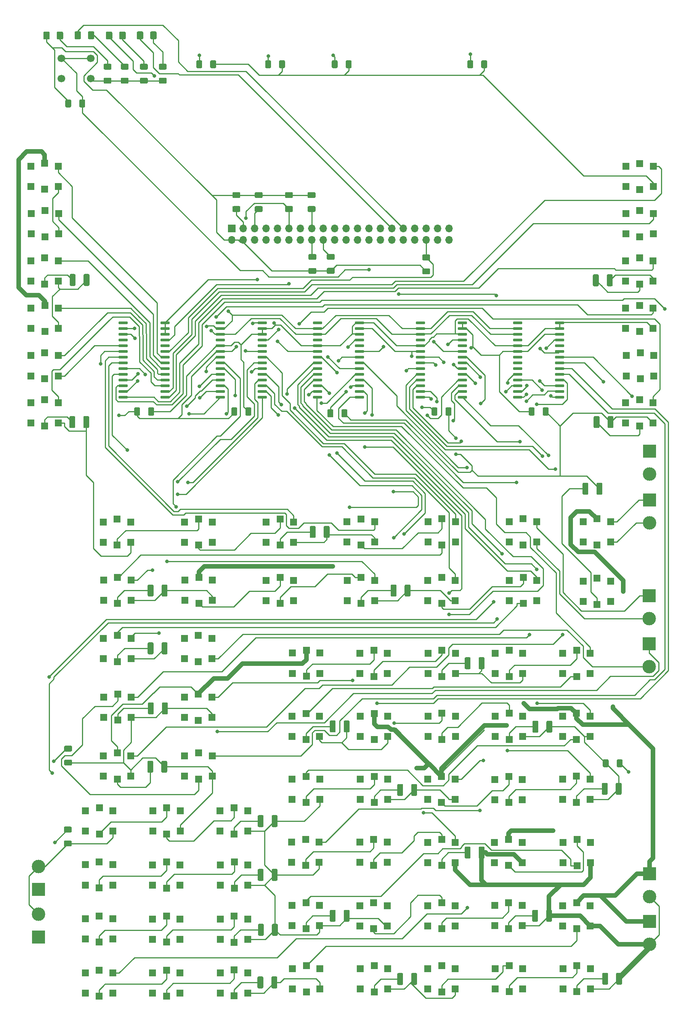
<source format=gbr>
%TF.GenerationSoftware,KiCad,Pcbnew,(5.1.9)-1*%
%TF.CreationDate,2021-06-21T17:11:14+02:00*%
%TF.ProjectId,opena3xx-mcdu,6f70656e-6133-4787-982d-6d6364752e6b,0.1*%
%TF.SameCoordinates,Original*%
%TF.FileFunction,Copper,L2,Bot*%
%TF.FilePolarity,Positive*%
%FSLAX46Y46*%
G04 Gerber Fmt 4.6, Leading zero omitted, Abs format (unit mm)*
G04 Created by KiCad (PCBNEW (5.1.9)-1) date 2021-06-21 17:11:14*
%MOMM*%
%LPD*%
G01*
G04 APERTURE LIST*
%TA.AperFunction,ComponentPad*%
%ADD10C,3.000000*%
%TD*%
%TA.AperFunction,ComponentPad*%
%ADD11R,3.000000X3.000000*%
%TD*%
%TA.AperFunction,ComponentPad*%
%ADD12R,1.524000X1.524000*%
%TD*%
%TA.AperFunction,ComponentPad*%
%ADD13C,1.700000*%
%TD*%
%TA.AperFunction,ComponentPad*%
%ADD14O,1.700000X1.700000*%
%TD*%
%TA.AperFunction,ComponentPad*%
%ADD15R,1.700000X1.700000*%
%TD*%
%TA.AperFunction,ViaPad*%
%ADD16C,0.800000*%
%TD*%
%TA.AperFunction,Conductor*%
%ADD17C,0.250000*%
%TD*%
%TA.AperFunction,Conductor*%
%ADD18C,1.000000*%
%TD*%
G04 APERTURE END LIST*
D10*
%TO.P,J3,2*%
%TO.N,GND*%
X173482000Y-229260000D03*
D11*
%TO.P,J3,1*%
%TO.N,+12V*%
X173482000Y-224180000D03*
%TD*%
D12*
%TO.P,SW74,*%
%TO.N,*%
X70168000Y-161328000D03*
%TO.P,SW74,1*%
%TO.N,Net-(J9-Pad1)*%
X76268000Y-161328000D03*
%TO.P,SW74,*%
%TO.N,*%
X70168000Y-165828000D03*
%TO.P,SW74,2*%
%TO.N,Net-(J9-Pad2)*%
X76268000Y-165828000D03*
%TO.P,SW74,3*%
%TO.N,N/C*%
X73268000Y-160678000D03*
%TO.P,SW74,4*%
X73268000Y-166478000D03*
%TD*%
D10*
%TO.P,J9,2*%
%TO.N,Net-(J9-Pad2)*%
X173380000Y-167589000D03*
D11*
%TO.P,J9,1*%
%TO.N,Net-(J9-Pad1)*%
X173380000Y-162509000D03*
%TD*%
D12*
%TO.P,SW73,*%
%TO.N,*%
X142304000Y-135420000D03*
%TO.P,SW73,1*%
%TO.N,Net-(J8-Pad1)*%
X148404000Y-135420000D03*
%TO.P,SW73,*%
%TO.N,*%
X142304000Y-139920000D03*
%TO.P,SW73,2*%
%TO.N,Net-(J8-Pad2)*%
X148404000Y-139920000D03*
%TO.P,SW73,3*%
%TO.N,N/C*%
X145404000Y-134770000D03*
%TO.P,SW73,4*%
X145404000Y-140570000D03*
%TD*%
%TO.P,SW17,4*%
%TO.N,Net-(SW17-Pad4)*%
X127370000Y-140570000D03*
%TO.P,SW17,3*%
%TO.N,Net-(SW16-Pad4)*%
X127370000Y-134770000D03*
%TO.P,SW17,2*%
%TO.N,GND*%
X130370000Y-139920000D03*
%TO.P,SW17,*%
%TO.N,*%
X124270000Y-139920000D03*
%TO.P,SW17,1*%
%TO.N,/BUS1-0*%
X130370000Y-135420000D03*
%TO.P,SW17,*%
%TO.N,*%
X124270000Y-135420000D03*
%TD*%
D10*
%TO.P,J8,2*%
%TO.N,Net-(J8-Pad2)*%
X173380000Y-156896000D03*
D11*
%TO.P,J8,1*%
%TO.N,Net-(J8-Pad1)*%
X173380000Y-151816000D03*
%TD*%
D12*
%TO.P,SW3,4*%
%TO.N,Net-(R13-Pad1)*%
X39145600Y-82657600D03*
%TO.P,SW3,3*%
%TO.N,Net-(SW2-Pad4)*%
X39145600Y-76857600D03*
%TO.P,SW3,2*%
%TO.N,GND*%
X42145600Y-82007600D03*
%TO.P,SW3,*%
%TO.N,*%
X36045600Y-82007600D03*
%TO.P,SW3,1*%
%TO.N,/BUS0-2*%
X42145600Y-77507600D03*
%TO.P,SW3,*%
%TO.N,*%
X36045600Y-77507600D03*
%TD*%
%TO.P,SW72,4*%
%TO.N,Net-(R44-Pad1)*%
X161812000Y-153778000D03*
%TO.P,SW72,3*%
%TO.N,Net-(SW71-Pad4)*%
X161812000Y-147978000D03*
%TO.P,SW72,2*%
%TO.N,Net-(J7-Pad2)*%
X164812000Y-153128000D03*
%TO.P,SW72,*%
%TO.N,*%
X158712000Y-153128000D03*
%TO.P,SW72,1*%
%TO.N,Net-(J7-Pad1)*%
X164812000Y-148628000D03*
%TO.P,SW72,*%
%TO.N,*%
X158712000Y-148628000D03*
%TD*%
%TO.P,SW71,4*%
%TO.N,Net-(SW71-Pad4)*%
X161812000Y-140570000D03*
%TO.P,SW71,3*%
%TO.N,+12V*%
X161812000Y-134770000D03*
%TO.P,SW71,2*%
%TO.N,Net-(J6-Pad2)*%
X164812000Y-139920000D03*
%TO.P,SW71,*%
%TO.N,*%
X158712000Y-139920000D03*
%TO.P,SW71,1*%
%TO.N,Net-(J6-Pad1)*%
X164812000Y-135420000D03*
%TO.P,SW71,*%
%TO.N,*%
X158712000Y-135420000D03*
%TD*%
%TO.P,R44,2*%
%TO.N,GND*%
%TA.AperFunction,SMDPad,CuDef*%
G36*
G01*
X161682000Y-129167001D02*
X161682000Y-127016999D01*
G75*
G02*
X161931999Y-126767000I249999J0D01*
G01*
X162732001Y-126767000D01*
G75*
G02*
X162982000Y-127016999I0J-249999D01*
G01*
X162982000Y-129167001D01*
G75*
G02*
X162732001Y-129417000I-249999J0D01*
G01*
X161931999Y-129417000D01*
G75*
G02*
X161682000Y-129167001I0J249999D01*
G01*
G37*
%TD.AperFunction*%
%TO.P,R44,1*%
%TO.N,Net-(R44-Pad1)*%
%TA.AperFunction,SMDPad,CuDef*%
G36*
G01*
X158582000Y-129167001D02*
X158582000Y-127016999D01*
G75*
G02*
X158831999Y-126767000I249999J0D01*
G01*
X159632001Y-126767000D01*
G75*
G02*
X159882000Y-127016999I0J-249999D01*
G01*
X159882000Y-129167001D01*
G75*
G02*
X159632001Y-129417000I-249999J0D01*
G01*
X158831999Y-129417000D01*
G75*
G02*
X158582000Y-129167001I0J249999D01*
G01*
G37*
%TD.AperFunction*%
%TD*%
D10*
%TO.P,J7,2*%
%TO.N,Net-(J7-Pad2)*%
X173469000Y-124841000D03*
D11*
%TO.P,J7,1*%
%TO.N,Net-(J7-Pad1)*%
X173469000Y-119761000D03*
%TD*%
D10*
%TO.P,J6,2*%
%TO.N,Net-(J6-Pad2)*%
X173469000Y-135636000D03*
D11*
%TO.P,J6,1*%
%TO.N,Net-(J6-Pad1)*%
X173469000Y-130556000D03*
%TD*%
D12*
%TO.P,SW25,4*%
%TO.N,Net-(SW25-Pad4)*%
X51272000Y-204755000D03*
%TO.P,SW25,3*%
%TO.N,+12V*%
X51272000Y-198955000D03*
%TO.P,SW25,2*%
%TO.N,GND*%
X54272000Y-204105000D03*
%TO.P,SW25,*%
%TO.N,*%
X48172000Y-204105000D03*
%TO.P,SW25,1*%
%TO.N,/BUS1-8*%
X54272000Y-199605000D03*
%TO.P,SW25,*%
%TO.N,*%
X48172000Y-199605000D03*
%TD*%
%TO.P,U5,28*%
%TO.N,/BUS4-7*%
%TA.AperFunction,SMDPad,CuDef*%
G36*
G01*
X152469000Y-107922000D02*
X152469000Y-107622000D01*
G75*
G02*
X152619000Y-107472000I150000J0D01*
G01*
X154369000Y-107472000D01*
G75*
G02*
X154519000Y-107622000I0J-150000D01*
G01*
X154519000Y-107922000D01*
G75*
G02*
X154369000Y-108072000I-150000J0D01*
G01*
X152619000Y-108072000D01*
G75*
G02*
X152469000Y-107922000I0J150000D01*
G01*
G37*
%TD.AperFunction*%
%TO.P,U5,27*%
%TO.N,/BUS4-6*%
%TA.AperFunction,SMDPad,CuDef*%
G36*
G01*
X152469000Y-106652000D02*
X152469000Y-106352000D01*
G75*
G02*
X152619000Y-106202000I150000J0D01*
G01*
X154369000Y-106202000D01*
G75*
G02*
X154519000Y-106352000I0J-150000D01*
G01*
X154519000Y-106652000D01*
G75*
G02*
X154369000Y-106802000I-150000J0D01*
G01*
X152619000Y-106802000D01*
G75*
G02*
X152469000Y-106652000I0J150000D01*
G01*
G37*
%TD.AperFunction*%
%TO.P,U5,26*%
%TO.N,/BUS4-5*%
%TA.AperFunction,SMDPad,CuDef*%
G36*
G01*
X152469000Y-105382000D02*
X152469000Y-105082000D01*
G75*
G02*
X152619000Y-104932000I150000J0D01*
G01*
X154369000Y-104932000D01*
G75*
G02*
X154519000Y-105082000I0J-150000D01*
G01*
X154519000Y-105382000D01*
G75*
G02*
X154369000Y-105532000I-150000J0D01*
G01*
X152619000Y-105532000D01*
G75*
G02*
X152469000Y-105382000I0J150000D01*
G01*
G37*
%TD.AperFunction*%
%TO.P,U5,25*%
%TO.N,/BUS4-4*%
%TA.AperFunction,SMDPad,CuDef*%
G36*
G01*
X152469000Y-104112000D02*
X152469000Y-103812000D01*
G75*
G02*
X152619000Y-103662000I150000J0D01*
G01*
X154369000Y-103662000D01*
G75*
G02*
X154519000Y-103812000I0J-150000D01*
G01*
X154519000Y-104112000D01*
G75*
G02*
X154369000Y-104262000I-150000J0D01*
G01*
X152619000Y-104262000D01*
G75*
G02*
X152469000Y-104112000I0J150000D01*
G01*
G37*
%TD.AperFunction*%
%TO.P,U5,24*%
%TO.N,/BUS4-3*%
%TA.AperFunction,SMDPad,CuDef*%
G36*
G01*
X152469000Y-102842000D02*
X152469000Y-102542000D01*
G75*
G02*
X152619000Y-102392000I150000J0D01*
G01*
X154369000Y-102392000D01*
G75*
G02*
X154519000Y-102542000I0J-150000D01*
G01*
X154519000Y-102842000D01*
G75*
G02*
X154369000Y-102992000I-150000J0D01*
G01*
X152619000Y-102992000D01*
G75*
G02*
X152469000Y-102842000I0J150000D01*
G01*
G37*
%TD.AperFunction*%
%TO.P,U5,23*%
%TO.N,/BUS4-2*%
%TA.AperFunction,SMDPad,CuDef*%
G36*
G01*
X152469000Y-101572000D02*
X152469000Y-101272000D01*
G75*
G02*
X152619000Y-101122000I150000J0D01*
G01*
X154369000Y-101122000D01*
G75*
G02*
X154519000Y-101272000I0J-150000D01*
G01*
X154519000Y-101572000D01*
G75*
G02*
X154369000Y-101722000I-150000J0D01*
G01*
X152619000Y-101722000D01*
G75*
G02*
X152469000Y-101572000I0J150000D01*
G01*
G37*
%TD.AperFunction*%
%TO.P,U5,22*%
%TO.N,/BUS4-1*%
%TA.AperFunction,SMDPad,CuDef*%
G36*
G01*
X152469000Y-100302000D02*
X152469000Y-100002000D01*
G75*
G02*
X152619000Y-99852000I150000J0D01*
G01*
X154369000Y-99852000D01*
G75*
G02*
X154519000Y-100002000I0J-150000D01*
G01*
X154519000Y-100302000D01*
G75*
G02*
X154369000Y-100452000I-150000J0D01*
G01*
X152619000Y-100452000D01*
G75*
G02*
X152469000Y-100302000I0J150000D01*
G01*
G37*
%TD.AperFunction*%
%TO.P,U5,21*%
%TO.N,/BUS4-0*%
%TA.AperFunction,SMDPad,CuDef*%
G36*
G01*
X152469000Y-99032000D02*
X152469000Y-98732000D01*
G75*
G02*
X152619000Y-98582000I150000J0D01*
G01*
X154369000Y-98582000D01*
G75*
G02*
X154519000Y-98732000I0J-150000D01*
G01*
X154519000Y-99032000D01*
G75*
G02*
X154369000Y-99182000I-150000J0D01*
G01*
X152619000Y-99182000D01*
G75*
G02*
X152469000Y-99032000I0J150000D01*
G01*
G37*
%TD.AperFunction*%
%TO.P,U5,20*%
%TO.N,INT_BUS_4*%
%TA.AperFunction,SMDPad,CuDef*%
G36*
G01*
X152469000Y-97762000D02*
X152469000Y-97462000D01*
G75*
G02*
X152619000Y-97312000I150000J0D01*
G01*
X154369000Y-97312000D01*
G75*
G02*
X154519000Y-97462000I0J-150000D01*
G01*
X154519000Y-97762000D01*
G75*
G02*
X154369000Y-97912000I-150000J0D01*
G01*
X152619000Y-97912000D01*
G75*
G02*
X152469000Y-97762000I0J150000D01*
G01*
G37*
%TD.AperFunction*%
%TO.P,U5,19*%
%TO.N,N/C*%
%TA.AperFunction,SMDPad,CuDef*%
G36*
G01*
X152469000Y-96492000D02*
X152469000Y-96192000D01*
G75*
G02*
X152619000Y-96042000I150000J0D01*
G01*
X154369000Y-96042000D01*
G75*
G02*
X154519000Y-96192000I0J-150000D01*
G01*
X154519000Y-96492000D01*
G75*
G02*
X154369000Y-96642000I-150000J0D01*
G01*
X152619000Y-96642000D01*
G75*
G02*
X152469000Y-96492000I0J150000D01*
G01*
G37*
%TD.AperFunction*%
%TO.P,U5,18*%
%TO.N,BUSES_RESET*%
%TA.AperFunction,SMDPad,CuDef*%
G36*
G01*
X152469000Y-95222000D02*
X152469000Y-94922000D01*
G75*
G02*
X152619000Y-94772000I150000J0D01*
G01*
X154369000Y-94772000D01*
G75*
G02*
X154519000Y-94922000I0J-150000D01*
G01*
X154519000Y-95222000D01*
G75*
G02*
X154369000Y-95372000I-150000J0D01*
G01*
X152619000Y-95372000D01*
G75*
G02*
X152469000Y-95222000I0J150000D01*
G01*
G37*
%TD.AperFunction*%
%TO.P,U5,17*%
%TO.N,+5V*%
%TA.AperFunction,SMDPad,CuDef*%
G36*
G01*
X152469000Y-93952000D02*
X152469000Y-93652000D01*
G75*
G02*
X152619000Y-93502000I150000J0D01*
G01*
X154369000Y-93502000D01*
G75*
G02*
X154519000Y-93652000I0J-150000D01*
G01*
X154519000Y-93952000D01*
G75*
G02*
X154369000Y-94102000I-150000J0D01*
G01*
X152619000Y-94102000D01*
G75*
G02*
X152469000Y-93952000I0J150000D01*
G01*
G37*
%TD.AperFunction*%
%TO.P,U5,16*%
%TO.N,GND*%
%TA.AperFunction,SMDPad,CuDef*%
G36*
G01*
X152469000Y-92682000D02*
X152469000Y-92382000D01*
G75*
G02*
X152619000Y-92232000I150000J0D01*
G01*
X154369000Y-92232000D01*
G75*
G02*
X154519000Y-92382000I0J-150000D01*
G01*
X154519000Y-92682000D01*
G75*
G02*
X154369000Y-92832000I-150000J0D01*
G01*
X152619000Y-92832000D01*
G75*
G02*
X152469000Y-92682000I0J150000D01*
G01*
G37*
%TD.AperFunction*%
%TO.P,U5,15*%
%TA.AperFunction,SMDPad,CuDef*%
G36*
G01*
X152469000Y-91412000D02*
X152469000Y-91112000D01*
G75*
G02*
X152619000Y-90962000I150000J0D01*
G01*
X154369000Y-90962000D01*
G75*
G02*
X154519000Y-91112000I0J-150000D01*
G01*
X154519000Y-91412000D01*
G75*
G02*
X154369000Y-91562000I-150000J0D01*
G01*
X152619000Y-91562000D01*
G75*
G02*
X152469000Y-91412000I0J150000D01*
G01*
G37*
%TD.AperFunction*%
%TO.P,U5,14*%
%TO.N,N/C*%
%TA.AperFunction,SMDPad,CuDef*%
G36*
G01*
X143169000Y-91412000D02*
X143169000Y-91112000D01*
G75*
G02*
X143319000Y-90962000I150000J0D01*
G01*
X145069000Y-90962000D01*
G75*
G02*
X145219000Y-91112000I0J-150000D01*
G01*
X145219000Y-91412000D01*
G75*
G02*
X145069000Y-91562000I-150000J0D01*
G01*
X143319000Y-91562000D01*
G75*
G02*
X143169000Y-91412000I0J150000D01*
G01*
G37*
%TD.AperFunction*%
%TO.P,U5,13*%
%TO.N,SDA*%
%TA.AperFunction,SMDPad,CuDef*%
G36*
G01*
X143169000Y-92682000D02*
X143169000Y-92382000D01*
G75*
G02*
X143319000Y-92232000I150000J0D01*
G01*
X145069000Y-92232000D01*
G75*
G02*
X145219000Y-92382000I0J-150000D01*
G01*
X145219000Y-92682000D01*
G75*
G02*
X145069000Y-92832000I-150000J0D01*
G01*
X143319000Y-92832000D01*
G75*
G02*
X143169000Y-92682000I0J150000D01*
G01*
G37*
%TD.AperFunction*%
%TO.P,U5,12*%
%TO.N,SCL*%
%TA.AperFunction,SMDPad,CuDef*%
G36*
G01*
X143169000Y-93952000D02*
X143169000Y-93652000D01*
G75*
G02*
X143319000Y-93502000I150000J0D01*
G01*
X145069000Y-93502000D01*
G75*
G02*
X145219000Y-93652000I0J-150000D01*
G01*
X145219000Y-93952000D01*
G75*
G02*
X145069000Y-94102000I-150000J0D01*
G01*
X143319000Y-94102000D01*
G75*
G02*
X143169000Y-93952000I0J150000D01*
G01*
G37*
%TD.AperFunction*%
%TO.P,U5,11*%
%TO.N,N/C*%
%TA.AperFunction,SMDPad,CuDef*%
G36*
G01*
X143169000Y-95222000D02*
X143169000Y-94922000D01*
G75*
G02*
X143319000Y-94772000I150000J0D01*
G01*
X145069000Y-94772000D01*
G75*
G02*
X145219000Y-94922000I0J-150000D01*
G01*
X145219000Y-95222000D01*
G75*
G02*
X145069000Y-95372000I-150000J0D01*
G01*
X143319000Y-95372000D01*
G75*
G02*
X143169000Y-95222000I0J150000D01*
G01*
G37*
%TD.AperFunction*%
%TO.P,U5,10*%
%TO.N,GND*%
%TA.AperFunction,SMDPad,CuDef*%
G36*
G01*
X143169000Y-96492000D02*
X143169000Y-96192000D01*
G75*
G02*
X143319000Y-96042000I150000J0D01*
G01*
X145069000Y-96042000D01*
G75*
G02*
X145219000Y-96192000I0J-150000D01*
G01*
X145219000Y-96492000D01*
G75*
G02*
X145069000Y-96642000I-150000J0D01*
G01*
X143319000Y-96642000D01*
G75*
G02*
X143169000Y-96492000I0J150000D01*
G01*
G37*
%TD.AperFunction*%
%TO.P,U5,9*%
%TO.N,+5V*%
%TA.AperFunction,SMDPad,CuDef*%
G36*
G01*
X143169000Y-97762000D02*
X143169000Y-97462000D01*
G75*
G02*
X143319000Y-97312000I150000J0D01*
G01*
X145069000Y-97312000D01*
G75*
G02*
X145219000Y-97462000I0J-150000D01*
G01*
X145219000Y-97762000D01*
G75*
G02*
X145069000Y-97912000I-150000J0D01*
G01*
X143319000Y-97912000D01*
G75*
G02*
X143169000Y-97762000I0J150000D01*
G01*
G37*
%TD.AperFunction*%
%TO.P,U5,8*%
%TO.N,N/C*%
%TA.AperFunction,SMDPad,CuDef*%
G36*
G01*
X143169000Y-99032000D02*
X143169000Y-98732000D01*
G75*
G02*
X143319000Y-98582000I150000J0D01*
G01*
X145069000Y-98582000D01*
G75*
G02*
X145219000Y-98732000I0J-150000D01*
G01*
X145219000Y-99032000D01*
G75*
G02*
X145069000Y-99182000I-150000J0D01*
G01*
X143319000Y-99182000D01*
G75*
G02*
X143169000Y-99032000I0J150000D01*
G01*
G37*
%TD.AperFunction*%
%TO.P,U5,7*%
%TA.AperFunction,SMDPad,CuDef*%
G36*
G01*
X143169000Y-100302000D02*
X143169000Y-100002000D01*
G75*
G02*
X143319000Y-99852000I150000J0D01*
G01*
X145069000Y-99852000D01*
G75*
G02*
X145219000Y-100002000I0J-150000D01*
G01*
X145219000Y-100302000D01*
G75*
G02*
X145069000Y-100452000I-150000J0D01*
G01*
X143319000Y-100452000D01*
G75*
G02*
X143169000Y-100302000I0J150000D01*
G01*
G37*
%TD.AperFunction*%
%TO.P,U5,6*%
%TA.AperFunction,SMDPad,CuDef*%
G36*
G01*
X143169000Y-101572000D02*
X143169000Y-101272000D01*
G75*
G02*
X143319000Y-101122000I150000J0D01*
G01*
X145069000Y-101122000D01*
G75*
G02*
X145219000Y-101272000I0J-150000D01*
G01*
X145219000Y-101572000D01*
G75*
G02*
X145069000Y-101722000I-150000J0D01*
G01*
X143319000Y-101722000D01*
G75*
G02*
X143169000Y-101572000I0J150000D01*
G01*
G37*
%TD.AperFunction*%
%TO.P,U5,5*%
%TO.N,/BUS4-12*%
%TA.AperFunction,SMDPad,CuDef*%
G36*
G01*
X143169000Y-102842000D02*
X143169000Y-102542000D01*
G75*
G02*
X143319000Y-102392000I150000J0D01*
G01*
X145069000Y-102392000D01*
G75*
G02*
X145219000Y-102542000I0J-150000D01*
G01*
X145219000Y-102842000D01*
G75*
G02*
X145069000Y-102992000I-150000J0D01*
G01*
X143319000Y-102992000D01*
G75*
G02*
X143169000Y-102842000I0J150000D01*
G01*
G37*
%TD.AperFunction*%
%TO.P,U5,4*%
%TO.N,/BUS4-11*%
%TA.AperFunction,SMDPad,CuDef*%
G36*
G01*
X143169000Y-104112000D02*
X143169000Y-103812000D01*
G75*
G02*
X143319000Y-103662000I150000J0D01*
G01*
X145069000Y-103662000D01*
G75*
G02*
X145219000Y-103812000I0J-150000D01*
G01*
X145219000Y-104112000D01*
G75*
G02*
X145069000Y-104262000I-150000J0D01*
G01*
X143319000Y-104262000D01*
G75*
G02*
X143169000Y-104112000I0J150000D01*
G01*
G37*
%TD.AperFunction*%
%TO.P,U5,3*%
%TO.N,/BUS4-10*%
%TA.AperFunction,SMDPad,CuDef*%
G36*
G01*
X143169000Y-105382000D02*
X143169000Y-105082000D01*
G75*
G02*
X143319000Y-104932000I150000J0D01*
G01*
X145069000Y-104932000D01*
G75*
G02*
X145219000Y-105082000I0J-150000D01*
G01*
X145219000Y-105382000D01*
G75*
G02*
X145069000Y-105532000I-150000J0D01*
G01*
X143319000Y-105532000D01*
G75*
G02*
X143169000Y-105382000I0J150000D01*
G01*
G37*
%TD.AperFunction*%
%TO.P,U5,2*%
%TO.N,/BUS4-9*%
%TA.AperFunction,SMDPad,CuDef*%
G36*
G01*
X143169000Y-106652000D02*
X143169000Y-106352000D01*
G75*
G02*
X143319000Y-106202000I150000J0D01*
G01*
X145069000Y-106202000D01*
G75*
G02*
X145219000Y-106352000I0J-150000D01*
G01*
X145219000Y-106652000D01*
G75*
G02*
X145069000Y-106802000I-150000J0D01*
G01*
X143319000Y-106802000D01*
G75*
G02*
X143169000Y-106652000I0J150000D01*
G01*
G37*
%TD.AperFunction*%
%TO.P,U5,1*%
%TO.N,/BUS4-8*%
%TA.AperFunction,SMDPad,CuDef*%
G36*
G01*
X143169000Y-107922000D02*
X143169000Y-107622000D01*
G75*
G02*
X143319000Y-107472000I150000J0D01*
G01*
X145069000Y-107472000D01*
G75*
G02*
X145219000Y-107622000I0J-150000D01*
G01*
X145219000Y-107922000D01*
G75*
G02*
X145069000Y-108072000I-150000J0D01*
G01*
X143319000Y-108072000D01*
G75*
G02*
X143169000Y-107922000I0J150000D01*
G01*
G37*
%TD.AperFunction*%
%TD*%
%TO.P,U4,28*%
%TO.N,/BUS3-7*%
%TA.AperFunction,SMDPad,CuDef*%
G36*
G01*
X130879000Y-107922000D02*
X130879000Y-107622000D01*
G75*
G02*
X131029000Y-107472000I150000J0D01*
G01*
X132779000Y-107472000D01*
G75*
G02*
X132929000Y-107622000I0J-150000D01*
G01*
X132929000Y-107922000D01*
G75*
G02*
X132779000Y-108072000I-150000J0D01*
G01*
X131029000Y-108072000D01*
G75*
G02*
X130879000Y-107922000I0J150000D01*
G01*
G37*
%TD.AperFunction*%
%TO.P,U4,27*%
%TO.N,/BUS3-6*%
%TA.AperFunction,SMDPad,CuDef*%
G36*
G01*
X130879000Y-106652000D02*
X130879000Y-106352000D01*
G75*
G02*
X131029000Y-106202000I150000J0D01*
G01*
X132779000Y-106202000D01*
G75*
G02*
X132929000Y-106352000I0J-150000D01*
G01*
X132929000Y-106652000D01*
G75*
G02*
X132779000Y-106802000I-150000J0D01*
G01*
X131029000Y-106802000D01*
G75*
G02*
X130879000Y-106652000I0J150000D01*
G01*
G37*
%TD.AperFunction*%
%TO.P,U4,26*%
%TO.N,/BUS3-5*%
%TA.AperFunction,SMDPad,CuDef*%
G36*
G01*
X130879000Y-105382000D02*
X130879000Y-105082000D01*
G75*
G02*
X131029000Y-104932000I150000J0D01*
G01*
X132779000Y-104932000D01*
G75*
G02*
X132929000Y-105082000I0J-150000D01*
G01*
X132929000Y-105382000D01*
G75*
G02*
X132779000Y-105532000I-150000J0D01*
G01*
X131029000Y-105532000D01*
G75*
G02*
X130879000Y-105382000I0J150000D01*
G01*
G37*
%TD.AperFunction*%
%TO.P,U4,25*%
%TO.N,/BUS3-4*%
%TA.AperFunction,SMDPad,CuDef*%
G36*
G01*
X130879000Y-104112000D02*
X130879000Y-103812000D01*
G75*
G02*
X131029000Y-103662000I150000J0D01*
G01*
X132779000Y-103662000D01*
G75*
G02*
X132929000Y-103812000I0J-150000D01*
G01*
X132929000Y-104112000D01*
G75*
G02*
X132779000Y-104262000I-150000J0D01*
G01*
X131029000Y-104262000D01*
G75*
G02*
X130879000Y-104112000I0J150000D01*
G01*
G37*
%TD.AperFunction*%
%TO.P,U4,24*%
%TO.N,/BUS3-3*%
%TA.AperFunction,SMDPad,CuDef*%
G36*
G01*
X130879000Y-102842000D02*
X130879000Y-102542000D01*
G75*
G02*
X131029000Y-102392000I150000J0D01*
G01*
X132779000Y-102392000D01*
G75*
G02*
X132929000Y-102542000I0J-150000D01*
G01*
X132929000Y-102842000D01*
G75*
G02*
X132779000Y-102992000I-150000J0D01*
G01*
X131029000Y-102992000D01*
G75*
G02*
X130879000Y-102842000I0J150000D01*
G01*
G37*
%TD.AperFunction*%
%TO.P,U4,23*%
%TO.N,/BUS3-2*%
%TA.AperFunction,SMDPad,CuDef*%
G36*
G01*
X130879000Y-101572000D02*
X130879000Y-101272000D01*
G75*
G02*
X131029000Y-101122000I150000J0D01*
G01*
X132779000Y-101122000D01*
G75*
G02*
X132929000Y-101272000I0J-150000D01*
G01*
X132929000Y-101572000D01*
G75*
G02*
X132779000Y-101722000I-150000J0D01*
G01*
X131029000Y-101722000D01*
G75*
G02*
X130879000Y-101572000I0J150000D01*
G01*
G37*
%TD.AperFunction*%
%TO.P,U4,22*%
%TO.N,/BUS3-1*%
%TA.AperFunction,SMDPad,CuDef*%
G36*
G01*
X130879000Y-100302000D02*
X130879000Y-100002000D01*
G75*
G02*
X131029000Y-99852000I150000J0D01*
G01*
X132779000Y-99852000D01*
G75*
G02*
X132929000Y-100002000I0J-150000D01*
G01*
X132929000Y-100302000D01*
G75*
G02*
X132779000Y-100452000I-150000J0D01*
G01*
X131029000Y-100452000D01*
G75*
G02*
X130879000Y-100302000I0J150000D01*
G01*
G37*
%TD.AperFunction*%
%TO.P,U4,21*%
%TO.N,/BUS3-0*%
%TA.AperFunction,SMDPad,CuDef*%
G36*
G01*
X130879000Y-99032000D02*
X130879000Y-98732000D01*
G75*
G02*
X131029000Y-98582000I150000J0D01*
G01*
X132779000Y-98582000D01*
G75*
G02*
X132929000Y-98732000I0J-150000D01*
G01*
X132929000Y-99032000D01*
G75*
G02*
X132779000Y-99182000I-150000J0D01*
G01*
X131029000Y-99182000D01*
G75*
G02*
X130879000Y-99032000I0J150000D01*
G01*
G37*
%TD.AperFunction*%
%TO.P,U4,20*%
%TO.N,INT_BUS_3*%
%TA.AperFunction,SMDPad,CuDef*%
G36*
G01*
X130879000Y-97762000D02*
X130879000Y-97462000D01*
G75*
G02*
X131029000Y-97312000I150000J0D01*
G01*
X132779000Y-97312000D01*
G75*
G02*
X132929000Y-97462000I0J-150000D01*
G01*
X132929000Y-97762000D01*
G75*
G02*
X132779000Y-97912000I-150000J0D01*
G01*
X131029000Y-97912000D01*
G75*
G02*
X130879000Y-97762000I0J150000D01*
G01*
G37*
%TD.AperFunction*%
%TO.P,U4,19*%
%TO.N,N/C*%
%TA.AperFunction,SMDPad,CuDef*%
G36*
G01*
X130879000Y-96492000D02*
X130879000Y-96192000D01*
G75*
G02*
X131029000Y-96042000I150000J0D01*
G01*
X132779000Y-96042000D01*
G75*
G02*
X132929000Y-96192000I0J-150000D01*
G01*
X132929000Y-96492000D01*
G75*
G02*
X132779000Y-96642000I-150000J0D01*
G01*
X131029000Y-96642000D01*
G75*
G02*
X130879000Y-96492000I0J150000D01*
G01*
G37*
%TD.AperFunction*%
%TO.P,U4,18*%
%TO.N,BUSES_RESET*%
%TA.AperFunction,SMDPad,CuDef*%
G36*
G01*
X130879000Y-95222000D02*
X130879000Y-94922000D01*
G75*
G02*
X131029000Y-94772000I150000J0D01*
G01*
X132779000Y-94772000D01*
G75*
G02*
X132929000Y-94922000I0J-150000D01*
G01*
X132929000Y-95222000D01*
G75*
G02*
X132779000Y-95372000I-150000J0D01*
G01*
X131029000Y-95372000D01*
G75*
G02*
X130879000Y-95222000I0J150000D01*
G01*
G37*
%TD.AperFunction*%
%TO.P,U4,17*%
%TO.N,GND*%
%TA.AperFunction,SMDPad,CuDef*%
G36*
G01*
X130879000Y-93952000D02*
X130879000Y-93652000D01*
G75*
G02*
X131029000Y-93502000I150000J0D01*
G01*
X132779000Y-93502000D01*
G75*
G02*
X132929000Y-93652000I0J-150000D01*
G01*
X132929000Y-93952000D01*
G75*
G02*
X132779000Y-94102000I-150000J0D01*
G01*
X131029000Y-94102000D01*
G75*
G02*
X130879000Y-93952000I0J150000D01*
G01*
G37*
%TD.AperFunction*%
%TO.P,U4,16*%
%TO.N,+5V*%
%TA.AperFunction,SMDPad,CuDef*%
G36*
G01*
X130879000Y-92682000D02*
X130879000Y-92382000D01*
G75*
G02*
X131029000Y-92232000I150000J0D01*
G01*
X132779000Y-92232000D01*
G75*
G02*
X132929000Y-92382000I0J-150000D01*
G01*
X132929000Y-92682000D01*
G75*
G02*
X132779000Y-92832000I-150000J0D01*
G01*
X131029000Y-92832000D01*
G75*
G02*
X130879000Y-92682000I0J150000D01*
G01*
G37*
%TD.AperFunction*%
%TO.P,U4,15*%
%TA.AperFunction,SMDPad,CuDef*%
G36*
G01*
X130879000Y-91412000D02*
X130879000Y-91112000D01*
G75*
G02*
X131029000Y-90962000I150000J0D01*
G01*
X132779000Y-90962000D01*
G75*
G02*
X132929000Y-91112000I0J-150000D01*
G01*
X132929000Y-91412000D01*
G75*
G02*
X132779000Y-91562000I-150000J0D01*
G01*
X131029000Y-91562000D01*
G75*
G02*
X130879000Y-91412000I0J150000D01*
G01*
G37*
%TD.AperFunction*%
%TO.P,U4,14*%
%TO.N,N/C*%
%TA.AperFunction,SMDPad,CuDef*%
G36*
G01*
X121579000Y-91412000D02*
X121579000Y-91112000D01*
G75*
G02*
X121729000Y-90962000I150000J0D01*
G01*
X123479000Y-90962000D01*
G75*
G02*
X123629000Y-91112000I0J-150000D01*
G01*
X123629000Y-91412000D01*
G75*
G02*
X123479000Y-91562000I-150000J0D01*
G01*
X121729000Y-91562000D01*
G75*
G02*
X121579000Y-91412000I0J150000D01*
G01*
G37*
%TD.AperFunction*%
%TO.P,U4,13*%
%TO.N,SDA*%
%TA.AperFunction,SMDPad,CuDef*%
G36*
G01*
X121579000Y-92682000D02*
X121579000Y-92382000D01*
G75*
G02*
X121729000Y-92232000I150000J0D01*
G01*
X123479000Y-92232000D01*
G75*
G02*
X123629000Y-92382000I0J-150000D01*
G01*
X123629000Y-92682000D01*
G75*
G02*
X123479000Y-92832000I-150000J0D01*
G01*
X121729000Y-92832000D01*
G75*
G02*
X121579000Y-92682000I0J150000D01*
G01*
G37*
%TD.AperFunction*%
%TO.P,U4,12*%
%TO.N,SCL*%
%TA.AperFunction,SMDPad,CuDef*%
G36*
G01*
X121579000Y-93952000D02*
X121579000Y-93652000D01*
G75*
G02*
X121729000Y-93502000I150000J0D01*
G01*
X123479000Y-93502000D01*
G75*
G02*
X123629000Y-93652000I0J-150000D01*
G01*
X123629000Y-93952000D01*
G75*
G02*
X123479000Y-94102000I-150000J0D01*
G01*
X121729000Y-94102000D01*
G75*
G02*
X121579000Y-93952000I0J150000D01*
G01*
G37*
%TD.AperFunction*%
%TO.P,U4,11*%
%TO.N,N/C*%
%TA.AperFunction,SMDPad,CuDef*%
G36*
G01*
X121579000Y-95222000D02*
X121579000Y-94922000D01*
G75*
G02*
X121729000Y-94772000I150000J0D01*
G01*
X123479000Y-94772000D01*
G75*
G02*
X123629000Y-94922000I0J-150000D01*
G01*
X123629000Y-95222000D01*
G75*
G02*
X123479000Y-95372000I-150000J0D01*
G01*
X121729000Y-95372000D01*
G75*
G02*
X121579000Y-95222000I0J150000D01*
G01*
G37*
%TD.AperFunction*%
%TO.P,U4,10*%
%TO.N,GND*%
%TA.AperFunction,SMDPad,CuDef*%
G36*
G01*
X121579000Y-96492000D02*
X121579000Y-96192000D01*
G75*
G02*
X121729000Y-96042000I150000J0D01*
G01*
X123479000Y-96042000D01*
G75*
G02*
X123629000Y-96192000I0J-150000D01*
G01*
X123629000Y-96492000D01*
G75*
G02*
X123479000Y-96642000I-150000J0D01*
G01*
X121729000Y-96642000D01*
G75*
G02*
X121579000Y-96492000I0J150000D01*
G01*
G37*
%TD.AperFunction*%
%TO.P,U4,9*%
%TO.N,+5V*%
%TA.AperFunction,SMDPad,CuDef*%
G36*
G01*
X121579000Y-97762000D02*
X121579000Y-97462000D01*
G75*
G02*
X121729000Y-97312000I150000J0D01*
G01*
X123479000Y-97312000D01*
G75*
G02*
X123629000Y-97462000I0J-150000D01*
G01*
X123629000Y-97762000D01*
G75*
G02*
X123479000Y-97912000I-150000J0D01*
G01*
X121729000Y-97912000D01*
G75*
G02*
X121579000Y-97762000I0J150000D01*
G01*
G37*
%TD.AperFunction*%
%TO.P,U4,8*%
%TO.N,/BUS3-15*%
%TA.AperFunction,SMDPad,CuDef*%
G36*
G01*
X121579000Y-99032000D02*
X121579000Y-98732000D01*
G75*
G02*
X121729000Y-98582000I150000J0D01*
G01*
X123479000Y-98582000D01*
G75*
G02*
X123629000Y-98732000I0J-150000D01*
G01*
X123629000Y-99032000D01*
G75*
G02*
X123479000Y-99182000I-150000J0D01*
G01*
X121729000Y-99182000D01*
G75*
G02*
X121579000Y-99032000I0J150000D01*
G01*
G37*
%TD.AperFunction*%
%TO.P,U4,7*%
%TO.N,/BUS3-14*%
%TA.AperFunction,SMDPad,CuDef*%
G36*
G01*
X121579000Y-100302000D02*
X121579000Y-100002000D01*
G75*
G02*
X121729000Y-99852000I150000J0D01*
G01*
X123479000Y-99852000D01*
G75*
G02*
X123629000Y-100002000I0J-150000D01*
G01*
X123629000Y-100302000D01*
G75*
G02*
X123479000Y-100452000I-150000J0D01*
G01*
X121729000Y-100452000D01*
G75*
G02*
X121579000Y-100302000I0J150000D01*
G01*
G37*
%TD.AperFunction*%
%TO.P,U4,6*%
%TO.N,/BUS3-13*%
%TA.AperFunction,SMDPad,CuDef*%
G36*
G01*
X121579000Y-101572000D02*
X121579000Y-101272000D01*
G75*
G02*
X121729000Y-101122000I150000J0D01*
G01*
X123479000Y-101122000D01*
G75*
G02*
X123629000Y-101272000I0J-150000D01*
G01*
X123629000Y-101572000D01*
G75*
G02*
X123479000Y-101722000I-150000J0D01*
G01*
X121729000Y-101722000D01*
G75*
G02*
X121579000Y-101572000I0J150000D01*
G01*
G37*
%TD.AperFunction*%
%TO.P,U4,5*%
%TO.N,/BUS3-12*%
%TA.AperFunction,SMDPad,CuDef*%
G36*
G01*
X121579000Y-102842000D02*
X121579000Y-102542000D01*
G75*
G02*
X121729000Y-102392000I150000J0D01*
G01*
X123479000Y-102392000D01*
G75*
G02*
X123629000Y-102542000I0J-150000D01*
G01*
X123629000Y-102842000D01*
G75*
G02*
X123479000Y-102992000I-150000J0D01*
G01*
X121729000Y-102992000D01*
G75*
G02*
X121579000Y-102842000I0J150000D01*
G01*
G37*
%TD.AperFunction*%
%TO.P,U4,4*%
%TO.N,/BUS3-11*%
%TA.AperFunction,SMDPad,CuDef*%
G36*
G01*
X121579000Y-104112000D02*
X121579000Y-103812000D01*
G75*
G02*
X121729000Y-103662000I150000J0D01*
G01*
X123479000Y-103662000D01*
G75*
G02*
X123629000Y-103812000I0J-150000D01*
G01*
X123629000Y-104112000D01*
G75*
G02*
X123479000Y-104262000I-150000J0D01*
G01*
X121729000Y-104262000D01*
G75*
G02*
X121579000Y-104112000I0J150000D01*
G01*
G37*
%TD.AperFunction*%
%TO.P,U4,3*%
%TO.N,/BUS3-10*%
%TA.AperFunction,SMDPad,CuDef*%
G36*
G01*
X121579000Y-105382000D02*
X121579000Y-105082000D01*
G75*
G02*
X121729000Y-104932000I150000J0D01*
G01*
X123479000Y-104932000D01*
G75*
G02*
X123629000Y-105082000I0J-150000D01*
G01*
X123629000Y-105382000D01*
G75*
G02*
X123479000Y-105532000I-150000J0D01*
G01*
X121729000Y-105532000D01*
G75*
G02*
X121579000Y-105382000I0J150000D01*
G01*
G37*
%TD.AperFunction*%
%TO.P,U4,2*%
%TO.N,/BUS3-9*%
%TA.AperFunction,SMDPad,CuDef*%
G36*
G01*
X121579000Y-106652000D02*
X121579000Y-106352000D01*
G75*
G02*
X121729000Y-106202000I150000J0D01*
G01*
X123479000Y-106202000D01*
G75*
G02*
X123629000Y-106352000I0J-150000D01*
G01*
X123629000Y-106652000D01*
G75*
G02*
X123479000Y-106802000I-150000J0D01*
G01*
X121729000Y-106802000D01*
G75*
G02*
X121579000Y-106652000I0J150000D01*
G01*
G37*
%TD.AperFunction*%
%TO.P,U4,1*%
%TO.N,/BUS3-8*%
%TA.AperFunction,SMDPad,CuDef*%
G36*
G01*
X121579000Y-107922000D02*
X121579000Y-107622000D01*
G75*
G02*
X121729000Y-107472000I150000J0D01*
G01*
X123479000Y-107472000D01*
G75*
G02*
X123629000Y-107622000I0J-150000D01*
G01*
X123629000Y-107922000D01*
G75*
G02*
X123479000Y-108072000I-150000J0D01*
G01*
X121729000Y-108072000D01*
G75*
G02*
X121579000Y-107922000I0J150000D01*
G01*
G37*
%TD.AperFunction*%
%TD*%
%TO.P,U3,28*%
%TO.N,/BUS2-7*%
%TA.AperFunction,SMDPad,CuDef*%
G36*
G01*
X108019000Y-107922000D02*
X108019000Y-107622000D01*
G75*
G02*
X108169000Y-107472000I150000J0D01*
G01*
X109919000Y-107472000D01*
G75*
G02*
X110069000Y-107622000I0J-150000D01*
G01*
X110069000Y-107922000D01*
G75*
G02*
X109919000Y-108072000I-150000J0D01*
G01*
X108169000Y-108072000D01*
G75*
G02*
X108019000Y-107922000I0J150000D01*
G01*
G37*
%TD.AperFunction*%
%TO.P,U3,27*%
%TO.N,/BUS2-6*%
%TA.AperFunction,SMDPad,CuDef*%
G36*
G01*
X108019000Y-106652000D02*
X108019000Y-106352000D01*
G75*
G02*
X108169000Y-106202000I150000J0D01*
G01*
X109919000Y-106202000D01*
G75*
G02*
X110069000Y-106352000I0J-150000D01*
G01*
X110069000Y-106652000D01*
G75*
G02*
X109919000Y-106802000I-150000J0D01*
G01*
X108169000Y-106802000D01*
G75*
G02*
X108019000Y-106652000I0J150000D01*
G01*
G37*
%TD.AperFunction*%
%TO.P,U3,26*%
%TO.N,/BUS2-5*%
%TA.AperFunction,SMDPad,CuDef*%
G36*
G01*
X108019000Y-105382000D02*
X108019000Y-105082000D01*
G75*
G02*
X108169000Y-104932000I150000J0D01*
G01*
X109919000Y-104932000D01*
G75*
G02*
X110069000Y-105082000I0J-150000D01*
G01*
X110069000Y-105382000D01*
G75*
G02*
X109919000Y-105532000I-150000J0D01*
G01*
X108169000Y-105532000D01*
G75*
G02*
X108019000Y-105382000I0J150000D01*
G01*
G37*
%TD.AperFunction*%
%TO.P,U3,25*%
%TO.N,/BUS2-4*%
%TA.AperFunction,SMDPad,CuDef*%
G36*
G01*
X108019000Y-104112000D02*
X108019000Y-103812000D01*
G75*
G02*
X108169000Y-103662000I150000J0D01*
G01*
X109919000Y-103662000D01*
G75*
G02*
X110069000Y-103812000I0J-150000D01*
G01*
X110069000Y-104112000D01*
G75*
G02*
X109919000Y-104262000I-150000J0D01*
G01*
X108169000Y-104262000D01*
G75*
G02*
X108019000Y-104112000I0J150000D01*
G01*
G37*
%TD.AperFunction*%
%TO.P,U3,24*%
%TO.N,/BUS2-3*%
%TA.AperFunction,SMDPad,CuDef*%
G36*
G01*
X108019000Y-102842000D02*
X108019000Y-102542000D01*
G75*
G02*
X108169000Y-102392000I150000J0D01*
G01*
X109919000Y-102392000D01*
G75*
G02*
X110069000Y-102542000I0J-150000D01*
G01*
X110069000Y-102842000D01*
G75*
G02*
X109919000Y-102992000I-150000J0D01*
G01*
X108169000Y-102992000D01*
G75*
G02*
X108019000Y-102842000I0J150000D01*
G01*
G37*
%TD.AperFunction*%
%TO.P,U3,23*%
%TO.N,/BUS2-2*%
%TA.AperFunction,SMDPad,CuDef*%
G36*
G01*
X108019000Y-101572000D02*
X108019000Y-101272000D01*
G75*
G02*
X108169000Y-101122000I150000J0D01*
G01*
X109919000Y-101122000D01*
G75*
G02*
X110069000Y-101272000I0J-150000D01*
G01*
X110069000Y-101572000D01*
G75*
G02*
X109919000Y-101722000I-150000J0D01*
G01*
X108169000Y-101722000D01*
G75*
G02*
X108019000Y-101572000I0J150000D01*
G01*
G37*
%TD.AperFunction*%
%TO.P,U3,22*%
%TO.N,/BUS2-1*%
%TA.AperFunction,SMDPad,CuDef*%
G36*
G01*
X108019000Y-100302000D02*
X108019000Y-100002000D01*
G75*
G02*
X108169000Y-99852000I150000J0D01*
G01*
X109919000Y-99852000D01*
G75*
G02*
X110069000Y-100002000I0J-150000D01*
G01*
X110069000Y-100302000D01*
G75*
G02*
X109919000Y-100452000I-150000J0D01*
G01*
X108169000Y-100452000D01*
G75*
G02*
X108019000Y-100302000I0J150000D01*
G01*
G37*
%TD.AperFunction*%
%TO.P,U3,21*%
%TO.N,/BUS2-0*%
%TA.AperFunction,SMDPad,CuDef*%
G36*
G01*
X108019000Y-99032000D02*
X108019000Y-98732000D01*
G75*
G02*
X108169000Y-98582000I150000J0D01*
G01*
X109919000Y-98582000D01*
G75*
G02*
X110069000Y-98732000I0J-150000D01*
G01*
X110069000Y-99032000D01*
G75*
G02*
X109919000Y-99182000I-150000J0D01*
G01*
X108169000Y-99182000D01*
G75*
G02*
X108019000Y-99032000I0J150000D01*
G01*
G37*
%TD.AperFunction*%
%TO.P,U3,20*%
%TO.N,INT_BUS_2*%
%TA.AperFunction,SMDPad,CuDef*%
G36*
G01*
X108019000Y-97762000D02*
X108019000Y-97462000D01*
G75*
G02*
X108169000Y-97312000I150000J0D01*
G01*
X109919000Y-97312000D01*
G75*
G02*
X110069000Y-97462000I0J-150000D01*
G01*
X110069000Y-97762000D01*
G75*
G02*
X109919000Y-97912000I-150000J0D01*
G01*
X108169000Y-97912000D01*
G75*
G02*
X108019000Y-97762000I0J150000D01*
G01*
G37*
%TD.AperFunction*%
%TO.P,U3,19*%
%TO.N,N/C*%
%TA.AperFunction,SMDPad,CuDef*%
G36*
G01*
X108019000Y-96492000D02*
X108019000Y-96192000D01*
G75*
G02*
X108169000Y-96042000I150000J0D01*
G01*
X109919000Y-96042000D01*
G75*
G02*
X110069000Y-96192000I0J-150000D01*
G01*
X110069000Y-96492000D01*
G75*
G02*
X109919000Y-96642000I-150000J0D01*
G01*
X108169000Y-96642000D01*
G75*
G02*
X108019000Y-96492000I0J150000D01*
G01*
G37*
%TD.AperFunction*%
%TO.P,U3,18*%
%TO.N,BUSES_RESET*%
%TA.AperFunction,SMDPad,CuDef*%
G36*
G01*
X108019000Y-95222000D02*
X108019000Y-94922000D01*
G75*
G02*
X108169000Y-94772000I150000J0D01*
G01*
X109919000Y-94772000D01*
G75*
G02*
X110069000Y-94922000I0J-150000D01*
G01*
X110069000Y-95222000D01*
G75*
G02*
X109919000Y-95372000I-150000J0D01*
G01*
X108169000Y-95372000D01*
G75*
G02*
X108019000Y-95222000I0J150000D01*
G01*
G37*
%TD.AperFunction*%
%TO.P,U3,17*%
%TO.N,GND*%
%TA.AperFunction,SMDPad,CuDef*%
G36*
G01*
X108019000Y-93952000D02*
X108019000Y-93652000D01*
G75*
G02*
X108169000Y-93502000I150000J0D01*
G01*
X109919000Y-93502000D01*
G75*
G02*
X110069000Y-93652000I0J-150000D01*
G01*
X110069000Y-93952000D01*
G75*
G02*
X109919000Y-94102000I-150000J0D01*
G01*
X108169000Y-94102000D01*
G75*
G02*
X108019000Y-93952000I0J150000D01*
G01*
G37*
%TD.AperFunction*%
%TO.P,U3,16*%
%TO.N,+5V*%
%TA.AperFunction,SMDPad,CuDef*%
G36*
G01*
X108019000Y-92682000D02*
X108019000Y-92382000D01*
G75*
G02*
X108169000Y-92232000I150000J0D01*
G01*
X109919000Y-92232000D01*
G75*
G02*
X110069000Y-92382000I0J-150000D01*
G01*
X110069000Y-92682000D01*
G75*
G02*
X109919000Y-92832000I-150000J0D01*
G01*
X108169000Y-92832000D01*
G75*
G02*
X108019000Y-92682000I0J150000D01*
G01*
G37*
%TD.AperFunction*%
%TO.P,U3,15*%
%TO.N,GND*%
%TA.AperFunction,SMDPad,CuDef*%
G36*
G01*
X108019000Y-91412000D02*
X108019000Y-91112000D01*
G75*
G02*
X108169000Y-90962000I150000J0D01*
G01*
X109919000Y-90962000D01*
G75*
G02*
X110069000Y-91112000I0J-150000D01*
G01*
X110069000Y-91412000D01*
G75*
G02*
X109919000Y-91562000I-150000J0D01*
G01*
X108169000Y-91562000D01*
G75*
G02*
X108019000Y-91412000I0J150000D01*
G01*
G37*
%TD.AperFunction*%
%TO.P,U3,14*%
%TO.N,N/C*%
%TA.AperFunction,SMDPad,CuDef*%
G36*
G01*
X98719000Y-91412000D02*
X98719000Y-91112000D01*
G75*
G02*
X98869000Y-90962000I150000J0D01*
G01*
X100619000Y-90962000D01*
G75*
G02*
X100769000Y-91112000I0J-150000D01*
G01*
X100769000Y-91412000D01*
G75*
G02*
X100619000Y-91562000I-150000J0D01*
G01*
X98869000Y-91562000D01*
G75*
G02*
X98719000Y-91412000I0J150000D01*
G01*
G37*
%TD.AperFunction*%
%TO.P,U3,13*%
%TO.N,SDA*%
%TA.AperFunction,SMDPad,CuDef*%
G36*
G01*
X98719000Y-92682000D02*
X98719000Y-92382000D01*
G75*
G02*
X98869000Y-92232000I150000J0D01*
G01*
X100619000Y-92232000D01*
G75*
G02*
X100769000Y-92382000I0J-150000D01*
G01*
X100769000Y-92682000D01*
G75*
G02*
X100619000Y-92832000I-150000J0D01*
G01*
X98869000Y-92832000D01*
G75*
G02*
X98719000Y-92682000I0J150000D01*
G01*
G37*
%TD.AperFunction*%
%TO.P,U3,12*%
%TO.N,SCL*%
%TA.AperFunction,SMDPad,CuDef*%
G36*
G01*
X98719000Y-93952000D02*
X98719000Y-93652000D01*
G75*
G02*
X98869000Y-93502000I150000J0D01*
G01*
X100619000Y-93502000D01*
G75*
G02*
X100769000Y-93652000I0J-150000D01*
G01*
X100769000Y-93952000D01*
G75*
G02*
X100619000Y-94102000I-150000J0D01*
G01*
X98869000Y-94102000D01*
G75*
G02*
X98719000Y-93952000I0J150000D01*
G01*
G37*
%TD.AperFunction*%
%TO.P,U3,11*%
%TO.N,N/C*%
%TA.AperFunction,SMDPad,CuDef*%
G36*
G01*
X98719000Y-95222000D02*
X98719000Y-94922000D01*
G75*
G02*
X98869000Y-94772000I150000J0D01*
G01*
X100619000Y-94772000D01*
G75*
G02*
X100769000Y-94922000I0J-150000D01*
G01*
X100769000Y-95222000D01*
G75*
G02*
X100619000Y-95372000I-150000J0D01*
G01*
X98869000Y-95372000D01*
G75*
G02*
X98719000Y-95222000I0J150000D01*
G01*
G37*
%TD.AperFunction*%
%TO.P,U3,10*%
%TO.N,GND*%
%TA.AperFunction,SMDPad,CuDef*%
G36*
G01*
X98719000Y-96492000D02*
X98719000Y-96192000D01*
G75*
G02*
X98869000Y-96042000I150000J0D01*
G01*
X100619000Y-96042000D01*
G75*
G02*
X100769000Y-96192000I0J-150000D01*
G01*
X100769000Y-96492000D01*
G75*
G02*
X100619000Y-96642000I-150000J0D01*
G01*
X98869000Y-96642000D01*
G75*
G02*
X98719000Y-96492000I0J150000D01*
G01*
G37*
%TD.AperFunction*%
%TO.P,U3,9*%
%TO.N,+5V*%
%TA.AperFunction,SMDPad,CuDef*%
G36*
G01*
X98719000Y-97762000D02*
X98719000Y-97462000D01*
G75*
G02*
X98869000Y-97312000I150000J0D01*
G01*
X100619000Y-97312000D01*
G75*
G02*
X100769000Y-97462000I0J-150000D01*
G01*
X100769000Y-97762000D01*
G75*
G02*
X100619000Y-97912000I-150000J0D01*
G01*
X98869000Y-97912000D01*
G75*
G02*
X98719000Y-97762000I0J150000D01*
G01*
G37*
%TD.AperFunction*%
%TO.P,U3,8*%
%TO.N,/BUS2-15*%
%TA.AperFunction,SMDPad,CuDef*%
G36*
G01*
X98719000Y-99032000D02*
X98719000Y-98732000D01*
G75*
G02*
X98869000Y-98582000I150000J0D01*
G01*
X100619000Y-98582000D01*
G75*
G02*
X100769000Y-98732000I0J-150000D01*
G01*
X100769000Y-99032000D01*
G75*
G02*
X100619000Y-99182000I-150000J0D01*
G01*
X98869000Y-99182000D01*
G75*
G02*
X98719000Y-99032000I0J150000D01*
G01*
G37*
%TD.AperFunction*%
%TO.P,U3,7*%
%TO.N,/BUS2-14*%
%TA.AperFunction,SMDPad,CuDef*%
G36*
G01*
X98719000Y-100302000D02*
X98719000Y-100002000D01*
G75*
G02*
X98869000Y-99852000I150000J0D01*
G01*
X100619000Y-99852000D01*
G75*
G02*
X100769000Y-100002000I0J-150000D01*
G01*
X100769000Y-100302000D01*
G75*
G02*
X100619000Y-100452000I-150000J0D01*
G01*
X98869000Y-100452000D01*
G75*
G02*
X98719000Y-100302000I0J150000D01*
G01*
G37*
%TD.AperFunction*%
%TO.P,U3,6*%
%TO.N,/BUS2-13*%
%TA.AperFunction,SMDPad,CuDef*%
G36*
G01*
X98719000Y-101572000D02*
X98719000Y-101272000D01*
G75*
G02*
X98869000Y-101122000I150000J0D01*
G01*
X100619000Y-101122000D01*
G75*
G02*
X100769000Y-101272000I0J-150000D01*
G01*
X100769000Y-101572000D01*
G75*
G02*
X100619000Y-101722000I-150000J0D01*
G01*
X98869000Y-101722000D01*
G75*
G02*
X98719000Y-101572000I0J150000D01*
G01*
G37*
%TD.AperFunction*%
%TO.P,U3,5*%
%TO.N,/BUS2-12*%
%TA.AperFunction,SMDPad,CuDef*%
G36*
G01*
X98719000Y-102842000D02*
X98719000Y-102542000D01*
G75*
G02*
X98869000Y-102392000I150000J0D01*
G01*
X100619000Y-102392000D01*
G75*
G02*
X100769000Y-102542000I0J-150000D01*
G01*
X100769000Y-102842000D01*
G75*
G02*
X100619000Y-102992000I-150000J0D01*
G01*
X98869000Y-102992000D01*
G75*
G02*
X98719000Y-102842000I0J150000D01*
G01*
G37*
%TD.AperFunction*%
%TO.P,U3,4*%
%TO.N,/BUS2-11*%
%TA.AperFunction,SMDPad,CuDef*%
G36*
G01*
X98719000Y-104112000D02*
X98719000Y-103812000D01*
G75*
G02*
X98869000Y-103662000I150000J0D01*
G01*
X100619000Y-103662000D01*
G75*
G02*
X100769000Y-103812000I0J-150000D01*
G01*
X100769000Y-104112000D01*
G75*
G02*
X100619000Y-104262000I-150000J0D01*
G01*
X98869000Y-104262000D01*
G75*
G02*
X98719000Y-104112000I0J150000D01*
G01*
G37*
%TD.AperFunction*%
%TO.P,U3,3*%
%TO.N,/BUS2-10*%
%TA.AperFunction,SMDPad,CuDef*%
G36*
G01*
X98719000Y-105382000D02*
X98719000Y-105082000D01*
G75*
G02*
X98869000Y-104932000I150000J0D01*
G01*
X100619000Y-104932000D01*
G75*
G02*
X100769000Y-105082000I0J-150000D01*
G01*
X100769000Y-105382000D01*
G75*
G02*
X100619000Y-105532000I-150000J0D01*
G01*
X98869000Y-105532000D01*
G75*
G02*
X98719000Y-105382000I0J150000D01*
G01*
G37*
%TD.AperFunction*%
%TO.P,U3,2*%
%TO.N,/BUS2-9*%
%TA.AperFunction,SMDPad,CuDef*%
G36*
G01*
X98719000Y-106652000D02*
X98719000Y-106352000D01*
G75*
G02*
X98869000Y-106202000I150000J0D01*
G01*
X100619000Y-106202000D01*
G75*
G02*
X100769000Y-106352000I0J-150000D01*
G01*
X100769000Y-106652000D01*
G75*
G02*
X100619000Y-106802000I-150000J0D01*
G01*
X98869000Y-106802000D01*
G75*
G02*
X98719000Y-106652000I0J150000D01*
G01*
G37*
%TD.AperFunction*%
%TO.P,U3,1*%
%TO.N,/BUS2-8*%
%TA.AperFunction,SMDPad,CuDef*%
G36*
G01*
X98719000Y-107922000D02*
X98719000Y-107622000D01*
G75*
G02*
X98869000Y-107472000I150000J0D01*
G01*
X100619000Y-107472000D01*
G75*
G02*
X100769000Y-107622000I0J-150000D01*
G01*
X100769000Y-107922000D01*
G75*
G02*
X100619000Y-108072000I-150000J0D01*
G01*
X98869000Y-108072000D01*
G75*
G02*
X98719000Y-107922000I0J150000D01*
G01*
G37*
%TD.AperFunction*%
%TD*%
%TO.P,U2,28*%
%TO.N,/BUS1-7*%
%TA.AperFunction,SMDPad,CuDef*%
G36*
G01*
X86429000Y-107922000D02*
X86429000Y-107622000D01*
G75*
G02*
X86579000Y-107472000I150000J0D01*
G01*
X88329000Y-107472000D01*
G75*
G02*
X88479000Y-107622000I0J-150000D01*
G01*
X88479000Y-107922000D01*
G75*
G02*
X88329000Y-108072000I-150000J0D01*
G01*
X86579000Y-108072000D01*
G75*
G02*
X86429000Y-107922000I0J150000D01*
G01*
G37*
%TD.AperFunction*%
%TO.P,U2,27*%
%TO.N,/BUS1-6*%
%TA.AperFunction,SMDPad,CuDef*%
G36*
G01*
X86429000Y-106652000D02*
X86429000Y-106352000D01*
G75*
G02*
X86579000Y-106202000I150000J0D01*
G01*
X88329000Y-106202000D01*
G75*
G02*
X88479000Y-106352000I0J-150000D01*
G01*
X88479000Y-106652000D01*
G75*
G02*
X88329000Y-106802000I-150000J0D01*
G01*
X86579000Y-106802000D01*
G75*
G02*
X86429000Y-106652000I0J150000D01*
G01*
G37*
%TD.AperFunction*%
%TO.P,U2,26*%
%TO.N,/BUS1-5*%
%TA.AperFunction,SMDPad,CuDef*%
G36*
G01*
X86429000Y-105382000D02*
X86429000Y-105082000D01*
G75*
G02*
X86579000Y-104932000I150000J0D01*
G01*
X88329000Y-104932000D01*
G75*
G02*
X88479000Y-105082000I0J-150000D01*
G01*
X88479000Y-105382000D01*
G75*
G02*
X88329000Y-105532000I-150000J0D01*
G01*
X86579000Y-105532000D01*
G75*
G02*
X86429000Y-105382000I0J150000D01*
G01*
G37*
%TD.AperFunction*%
%TO.P,U2,25*%
%TO.N,/BUS1-4*%
%TA.AperFunction,SMDPad,CuDef*%
G36*
G01*
X86429000Y-104112000D02*
X86429000Y-103812000D01*
G75*
G02*
X86579000Y-103662000I150000J0D01*
G01*
X88329000Y-103662000D01*
G75*
G02*
X88479000Y-103812000I0J-150000D01*
G01*
X88479000Y-104112000D01*
G75*
G02*
X88329000Y-104262000I-150000J0D01*
G01*
X86579000Y-104262000D01*
G75*
G02*
X86429000Y-104112000I0J150000D01*
G01*
G37*
%TD.AperFunction*%
%TO.P,U2,24*%
%TO.N,/BUS1-3*%
%TA.AperFunction,SMDPad,CuDef*%
G36*
G01*
X86429000Y-102842000D02*
X86429000Y-102542000D01*
G75*
G02*
X86579000Y-102392000I150000J0D01*
G01*
X88329000Y-102392000D01*
G75*
G02*
X88479000Y-102542000I0J-150000D01*
G01*
X88479000Y-102842000D01*
G75*
G02*
X88329000Y-102992000I-150000J0D01*
G01*
X86579000Y-102992000D01*
G75*
G02*
X86429000Y-102842000I0J150000D01*
G01*
G37*
%TD.AperFunction*%
%TO.P,U2,23*%
%TO.N,/BUS1-2*%
%TA.AperFunction,SMDPad,CuDef*%
G36*
G01*
X86429000Y-101572000D02*
X86429000Y-101272000D01*
G75*
G02*
X86579000Y-101122000I150000J0D01*
G01*
X88329000Y-101122000D01*
G75*
G02*
X88479000Y-101272000I0J-150000D01*
G01*
X88479000Y-101572000D01*
G75*
G02*
X88329000Y-101722000I-150000J0D01*
G01*
X86579000Y-101722000D01*
G75*
G02*
X86429000Y-101572000I0J150000D01*
G01*
G37*
%TD.AperFunction*%
%TO.P,U2,22*%
%TO.N,/BUS1-1*%
%TA.AperFunction,SMDPad,CuDef*%
G36*
G01*
X86429000Y-100302000D02*
X86429000Y-100002000D01*
G75*
G02*
X86579000Y-99852000I150000J0D01*
G01*
X88329000Y-99852000D01*
G75*
G02*
X88479000Y-100002000I0J-150000D01*
G01*
X88479000Y-100302000D01*
G75*
G02*
X88329000Y-100452000I-150000J0D01*
G01*
X86579000Y-100452000D01*
G75*
G02*
X86429000Y-100302000I0J150000D01*
G01*
G37*
%TD.AperFunction*%
%TO.P,U2,21*%
%TO.N,/BUS1-0*%
%TA.AperFunction,SMDPad,CuDef*%
G36*
G01*
X86429000Y-99032000D02*
X86429000Y-98732000D01*
G75*
G02*
X86579000Y-98582000I150000J0D01*
G01*
X88329000Y-98582000D01*
G75*
G02*
X88479000Y-98732000I0J-150000D01*
G01*
X88479000Y-99032000D01*
G75*
G02*
X88329000Y-99182000I-150000J0D01*
G01*
X86579000Y-99182000D01*
G75*
G02*
X86429000Y-99032000I0J150000D01*
G01*
G37*
%TD.AperFunction*%
%TO.P,U2,20*%
%TO.N,INT_BUS_1*%
%TA.AperFunction,SMDPad,CuDef*%
G36*
G01*
X86429000Y-97762000D02*
X86429000Y-97462000D01*
G75*
G02*
X86579000Y-97312000I150000J0D01*
G01*
X88329000Y-97312000D01*
G75*
G02*
X88479000Y-97462000I0J-150000D01*
G01*
X88479000Y-97762000D01*
G75*
G02*
X88329000Y-97912000I-150000J0D01*
G01*
X86579000Y-97912000D01*
G75*
G02*
X86429000Y-97762000I0J150000D01*
G01*
G37*
%TD.AperFunction*%
%TO.P,U2,19*%
%TO.N,N/C*%
%TA.AperFunction,SMDPad,CuDef*%
G36*
G01*
X86429000Y-96492000D02*
X86429000Y-96192000D01*
G75*
G02*
X86579000Y-96042000I150000J0D01*
G01*
X88329000Y-96042000D01*
G75*
G02*
X88479000Y-96192000I0J-150000D01*
G01*
X88479000Y-96492000D01*
G75*
G02*
X88329000Y-96642000I-150000J0D01*
G01*
X86579000Y-96642000D01*
G75*
G02*
X86429000Y-96492000I0J150000D01*
G01*
G37*
%TD.AperFunction*%
%TO.P,U2,18*%
%TO.N,BUSES_RESET*%
%TA.AperFunction,SMDPad,CuDef*%
G36*
G01*
X86429000Y-95222000D02*
X86429000Y-94922000D01*
G75*
G02*
X86579000Y-94772000I150000J0D01*
G01*
X88329000Y-94772000D01*
G75*
G02*
X88479000Y-94922000I0J-150000D01*
G01*
X88479000Y-95222000D01*
G75*
G02*
X88329000Y-95372000I-150000J0D01*
G01*
X86579000Y-95372000D01*
G75*
G02*
X86429000Y-95222000I0J150000D01*
G01*
G37*
%TD.AperFunction*%
%TO.P,U2,17*%
%TO.N,GND*%
%TA.AperFunction,SMDPad,CuDef*%
G36*
G01*
X86429000Y-93952000D02*
X86429000Y-93652000D01*
G75*
G02*
X86579000Y-93502000I150000J0D01*
G01*
X88329000Y-93502000D01*
G75*
G02*
X88479000Y-93652000I0J-150000D01*
G01*
X88479000Y-93952000D01*
G75*
G02*
X88329000Y-94102000I-150000J0D01*
G01*
X86579000Y-94102000D01*
G75*
G02*
X86429000Y-93952000I0J150000D01*
G01*
G37*
%TD.AperFunction*%
%TO.P,U2,16*%
%TA.AperFunction,SMDPad,CuDef*%
G36*
G01*
X86429000Y-92682000D02*
X86429000Y-92382000D01*
G75*
G02*
X86579000Y-92232000I150000J0D01*
G01*
X88329000Y-92232000D01*
G75*
G02*
X88479000Y-92382000I0J-150000D01*
G01*
X88479000Y-92682000D01*
G75*
G02*
X88329000Y-92832000I-150000J0D01*
G01*
X86579000Y-92832000D01*
G75*
G02*
X86429000Y-92682000I0J150000D01*
G01*
G37*
%TD.AperFunction*%
%TO.P,U2,15*%
%TO.N,+5V*%
%TA.AperFunction,SMDPad,CuDef*%
G36*
G01*
X86429000Y-91412000D02*
X86429000Y-91112000D01*
G75*
G02*
X86579000Y-90962000I150000J0D01*
G01*
X88329000Y-90962000D01*
G75*
G02*
X88479000Y-91112000I0J-150000D01*
G01*
X88479000Y-91412000D01*
G75*
G02*
X88329000Y-91562000I-150000J0D01*
G01*
X86579000Y-91562000D01*
G75*
G02*
X86429000Y-91412000I0J150000D01*
G01*
G37*
%TD.AperFunction*%
%TO.P,U2,14*%
%TO.N,N/C*%
%TA.AperFunction,SMDPad,CuDef*%
G36*
G01*
X77129000Y-91412000D02*
X77129000Y-91112000D01*
G75*
G02*
X77279000Y-90962000I150000J0D01*
G01*
X79029000Y-90962000D01*
G75*
G02*
X79179000Y-91112000I0J-150000D01*
G01*
X79179000Y-91412000D01*
G75*
G02*
X79029000Y-91562000I-150000J0D01*
G01*
X77279000Y-91562000D01*
G75*
G02*
X77129000Y-91412000I0J150000D01*
G01*
G37*
%TD.AperFunction*%
%TO.P,U2,13*%
%TO.N,SDA*%
%TA.AperFunction,SMDPad,CuDef*%
G36*
G01*
X77129000Y-92682000D02*
X77129000Y-92382000D01*
G75*
G02*
X77279000Y-92232000I150000J0D01*
G01*
X79029000Y-92232000D01*
G75*
G02*
X79179000Y-92382000I0J-150000D01*
G01*
X79179000Y-92682000D01*
G75*
G02*
X79029000Y-92832000I-150000J0D01*
G01*
X77279000Y-92832000D01*
G75*
G02*
X77129000Y-92682000I0J150000D01*
G01*
G37*
%TD.AperFunction*%
%TO.P,U2,12*%
%TO.N,SCL*%
%TA.AperFunction,SMDPad,CuDef*%
G36*
G01*
X77129000Y-93952000D02*
X77129000Y-93652000D01*
G75*
G02*
X77279000Y-93502000I150000J0D01*
G01*
X79029000Y-93502000D01*
G75*
G02*
X79179000Y-93652000I0J-150000D01*
G01*
X79179000Y-93952000D01*
G75*
G02*
X79029000Y-94102000I-150000J0D01*
G01*
X77279000Y-94102000D01*
G75*
G02*
X77129000Y-93952000I0J150000D01*
G01*
G37*
%TD.AperFunction*%
%TO.P,U2,11*%
%TO.N,N/C*%
%TA.AperFunction,SMDPad,CuDef*%
G36*
G01*
X77129000Y-95222000D02*
X77129000Y-94922000D01*
G75*
G02*
X77279000Y-94772000I150000J0D01*
G01*
X79029000Y-94772000D01*
G75*
G02*
X79179000Y-94922000I0J-150000D01*
G01*
X79179000Y-95222000D01*
G75*
G02*
X79029000Y-95372000I-150000J0D01*
G01*
X77279000Y-95372000D01*
G75*
G02*
X77129000Y-95222000I0J150000D01*
G01*
G37*
%TD.AperFunction*%
%TO.P,U2,10*%
%TO.N,GND*%
%TA.AperFunction,SMDPad,CuDef*%
G36*
G01*
X77129000Y-96492000D02*
X77129000Y-96192000D01*
G75*
G02*
X77279000Y-96042000I150000J0D01*
G01*
X79029000Y-96042000D01*
G75*
G02*
X79179000Y-96192000I0J-150000D01*
G01*
X79179000Y-96492000D01*
G75*
G02*
X79029000Y-96642000I-150000J0D01*
G01*
X77279000Y-96642000D01*
G75*
G02*
X77129000Y-96492000I0J150000D01*
G01*
G37*
%TD.AperFunction*%
%TO.P,U2,9*%
%TO.N,+5V*%
%TA.AperFunction,SMDPad,CuDef*%
G36*
G01*
X77129000Y-97762000D02*
X77129000Y-97462000D01*
G75*
G02*
X77279000Y-97312000I150000J0D01*
G01*
X79029000Y-97312000D01*
G75*
G02*
X79179000Y-97462000I0J-150000D01*
G01*
X79179000Y-97762000D01*
G75*
G02*
X79029000Y-97912000I-150000J0D01*
G01*
X77279000Y-97912000D01*
G75*
G02*
X77129000Y-97762000I0J150000D01*
G01*
G37*
%TD.AperFunction*%
%TO.P,U2,8*%
%TO.N,/BUS1-15*%
%TA.AperFunction,SMDPad,CuDef*%
G36*
G01*
X77129000Y-99032000D02*
X77129000Y-98732000D01*
G75*
G02*
X77279000Y-98582000I150000J0D01*
G01*
X79029000Y-98582000D01*
G75*
G02*
X79179000Y-98732000I0J-150000D01*
G01*
X79179000Y-99032000D01*
G75*
G02*
X79029000Y-99182000I-150000J0D01*
G01*
X77279000Y-99182000D01*
G75*
G02*
X77129000Y-99032000I0J150000D01*
G01*
G37*
%TD.AperFunction*%
%TO.P,U2,7*%
%TO.N,/BUS1-14*%
%TA.AperFunction,SMDPad,CuDef*%
G36*
G01*
X77129000Y-100302000D02*
X77129000Y-100002000D01*
G75*
G02*
X77279000Y-99852000I150000J0D01*
G01*
X79029000Y-99852000D01*
G75*
G02*
X79179000Y-100002000I0J-150000D01*
G01*
X79179000Y-100302000D01*
G75*
G02*
X79029000Y-100452000I-150000J0D01*
G01*
X77279000Y-100452000D01*
G75*
G02*
X77129000Y-100302000I0J150000D01*
G01*
G37*
%TD.AperFunction*%
%TO.P,U2,6*%
%TO.N,/BUS1-13*%
%TA.AperFunction,SMDPad,CuDef*%
G36*
G01*
X77129000Y-101572000D02*
X77129000Y-101272000D01*
G75*
G02*
X77279000Y-101122000I150000J0D01*
G01*
X79029000Y-101122000D01*
G75*
G02*
X79179000Y-101272000I0J-150000D01*
G01*
X79179000Y-101572000D01*
G75*
G02*
X79029000Y-101722000I-150000J0D01*
G01*
X77279000Y-101722000D01*
G75*
G02*
X77129000Y-101572000I0J150000D01*
G01*
G37*
%TD.AperFunction*%
%TO.P,U2,5*%
%TO.N,/BUS1-12*%
%TA.AperFunction,SMDPad,CuDef*%
G36*
G01*
X77129000Y-102842000D02*
X77129000Y-102542000D01*
G75*
G02*
X77279000Y-102392000I150000J0D01*
G01*
X79029000Y-102392000D01*
G75*
G02*
X79179000Y-102542000I0J-150000D01*
G01*
X79179000Y-102842000D01*
G75*
G02*
X79029000Y-102992000I-150000J0D01*
G01*
X77279000Y-102992000D01*
G75*
G02*
X77129000Y-102842000I0J150000D01*
G01*
G37*
%TD.AperFunction*%
%TO.P,U2,4*%
%TO.N,/BUS1-11*%
%TA.AperFunction,SMDPad,CuDef*%
G36*
G01*
X77129000Y-104112000D02*
X77129000Y-103812000D01*
G75*
G02*
X77279000Y-103662000I150000J0D01*
G01*
X79029000Y-103662000D01*
G75*
G02*
X79179000Y-103812000I0J-150000D01*
G01*
X79179000Y-104112000D01*
G75*
G02*
X79029000Y-104262000I-150000J0D01*
G01*
X77279000Y-104262000D01*
G75*
G02*
X77129000Y-104112000I0J150000D01*
G01*
G37*
%TD.AperFunction*%
%TO.P,U2,3*%
%TO.N,/BUS1-10*%
%TA.AperFunction,SMDPad,CuDef*%
G36*
G01*
X77129000Y-105382000D02*
X77129000Y-105082000D01*
G75*
G02*
X77279000Y-104932000I150000J0D01*
G01*
X79029000Y-104932000D01*
G75*
G02*
X79179000Y-105082000I0J-150000D01*
G01*
X79179000Y-105382000D01*
G75*
G02*
X79029000Y-105532000I-150000J0D01*
G01*
X77279000Y-105532000D01*
G75*
G02*
X77129000Y-105382000I0J150000D01*
G01*
G37*
%TD.AperFunction*%
%TO.P,U2,2*%
%TO.N,/BUS1-9*%
%TA.AperFunction,SMDPad,CuDef*%
G36*
G01*
X77129000Y-106652000D02*
X77129000Y-106352000D01*
G75*
G02*
X77279000Y-106202000I150000J0D01*
G01*
X79029000Y-106202000D01*
G75*
G02*
X79179000Y-106352000I0J-150000D01*
G01*
X79179000Y-106652000D01*
G75*
G02*
X79029000Y-106802000I-150000J0D01*
G01*
X77279000Y-106802000D01*
G75*
G02*
X77129000Y-106652000I0J150000D01*
G01*
G37*
%TD.AperFunction*%
%TO.P,U2,1*%
%TO.N,/BUS1-8*%
%TA.AperFunction,SMDPad,CuDef*%
G36*
G01*
X77129000Y-107922000D02*
X77129000Y-107622000D01*
G75*
G02*
X77279000Y-107472000I150000J0D01*
G01*
X79029000Y-107472000D01*
G75*
G02*
X79179000Y-107622000I0J-150000D01*
G01*
X79179000Y-107922000D01*
G75*
G02*
X79029000Y-108072000I-150000J0D01*
G01*
X77279000Y-108072000D01*
G75*
G02*
X77129000Y-107922000I0J150000D01*
G01*
G37*
%TD.AperFunction*%
%TD*%
%TO.P,U1,28*%
%TO.N,/BUS0-7*%
%TA.AperFunction,SMDPad,CuDef*%
G36*
G01*
X64839000Y-107922000D02*
X64839000Y-107622000D01*
G75*
G02*
X64989000Y-107472000I150000J0D01*
G01*
X66739000Y-107472000D01*
G75*
G02*
X66889000Y-107622000I0J-150000D01*
G01*
X66889000Y-107922000D01*
G75*
G02*
X66739000Y-108072000I-150000J0D01*
G01*
X64989000Y-108072000D01*
G75*
G02*
X64839000Y-107922000I0J150000D01*
G01*
G37*
%TD.AperFunction*%
%TO.P,U1,27*%
%TO.N,/BUS0-6*%
%TA.AperFunction,SMDPad,CuDef*%
G36*
G01*
X64839000Y-106652000D02*
X64839000Y-106352000D01*
G75*
G02*
X64989000Y-106202000I150000J0D01*
G01*
X66739000Y-106202000D01*
G75*
G02*
X66889000Y-106352000I0J-150000D01*
G01*
X66889000Y-106652000D01*
G75*
G02*
X66739000Y-106802000I-150000J0D01*
G01*
X64989000Y-106802000D01*
G75*
G02*
X64839000Y-106652000I0J150000D01*
G01*
G37*
%TD.AperFunction*%
%TO.P,U1,26*%
%TO.N,/BUS0-5*%
%TA.AperFunction,SMDPad,CuDef*%
G36*
G01*
X64839000Y-105382000D02*
X64839000Y-105082000D01*
G75*
G02*
X64989000Y-104932000I150000J0D01*
G01*
X66739000Y-104932000D01*
G75*
G02*
X66889000Y-105082000I0J-150000D01*
G01*
X66889000Y-105382000D01*
G75*
G02*
X66739000Y-105532000I-150000J0D01*
G01*
X64989000Y-105532000D01*
G75*
G02*
X64839000Y-105382000I0J150000D01*
G01*
G37*
%TD.AperFunction*%
%TO.P,U1,25*%
%TO.N,/BUS0-4*%
%TA.AperFunction,SMDPad,CuDef*%
G36*
G01*
X64839000Y-104112000D02*
X64839000Y-103812000D01*
G75*
G02*
X64989000Y-103662000I150000J0D01*
G01*
X66739000Y-103662000D01*
G75*
G02*
X66889000Y-103812000I0J-150000D01*
G01*
X66889000Y-104112000D01*
G75*
G02*
X66739000Y-104262000I-150000J0D01*
G01*
X64989000Y-104262000D01*
G75*
G02*
X64839000Y-104112000I0J150000D01*
G01*
G37*
%TD.AperFunction*%
%TO.P,U1,24*%
%TO.N,/BUS0-3*%
%TA.AperFunction,SMDPad,CuDef*%
G36*
G01*
X64839000Y-102842000D02*
X64839000Y-102542000D01*
G75*
G02*
X64989000Y-102392000I150000J0D01*
G01*
X66739000Y-102392000D01*
G75*
G02*
X66889000Y-102542000I0J-150000D01*
G01*
X66889000Y-102842000D01*
G75*
G02*
X66739000Y-102992000I-150000J0D01*
G01*
X64989000Y-102992000D01*
G75*
G02*
X64839000Y-102842000I0J150000D01*
G01*
G37*
%TD.AperFunction*%
%TO.P,U1,23*%
%TO.N,/BUS0-2*%
%TA.AperFunction,SMDPad,CuDef*%
G36*
G01*
X64839000Y-101572000D02*
X64839000Y-101272000D01*
G75*
G02*
X64989000Y-101122000I150000J0D01*
G01*
X66739000Y-101122000D01*
G75*
G02*
X66889000Y-101272000I0J-150000D01*
G01*
X66889000Y-101572000D01*
G75*
G02*
X66739000Y-101722000I-150000J0D01*
G01*
X64989000Y-101722000D01*
G75*
G02*
X64839000Y-101572000I0J150000D01*
G01*
G37*
%TD.AperFunction*%
%TO.P,U1,22*%
%TO.N,/BUS0-1*%
%TA.AperFunction,SMDPad,CuDef*%
G36*
G01*
X64839000Y-100302000D02*
X64839000Y-100002000D01*
G75*
G02*
X64989000Y-99852000I150000J0D01*
G01*
X66739000Y-99852000D01*
G75*
G02*
X66889000Y-100002000I0J-150000D01*
G01*
X66889000Y-100302000D01*
G75*
G02*
X66739000Y-100452000I-150000J0D01*
G01*
X64989000Y-100452000D01*
G75*
G02*
X64839000Y-100302000I0J150000D01*
G01*
G37*
%TD.AperFunction*%
%TO.P,U1,21*%
%TO.N,/BUS0-0*%
%TA.AperFunction,SMDPad,CuDef*%
G36*
G01*
X64839000Y-99032000D02*
X64839000Y-98732000D01*
G75*
G02*
X64989000Y-98582000I150000J0D01*
G01*
X66739000Y-98582000D01*
G75*
G02*
X66889000Y-98732000I0J-150000D01*
G01*
X66889000Y-99032000D01*
G75*
G02*
X66739000Y-99182000I-150000J0D01*
G01*
X64989000Y-99182000D01*
G75*
G02*
X64839000Y-99032000I0J150000D01*
G01*
G37*
%TD.AperFunction*%
%TO.P,U1,20*%
%TO.N,INT_BUS_0*%
%TA.AperFunction,SMDPad,CuDef*%
G36*
G01*
X64839000Y-97762000D02*
X64839000Y-97462000D01*
G75*
G02*
X64989000Y-97312000I150000J0D01*
G01*
X66739000Y-97312000D01*
G75*
G02*
X66889000Y-97462000I0J-150000D01*
G01*
X66889000Y-97762000D01*
G75*
G02*
X66739000Y-97912000I-150000J0D01*
G01*
X64989000Y-97912000D01*
G75*
G02*
X64839000Y-97762000I0J150000D01*
G01*
G37*
%TD.AperFunction*%
%TO.P,U1,19*%
%TO.N,N/C*%
%TA.AperFunction,SMDPad,CuDef*%
G36*
G01*
X64839000Y-96492000D02*
X64839000Y-96192000D01*
G75*
G02*
X64989000Y-96042000I150000J0D01*
G01*
X66739000Y-96042000D01*
G75*
G02*
X66889000Y-96192000I0J-150000D01*
G01*
X66889000Y-96492000D01*
G75*
G02*
X66739000Y-96642000I-150000J0D01*
G01*
X64989000Y-96642000D01*
G75*
G02*
X64839000Y-96492000I0J150000D01*
G01*
G37*
%TD.AperFunction*%
%TO.P,U1,18*%
%TO.N,BUSES_RESET*%
%TA.AperFunction,SMDPad,CuDef*%
G36*
G01*
X64839000Y-95222000D02*
X64839000Y-94922000D01*
G75*
G02*
X64989000Y-94772000I150000J0D01*
G01*
X66739000Y-94772000D01*
G75*
G02*
X66889000Y-94922000I0J-150000D01*
G01*
X66889000Y-95222000D01*
G75*
G02*
X66739000Y-95372000I-150000J0D01*
G01*
X64989000Y-95372000D01*
G75*
G02*
X64839000Y-95222000I0J150000D01*
G01*
G37*
%TD.AperFunction*%
%TO.P,U1,17*%
%TO.N,GND*%
%TA.AperFunction,SMDPad,CuDef*%
G36*
G01*
X64839000Y-93952000D02*
X64839000Y-93652000D01*
G75*
G02*
X64989000Y-93502000I150000J0D01*
G01*
X66739000Y-93502000D01*
G75*
G02*
X66889000Y-93652000I0J-150000D01*
G01*
X66889000Y-93952000D01*
G75*
G02*
X66739000Y-94102000I-150000J0D01*
G01*
X64989000Y-94102000D01*
G75*
G02*
X64839000Y-93952000I0J150000D01*
G01*
G37*
%TD.AperFunction*%
%TO.P,U1,16*%
%TA.AperFunction,SMDPad,CuDef*%
G36*
G01*
X64839000Y-92682000D02*
X64839000Y-92382000D01*
G75*
G02*
X64989000Y-92232000I150000J0D01*
G01*
X66739000Y-92232000D01*
G75*
G02*
X66889000Y-92382000I0J-150000D01*
G01*
X66889000Y-92682000D01*
G75*
G02*
X66739000Y-92832000I-150000J0D01*
G01*
X64989000Y-92832000D01*
G75*
G02*
X64839000Y-92682000I0J150000D01*
G01*
G37*
%TD.AperFunction*%
%TO.P,U1,15*%
%TA.AperFunction,SMDPad,CuDef*%
G36*
G01*
X64839000Y-91412000D02*
X64839000Y-91112000D01*
G75*
G02*
X64989000Y-90962000I150000J0D01*
G01*
X66739000Y-90962000D01*
G75*
G02*
X66889000Y-91112000I0J-150000D01*
G01*
X66889000Y-91412000D01*
G75*
G02*
X66739000Y-91562000I-150000J0D01*
G01*
X64989000Y-91562000D01*
G75*
G02*
X64839000Y-91412000I0J150000D01*
G01*
G37*
%TD.AperFunction*%
%TO.P,U1,14*%
%TO.N,N/C*%
%TA.AperFunction,SMDPad,CuDef*%
G36*
G01*
X55539000Y-91412000D02*
X55539000Y-91112000D01*
G75*
G02*
X55689000Y-90962000I150000J0D01*
G01*
X57439000Y-90962000D01*
G75*
G02*
X57589000Y-91112000I0J-150000D01*
G01*
X57589000Y-91412000D01*
G75*
G02*
X57439000Y-91562000I-150000J0D01*
G01*
X55689000Y-91562000D01*
G75*
G02*
X55539000Y-91412000I0J150000D01*
G01*
G37*
%TD.AperFunction*%
%TO.P,U1,13*%
%TO.N,SDA*%
%TA.AperFunction,SMDPad,CuDef*%
G36*
G01*
X55539000Y-92682000D02*
X55539000Y-92382000D01*
G75*
G02*
X55689000Y-92232000I150000J0D01*
G01*
X57439000Y-92232000D01*
G75*
G02*
X57589000Y-92382000I0J-150000D01*
G01*
X57589000Y-92682000D01*
G75*
G02*
X57439000Y-92832000I-150000J0D01*
G01*
X55689000Y-92832000D01*
G75*
G02*
X55539000Y-92682000I0J150000D01*
G01*
G37*
%TD.AperFunction*%
%TO.P,U1,12*%
%TO.N,SCL*%
%TA.AperFunction,SMDPad,CuDef*%
G36*
G01*
X55539000Y-93952000D02*
X55539000Y-93652000D01*
G75*
G02*
X55689000Y-93502000I150000J0D01*
G01*
X57439000Y-93502000D01*
G75*
G02*
X57589000Y-93652000I0J-150000D01*
G01*
X57589000Y-93952000D01*
G75*
G02*
X57439000Y-94102000I-150000J0D01*
G01*
X55689000Y-94102000D01*
G75*
G02*
X55539000Y-93952000I0J150000D01*
G01*
G37*
%TD.AperFunction*%
%TO.P,U1,11*%
%TO.N,N/C*%
%TA.AperFunction,SMDPad,CuDef*%
G36*
G01*
X55539000Y-95222000D02*
X55539000Y-94922000D01*
G75*
G02*
X55689000Y-94772000I150000J0D01*
G01*
X57439000Y-94772000D01*
G75*
G02*
X57589000Y-94922000I0J-150000D01*
G01*
X57589000Y-95222000D01*
G75*
G02*
X57439000Y-95372000I-150000J0D01*
G01*
X55689000Y-95372000D01*
G75*
G02*
X55539000Y-95222000I0J150000D01*
G01*
G37*
%TD.AperFunction*%
%TO.P,U1,10*%
%TO.N,GND*%
%TA.AperFunction,SMDPad,CuDef*%
G36*
G01*
X55539000Y-96492000D02*
X55539000Y-96192000D01*
G75*
G02*
X55689000Y-96042000I150000J0D01*
G01*
X57439000Y-96042000D01*
G75*
G02*
X57589000Y-96192000I0J-150000D01*
G01*
X57589000Y-96492000D01*
G75*
G02*
X57439000Y-96642000I-150000J0D01*
G01*
X55689000Y-96642000D01*
G75*
G02*
X55539000Y-96492000I0J150000D01*
G01*
G37*
%TD.AperFunction*%
%TO.P,U1,9*%
%TO.N,+5V*%
%TA.AperFunction,SMDPad,CuDef*%
G36*
G01*
X55539000Y-97762000D02*
X55539000Y-97462000D01*
G75*
G02*
X55689000Y-97312000I150000J0D01*
G01*
X57439000Y-97312000D01*
G75*
G02*
X57589000Y-97462000I0J-150000D01*
G01*
X57589000Y-97762000D01*
G75*
G02*
X57439000Y-97912000I-150000J0D01*
G01*
X55689000Y-97912000D01*
G75*
G02*
X55539000Y-97762000I0J150000D01*
G01*
G37*
%TD.AperFunction*%
%TO.P,U1,8*%
%TO.N,/BUS0-15*%
%TA.AperFunction,SMDPad,CuDef*%
G36*
G01*
X55539000Y-99032000D02*
X55539000Y-98732000D01*
G75*
G02*
X55689000Y-98582000I150000J0D01*
G01*
X57439000Y-98582000D01*
G75*
G02*
X57589000Y-98732000I0J-150000D01*
G01*
X57589000Y-99032000D01*
G75*
G02*
X57439000Y-99182000I-150000J0D01*
G01*
X55689000Y-99182000D01*
G75*
G02*
X55539000Y-99032000I0J150000D01*
G01*
G37*
%TD.AperFunction*%
%TO.P,U1,7*%
%TO.N,/BUS0-14*%
%TA.AperFunction,SMDPad,CuDef*%
G36*
G01*
X55539000Y-100302000D02*
X55539000Y-100002000D01*
G75*
G02*
X55689000Y-99852000I150000J0D01*
G01*
X57439000Y-99852000D01*
G75*
G02*
X57589000Y-100002000I0J-150000D01*
G01*
X57589000Y-100302000D01*
G75*
G02*
X57439000Y-100452000I-150000J0D01*
G01*
X55689000Y-100452000D01*
G75*
G02*
X55539000Y-100302000I0J150000D01*
G01*
G37*
%TD.AperFunction*%
%TO.P,U1,6*%
%TO.N,/BUS0-13*%
%TA.AperFunction,SMDPad,CuDef*%
G36*
G01*
X55539000Y-101572000D02*
X55539000Y-101272000D01*
G75*
G02*
X55689000Y-101122000I150000J0D01*
G01*
X57439000Y-101122000D01*
G75*
G02*
X57589000Y-101272000I0J-150000D01*
G01*
X57589000Y-101572000D01*
G75*
G02*
X57439000Y-101722000I-150000J0D01*
G01*
X55689000Y-101722000D01*
G75*
G02*
X55539000Y-101572000I0J150000D01*
G01*
G37*
%TD.AperFunction*%
%TO.P,U1,5*%
%TO.N,/BUS0-12*%
%TA.AperFunction,SMDPad,CuDef*%
G36*
G01*
X55539000Y-102842000D02*
X55539000Y-102542000D01*
G75*
G02*
X55689000Y-102392000I150000J0D01*
G01*
X57439000Y-102392000D01*
G75*
G02*
X57589000Y-102542000I0J-150000D01*
G01*
X57589000Y-102842000D01*
G75*
G02*
X57439000Y-102992000I-150000J0D01*
G01*
X55689000Y-102992000D01*
G75*
G02*
X55539000Y-102842000I0J150000D01*
G01*
G37*
%TD.AperFunction*%
%TO.P,U1,4*%
%TO.N,/BUS0-11*%
%TA.AperFunction,SMDPad,CuDef*%
G36*
G01*
X55539000Y-104112000D02*
X55539000Y-103812000D01*
G75*
G02*
X55689000Y-103662000I150000J0D01*
G01*
X57439000Y-103662000D01*
G75*
G02*
X57589000Y-103812000I0J-150000D01*
G01*
X57589000Y-104112000D01*
G75*
G02*
X57439000Y-104262000I-150000J0D01*
G01*
X55689000Y-104262000D01*
G75*
G02*
X55539000Y-104112000I0J150000D01*
G01*
G37*
%TD.AperFunction*%
%TO.P,U1,3*%
%TO.N,/BUS0-10*%
%TA.AperFunction,SMDPad,CuDef*%
G36*
G01*
X55539000Y-105382000D02*
X55539000Y-105082000D01*
G75*
G02*
X55689000Y-104932000I150000J0D01*
G01*
X57439000Y-104932000D01*
G75*
G02*
X57589000Y-105082000I0J-150000D01*
G01*
X57589000Y-105382000D01*
G75*
G02*
X57439000Y-105532000I-150000J0D01*
G01*
X55689000Y-105532000D01*
G75*
G02*
X55539000Y-105382000I0J150000D01*
G01*
G37*
%TD.AperFunction*%
%TO.P,U1,2*%
%TO.N,/BUS0-9*%
%TA.AperFunction,SMDPad,CuDef*%
G36*
G01*
X55539000Y-106652000D02*
X55539000Y-106352000D01*
G75*
G02*
X55689000Y-106202000I150000J0D01*
G01*
X57439000Y-106202000D01*
G75*
G02*
X57589000Y-106352000I0J-150000D01*
G01*
X57589000Y-106652000D01*
G75*
G02*
X57439000Y-106802000I-150000J0D01*
G01*
X55689000Y-106802000D01*
G75*
G02*
X55539000Y-106652000I0J150000D01*
G01*
G37*
%TD.AperFunction*%
%TO.P,U1,1*%
%TO.N,/BUS0-8*%
%TA.AperFunction,SMDPad,CuDef*%
G36*
G01*
X55539000Y-107922000D02*
X55539000Y-107622000D01*
G75*
G02*
X55689000Y-107472000I150000J0D01*
G01*
X57439000Y-107472000D01*
G75*
G02*
X57589000Y-107622000I0J-150000D01*
G01*
X57589000Y-107922000D01*
G75*
G02*
X57439000Y-108072000I-150000J0D01*
G01*
X55689000Y-108072000D01*
G75*
G02*
X55539000Y-107922000I0J150000D01*
G01*
G37*
%TD.AperFunction*%
%TD*%
D13*
%TO.P,SW100,1*%
%TO.N,GND*%
X42824400Y-37033200D03*
%TO.P,SW100,2*%
X49324400Y-37033200D03*
%TO.P,SW100,3*%
%TO.N,RESET_SWITCH*%
X42824400Y-32533200D03*
%TO.P,SW100,4*%
X49324400Y-32533200D03*
%TD*%
D12*
%TO.P,SW70,4*%
%TO.N,Net-(R36-Pad1)*%
X55259000Y-192538000D03*
%TO.P,SW70,3*%
%TO.N,+12V*%
X55259000Y-186738000D03*
%TO.P,SW70,2*%
%TO.N,GND*%
X58259000Y-191888000D03*
%TO.P,SW70,*%
%TO.N,*%
X52159000Y-191888000D03*
%TO.P,SW70,1*%
%TO.N,/BUS4-5*%
X58259000Y-187388000D03*
%TO.P,SW70,*%
%TO.N,*%
X52159000Y-187388000D03*
%TD*%
%TO.P,SW69,4*%
%TO.N,Net-(R35-Pad1)*%
X55361000Y-179482000D03*
%TO.P,SW69,3*%
%TO.N,Net-(SW68-Pad4)*%
X55361000Y-173682000D03*
%TO.P,SW69,2*%
%TO.N,GND*%
X58361000Y-178832000D03*
%TO.P,SW69,*%
%TO.N,*%
X52261000Y-178832000D03*
%TO.P,SW69,1*%
%TO.N,/BUS4-4*%
X58361000Y-174332000D03*
%TO.P,SW69,*%
%TO.N,*%
X52261000Y-174332000D03*
%TD*%
%TO.P,SW68,4*%
%TO.N,Net-(SW68-Pad4)*%
X73319000Y-192563000D03*
%TO.P,SW68,3*%
%TO.N,Net-(SW67-Pad4)*%
X73319000Y-186763000D03*
%TO.P,SW68,2*%
%TO.N,GND*%
X76319000Y-191913000D03*
%TO.P,SW68,*%
%TO.N,*%
X70219000Y-191913000D03*
%TO.P,SW68,1*%
%TO.N,/BUS4-3*%
X76319000Y-187413000D03*
%TO.P,SW68,*%
%TO.N,*%
X70219000Y-187413000D03*
%TD*%
%TO.P,SW67,4*%
%TO.N,Net-(SW67-Pad4)*%
X73243000Y-179508000D03*
%TO.P,SW67,3*%
%TO.N,+12V*%
X73243000Y-173708000D03*
%TO.P,SW67,2*%
%TO.N,GND*%
X76243000Y-178858000D03*
%TO.P,SW67,*%
%TO.N,*%
X70143000Y-178858000D03*
%TO.P,SW67,1*%
%TO.N,/BUS4-2*%
X76243000Y-174358000D03*
%TO.P,SW67,*%
%TO.N,*%
X70143000Y-174358000D03*
%TD*%
%TO.P,SW66,4*%
%TO.N,Net-(R34-Pad1)*%
X157342000Y-239757000D03*
%TO.P,SW66,3*%
%TO.N,Net-(SW65-Pad4)*%
X157342000Y-233957000D03*
%TO.P,SW66,2*%
%TO.N,GND*%
X160342000Y-239107000D03*
%TO.P,SW66,*%
%TO.N,*%
X154242000Y-239107000D03*
%TO.P,SW66,1*%
%TO.N,/BUS4-1*%
X160342000Y-234607000D03*
%TO.P,SW66,*%
%TO.N,*%
X154242000Y-234607000D03*
%TD*%
%TO.P,SW65,4*%
%TO.N,Net-(SW65-Pad4)*%
X142305000Y-239757000D03*
%TO.P,SW65,3*%
%TO.N,Net-(SW64-Pad4)*%
X142305000Y-233957000D03*
%TO.P,SW65,2*%
%TO.N,GND*%
X145305000Y-239107000D03*
%TO.P,SW65,*%
%TO.N,*%
X139205000Y-239107000D03*
%TO.P,SW65,1*%
%TO.N,/BUS4-0*%
X145305000Y-234607000D03*
%TO.P,SW65,*%
%TO.N,*%
X139205000Y-234607000D03*
%TD*%
%TO.P,SW64,4*%
%TO.N,Net-(SW64-Pad4)*%
X127294000Y-239782000D03*
%TO.P,SW64,3*%
%TO.N,+12V*%
X127294000Y-233982000D03*
%TO.P,SW64,2*%
%TO.N,GND*%
X130294000Y-239132000D03*
%TO.P,SW64,*%
%TO.N,*%
X124194000Y-239132000D03*
%TO.P,SW64,1*%
%TO.N,/BUS3-15*%
X130294000Y-234632000D03*
%TO.P,SW64,*%
%TO.N,*%
X124194000Y-234632000D03*
%TD*%
%TO.P,SW63,4*%
%TO.N,Net-(R33-Pad1)*%
X112333000Y-239782000D03*
%TO.P,SW63,3*%
%TO.N,Net-(SW62-Pad4)*%
X112333000Y-233982000D03*
%TO.P,SW63,2*%
%TO.N,GND*%
X115333000Y-239132000D03*
%TO.P,SW63,*%
%TO.N,*%
X109233000Y-239132000D03*
%TO.P,SW63,1*%
%TO.N,/BUS3-14*%
X115333000Y-234632000D03*
%TO.P,SW63,*%
%TO.N,*%
X109233000Y-234632000D03*
%TD*%
%TO.P,SW62,4*%
%TO.N,Net-(SW62-Pad4)*%
X97271000Y-239782000D03*
%TO.P,SW62,3*%
%TO.N,Net-(SW61-Pad4)*%
X97271000Y-233982000D03*
%TO.P,SW62,2*%
%TO.N,GND*%
X100271000Y-239132000D03*
%TO.P,SW62,*%
%TO.N,*%
X94171000Y-239132000D03*
%TO.P,SW62,1*%
%TO.N,/BUS3-13*%
X100271000Y-234632000D03*
%TO.P,SW62,*%
%TO.N,*%
X94171000Y-234632000D03*
%TD*%
%TO.P,SW61,4*%
%TO.N,Net-(SW61-Pad4)*%
X157266000Y-225787000D03*
%TO.P,SW61,3*%
%TO.N,+12V*%
X157266000Y-219987000D03*
%TO.P,SW61,2*%
%TO.N,GND*%
X160266000Y-225137000D03*
%TO.P,SW61,*%
%TO.N,*%
X154166000Y-225137000D03*
%TO.P,SW61,1*%
%TO.N,/BUS3-12*%
X160266000Y-220637000D03*
%TO.P,SW61,*%
%TO.N,*%
X154166000Y-220637000D03*
%TD*%
%TO.P,SW60,4*%
%TO.N,Net-(R32-Pad1)*%
X142178000Y-225761000D03*
%TO.P,SW60,3*%
%TO.N,Net-(SW59-Pad4)*%
X142178000Y-219961000D03*
%TO.P,SW60,2*%
%TO.N,GND*%
X145178000Y-225111000D03*
%TO.P,SW60,*%
%TO.N,*%
X139078000Y-225111000D03*
%TO.P,SW60,1*%
%TO.N,/BUS3-11*%
X145178000Y-220611000D03*
%TO.P,SW60,*%
%TO.N,*%
X139078000Y-220611000D03*
%TD*%
%TO.P,SW59,4*%
%TO.N,Net-(SW59-Pad4)*%
X127294000Y-225787000D03*
%TO.P,SW59,3*%
%TO.N,Net-(SW58-Pad4)*%
X127294000Y-219987000D03*
%TO.P,SW59,2*%
%TO.N,GND*%
X130294000Y-225137000D03*
%TO.P,SW59,*%
%TO.N,*%
X124194000Y-225137000D03*
%TO.P,SW59,1*%
%TO.N,/BUS3-10*%
X130294000Y-220637000D03*
%TO.P,SW59,*%
%TO.N,*%
X124194000Y-220637000D03*
%TD*%
%TO.P,SW58,4*%
%TO.N,Net-(SW58-Pad4)*%
X112206000Y-225787000D03*
%TO.P,SW58,3*%
%TO.N,+12V*%
X112206000Y-219987000D03*
%TO.P,SW58,2*%
%TO.N,GND*%
X115206000Y-225137000D03*
%TO.P,SW58,*%
%TO.N,*%
X109106000Y-225137000D03*
%TO.P,SW58,1*%
%TO.N,/BUS3-9*%
X115206000Y-220637000D03*
%TO.P,SW58,*%
%TO.N,*%
X109106000Y-220637000D03*
%TD*%
%TO.P,SW57,4*%
%TO.N,Net-(R31-Pad1)*%
X97169000Y-225761000D03*
%TO.P,SW57,3*%
%TO.N,Net-(SW56-Pad4)*%
X97169000Y-219961000D03*
%TO.P,SW57,2*%
%TO.N,GND*%
X100169000Y-225111000D03*
%TO.P,SW57,*%
%TO.N,*%
X94069000Y-225111000D03*
%TO.P,SW57,1*%
%TO.N,/BUS3-8*%
X100169000Y-220611000D03*
%TO.P,SW57,*%
%TO.N,*%
X94069000Y-220611000D03*
%TD*%
%TO.P,SW56,4*%
%TO.N,Net-(SW56-Pad4)*%
X157367000Y-211766000D03*
%TO.P,SW56,3*%
%TO.N,Net-(SW55-Pad4)*%
X157367000Y-205966000D03*
%TO.P,SW56,2*%
%TO.N,GND*%
X160367000Y-211116000D03*
%TO.P,SW56,*%
%TO.N,*%
X154267000Y-211116000D03*
%TO.P,SW56,1*%
%TO.N,/BUS3-7*%
X160367000Y-206616000D03*
%TO.P,SW56,*%
%TO.N,*%
X154267000Y-206616000D03*
%TD*%
%TO.P,SW55,4*%
%TO.N,Net-(SW55-Pad4)*%
X142153000Y-211740000D03*
%TO.P,SW55,3*%
%TO.N,+12V*%
X142153000Y-205940000D03*
%TO.P,SW55,2*%
%TO.N,GND*%
X145153000Y-211090000D03*
%TO.P,SW55,*%
%TO.N,*%
X139053000Y-211090000D03*
%TO.P,SW55,1*%
%TO.N,/BUS3-6*%
X145153000Y-206590000D03*
%TO.P,SW55,*%
%TO.N,*%
X139053000Y-206590000D03*
%TD*%
%TO.P,SW54,4*%
%TO.N,Net-(R30-Pad1)*%
X127294000Y-211740000D03*
%TO.P,SW54,3*%
%TO.N,Net-(SW53-Pad4)*%
X127294000Y-205940000D03*
%TO.P,SW54,2*%
%TO.N,GND*%
X130294000Y-211090000D03*
%TO.P,SW54,*%
%TO.N,*%
X124194000Y-211090000D03*
%TO.P,SW54,1*%
%TO.N,/BUS3-5*%
X130294000Y-206590000D03*
%TO.P,SW54,*%
%TO.N,*%
X124194000Y-206590000D03*
%TD*%
%TO.P,SW53,4*%
%TO.N,Net-(SW53-Pad4)*%
X112206000Y-211715000D03*
%TO.P,SW53,3*%
%TO.N,Net-(SW52-Pad4)*%
X112206000Y-205915000D03*
%TO.P,SW53,2*%
%TO.N,GND*%
X115206000Y-211065000D03*
%TO.P,SW53,*%
%TO.N,*%
X109106000Y-211065000D03*
%TO.P,SW53,1*%
%TO.N,/BUS3-4*%
X115206000Y-206565000D03*
%TO.P,SW53,*%
%TO.N,*%
X109106000Y-206565000D03*
%TD*%
%TO.P,SW52,4*%
%TO.N,Net-(SW52-Pad4)*%
X97093000Y-211715000D03*
%TO.P,SW52,3*%
%TO.N,+12V*%
X97093000Y-205915000D03*
%TO.P,SW52,2*%
%TO.N,GND*%
X100093000Y-211065000D03*
%TO.P,SW52,*%
%TO.N,*%
X93993000Y-211065000D03*
%TO.P,SW52,1*%
%TO.N,/BUS3-3*%
X100093000Y-206565000D03*
%TO.P,SW52,*%
%TO.N,*%
X93993000Y-206565000D03*
%TD*%
%TO.P,SW51,4*%
%TO.N,Net-(R29-Pad1)*%
X157240000Y-197720000D03*
%TO.P,SW51,3*%
%TO.N,Net-(SW50-Pad4)*%
X157240000Y-191920000D03*
%TO.P,SW51,2*%
%TO.N,GND*%
X160240000Y-197070000D03*
%TO.P,SW51,*%
%TO.N,*%
X154140000Y-197070000D03*
%TO.P,SW51,1*%
%TO.N,/BUS3-2*%
X160240000Y-192570000D03*
%TO.P,SW51,*%
%TO.N,*%
X154140000Y-192570000D03*
%TD*%
%TO.P,SW50,4*%
%TO.N,Net-(SW50-Pad4)*%
X142204000Y-197770000D03*
%TO.P,SW50,3*%
%TO.N,Net-(SW49-Pad4)*%
X142204000Y-191970000D03*
%TO.P,SW50,2*%
%TO.N,GND*%
X145204000Y-197120000D03*
%TO.P,SW50,*%
%TO.N,*%
X139104000Y-197120000D03*
%TO.P,SW50,1*%
%TO.N,/BUS3-1*%
X145204000Y-192620000D03*
%TO.P,SW50,*%
%TO.N,*%
X139104000Y-192620000D03*
%TD*%
%TO.P,SW49,4*%
%TO.N,Net-(SW49-Pad4)*%
X127268000Y-197745000D03*
%TO.P,SW49,3*%
%TO.N,+12V*%
X127268000Y-191945000D03*
%TO.P,SW49,2*%
%TO.N,GND*%
X130268000Y-197095000D03*
%TO.P,SW49,*%
%TO.N,*%
X124168000Y-197095000D03*
%TO.P,SW49,1*%
%TO.N,/BUS3-0*%
X130268000Y-192595000D03*
%TO.P,SW49,*%
%TO.N,*%
X124168000Y-192595000D03*
%TD*%
%TO.P,SW48,4*%
%TO.N,Net-(R28-Pad1)*%
X112308000Y-197745000D03*
%TO.P,SW48,3*%
%TO.N,Net-(SW47-Pad4)*%
X112308000Y-191945000D03*
%TO.P,SW48,2*%
%TO.N,GND*%
X115308000Y-197095000D03*
%TO.P,SW48,*%
%TO.N,*%
X109208000Y-197095000D03*
%TO.P,SW48,1*%
%TO.N,/BUS2-15*%
X115308000Y-192595000D03*
%TO.P,SW48,*%
%TO.N,*%
X109208000Y-192595000D03*
%TD*%
%TO.P,SW47,4*%
%TO.N,Net-(SW47-Pad4)*%
X97195000Y-197745000D03*
%TO.P,SW47,3*%
%TO.N,Net-(SW46-Pad4)*%
X97195000Y-191945000D03*
%TO.P,SW47,2*%
%TO.N,GND*%
X100195000Y-197095000D03*
%TO.P,SW47,*%
%TO.N,*%
X94095000Y-197095000D03*
%TO.P,SW47,1*%
%TO.N,/BUS2-14*%
X100195000Y-192595000D03*
%TO.P,SW47,*%
%TO.N,*%
X94095000Y-192595000D03*
%TD*%
%TO.P,SW46,4*%
%TO.N,Net-(SW46-Pad4)*%
X157240000Y-183750000D03*
%TO.P,SW46,3*%
%TO.N,+12V*%
X157240000Y-177950000D03*
%TO.P,SW46,2*%
%TO.N,GND*%
X160240000Y-183100000D03*
%TO.P,SW46,*%
%TO.N,*%
X154140000Y-183100000D03*
%TO.P,SW46,1*%
%TO.N,/BUS2-13*%
X160240000Y-178600000D03*
%TO.P,SW46,*%
%TO.N,*%
X154140000Y-178600000D03*
%TD*%
%TO.P,SW45,4*%
%TO.N,Net-(R27-Pad1)*%
X142280000Y-183750000D03*
%TO.P,SW45,3*%
%TO.N,Net-(SW44-Pad4)*%
X142280000Y-177950000D03*
%TO.P,SW45,2*%
%TO.N,GND*%
X145280000Y-183100000D03*
%TO.P,SW45,*%
%TO.N,*%
X139180000Y-183100000D03*
%TO.P,SW45,1*%
%TO.N,/BUS2-12*%
X145280000Y-178600000D03*
%TO.P,SW45,*%
%TO.N,*%
X139180000Y-178600000D03*
%TD*%
%TO.P,SW44,4*%
%TO.N,Net-(SW44-Pad4)*%
X127345000Y-183750000D03*
%TO.P,SW44,3*%
%TO.N,Net-(SW43-Pad4)*%
X127345000Y-177950000D03*
%TO.P,SW44,2*%
%TO.N,GND*%
X130345000Y-183100000D03*
%TO.P,SW44,*%
%TO.N,*%
X124245000Y-183100000D03*
%TO.P,SW44,1*%
%TO.N,/BUS2-11*%
X130345000Y-178600000D03*
%TO.P,SW44,*%
%TO.N,*%
X124245000Y-178600000D03*
%TD*%
%TO.P,SW43,4*%
%TO.N,Net-(SW43-Pad4)*%
X112308000Y-183775000D03*
%TO.P,SW43,3*%
%TO.N,+12V*%
X112308000Y-177975000D03*
%TO.P,SW43,2*%
%TO.N,GND*%
X115308000Y-183125000D03*
%TO.P,SW43,*%
%TO.N,*%
X109208000Y-183125000D03*
%TO.P,SW43,1*%
%TO.N,/BUS2-10*%
X115308000Y-178625000D03*
%TO.P,SW43,*%
%TO.N,*%
X109208000Y-178625000D03*
%TD*%
%TO.P,SW42,4*%
%TO.N,Net-(R26-Pad1)*%
X97169000Y-183775000D03*
%TO.P,SW42,3*%
%TO.N,Net-(SW41-Pad4)*%
X97169000Y-177975000D03*
%TO.P,SW42,2*%
%TO.N,GND*%
X100169000Y-183125000D03*
%TO.P,SW42,*%
%TO.N,*%
X94069000Y-183125000D03*
%TO.P,SW42,1*%
%TO.N,/BUS2-9*%
X100169000Y-178625000D03*
%TO.P,SW42,*%
%TO.N,*%
X94069000Y-178625000D03*
%TD*%
%TO.P,SW41,4*%
%TO.N,Net-(SW41-Pad4)*%
X157266000Y-169780000D03*
%TO.P,SW41,3*%
%TO.N,Net-(SW40-Pad4)*%
X157266000Y-163980000D03*
%TO.P,SW41,2*%
%TO.N,GND*%
X160266000Y-169130000D03*
%TO.P,SW41,*%
%TO.N,*%
X154166000Y-169130000D03*
%TO.P,SW41,1*%
%TO.N,/BUS2-8*%
X160266000Y-164630000D03*
%TO.P,SW41,*%
%TO.N,*%
X154166000Y-164630000D03*
%TD*%
%TO.P,SW40,4*%
%TO.N,Net-(SW40-Pad4)*%
X142305000Y-169780000D03*
%TO.P,SW40,3*%
%TO.N,+12V*%
X142305000Y-163980000D03*
%TO.P,SW40,2*%
%TO.N,GND*%
X145305000Y-169130000D03*
%TO.P,SW40,*%
%TO.N,*%
X139205000Y-169130000D03*
%TO.P,SW40,1*%
%TO.N,/BUS2-7*%
X145305000Y-164630000D03*
%TO.P,SW40,*%
%TO.N,*%
X139205000Y-164630000D03*
%TD*%
%TO.P,SW39,4*%
%TO.N,Net-(R25-Pad1)*%
X127345000Y-169754000D03*
%TO.P,SW39,3*%
%TO.N,Net-(SW38-Pad4)*%
X127345000Y-163954000D03*
%TO.P,SW39,2*%
%TO.N,GND*%
X130345000Y-169104000D03*
%TO.P,SW39,*%
%TO.N,*%
X124245000Y-169104000D03*
%TO.P,SW39,1*%
%TO.N,/BUS2-6*%
X130345000Y-164604000D03*
%TO.P,SW39,*%
%TO.N,*%
X124245000Y-164604000D03*
%TD*%
%TO.P,SW38,4*%
%TO.N,Net-(SW38-Pad4)*%
X112257000Y-169754000D03*
%TO.P,SW38,3*%
%TO.N,Net-(SW37-Pad4)*%
X112257000Y-163954000D03*
%TO.P,SW38,2*%
%TO.N,GND*%
X115257000Y-169104000D03*
%TO.P,SW38,*%
%TO.N,*%
X109157000Y-169104000D03*
%TO.P,SW38,1*%
%TO.N,/BUS2-5*%
X115257000Y-164604000D03*
%TO.P,SW38,*%
%TO.N,*%
X109157000Y-164604000D03*
%TD*%
%TO.P,SW37,4*%
%TO.N,Net-(SW37-Pad4)*%
X97246000Y-169729000D03*
%TO.P,SW37,3*%
%TO.N,+12V*%
X97246000Y-163929000D03*
%TO.P,SW37,2*%
%TO.N,GND*%
X100246000Y-169079000D03*
%TO.P,SW37,*%
%TO.N,*%
X94146000Y-169079000D03*
%TO.P,SW37,1*%
%TO.N,/BUS2-4*%
X100246000Y-164579000D03*
%TO.P,SW37,*%
%TO.N,*%
X94146000Y-164579000D03*
%TD*%
%TO.P,SW36,4*%
%TO.N,Net-(R24-Pad1)*%
X81218000Y-240696000D03*
%TO.P,SW36,3*%
%TO.N,Net-(SW35-Pad4)*%
X81218000Y-234896000D03*
%TO.P,SW36,2*%
%TO.N,GND*%
X84218000Y-240046000D03*
%TO.P,SW36,*%
%TO.N,*%
X78118000Y-240046000D03*
%TO.P,SW36,1*%
%TO.N,/BUS2-3*%
X84218000Y-235546000D03*
%TO.P,SW36,*%
%TO.N,*%
X78118000Y-235546000D03*
%TD*%
%TO.P,SW35,4*%
%TO.N,Net-(SW35-Pad4)*%
X66192000Y-240750000D03*
%TO.P,SW35,3*%
%TO.N,Net-(SW34-Pad4)*%
X66192000Y-234950000D03*
%TO.P,SW35,2*%
%TO.N,GND*%
X69192000Y-240100000D03*
%TO.P,SW35,*%
%TO.N,*%
X63092000Y-240100000D03*
%TO.P,SW35,1*%
%TO.N,/BUS2-2*%
X69192000Y-235600000D03*
%TO.P,SW35,*%
%TO.N,*%
X63092000Y-235600000D03*
%TD*%
%TO.P,SW34,4*%
%TO.N,Net-(SW34-Pad4)*%
X51232000Y-240750000D03*
%TO.P,SW34,3*%
%TO.N,+12V*%
X51232000Y-234950000D03*
%TO.P,SW34,2*%
%TO.N,GND*%
X54232000Y-240100000D03*
%TO.P,SW34,*%
%TO.N,*%
X48132000Y-240100000D03*
%TO.P,SW34,1*%
%TO.N,/BUS2-1*%
X54232000Y-235600000D03*
%TO.P,SW34,*%
%TO.N,*%
X48132000Y-235600000D03*
%TD*%
%TO.P,SW33,4*%
%TO.N,Net-(R23-Pad1)*%
X81218000Y-228784000D03*
%TO.P,SW33,3*%
%TO.N,Net-(SW32-Pad4)*%
X81218000Y-222984000D03*
%TO.P,SW33,2*%
%TO.N,GND*%
X84218000Y-228134000D03*
%TO.P,SW33,*%
%TO.N,*%
X78118000Y-228134000D03*
%TO.P,SW33,1*%
%TO.N,/BUS2-0*%
X84218000Y-223634000D03*
%TO.P,SW33,*%
%TO.N,*%
X78118000Y-223634000D03*
%TD*%
%TO.P,SW32,4*%
%TO.N,Net-(SW32-Pad4)*%
X66181000Y-228758000D03*
%TO.P,SW32,3*%
%TO.N,Net-(SW31-Pad4)*%
X66181000Y-222958000D03*
%TO.P,SW32,2*%
%TO.N,GND*%
X69181000Y-228108000D03*
%TO.P,SW32,*%
%TO.N,*%
X63081000Y-228108000D03*
%TO.P,SW32,1*%
%TO.N,/BUS1-15*%
X69181000Y-223608000D03*
%TO.P,SW32,*%
%TO.N,*%
X63081000Y-223608000D03*
%TD*%
%TO.P,SW31,4*%
%TO.N,Net-(SW31-Pad4)*%
X51246000Y-228733000D03*
%TO.P,SW31,3*%
%TO.N,+12V*%
X51246000Y-222933000D03*
%TO.P,SW31,2*%
%TO.N,GND*%
X54246000Y-228083000D03*
%TO.P,SW31,*%
%TO.N,*%
X48146000Y-228083000D03*
%TO.P,SW31,1*%
%TO.N,/BUS1-14*%
X54246000Y-223583000D03*
%TO.P,SW31,*%
%TO.N,*%
X48146000Y-223583000D03*
%TD*%
%TO.P,SW30,4*%
%TO.N,Net-(R22-Pad1)*%
X81244000Y-216744000D03*
%TO.P,SW30,3*%
%TO.N,Net-(SW29-Pad4)*%
X81244000Y-210944000D03*
%TO.P,SW30,2*%
%TO.N,GND*%
X84244000Y-216094000D03*
%TO.P,SW30,*%
%TO.N,*%
X78144000Y-216094000D03*
%TO.P,SW30,1*%
%TO.N,/BUS1-13*%
X84244000Y-211594000D03*
%TO.P,SW30,*%
%TO.N,*%
X78144000Y-211594000D03*
%TD*%
%TO.P,SW29,4*%
%TO.N,Net-(SW29-Pad4)*%
X66181000Y-216744000D03*
%TO.P,SW29,3*%
%TO.N,Net-(SW28-Pad4)*%
X66181000Y-210944000D03*
%TO.P,SW29,2*%
%TO.N,GND*%
X69181000Y-216094000D03*
%TO.P,SW29,*%
%TO.N,*%
X63081000Y-216094000D03*
%TO.P,SW29,1*%
%TO.N,/BUS1-12*%
X69181000Y-211594000D03*
%TO.P,SW29,*%
%TO.N,*%
X63081000Y-211594000D03*
%TD*%
%TO.P,SW28,4*%
%TO.N,Net-(SW28-Pad4)*%
X51246000Y-216719000D03*
%TO.P,SW28,3*%
%TO.N,+12V*%
X51246000Y-210919000D03*
%TO.P,SW28,2*%
%TO.N,GND*%
X54246000Y-216069000D03*
%TO.P,SW28,*%
%TO.N,*%
X48146000Y-216069000D03*
%TO.P,SW28,1*%
%TO.N,/BUS1-11*%
X54246000Y-211569000D03*
%TO.P,SW28,*%
%TO.N,*%
X48146000Y-211569000D03*
%TD*%
%TO.P,SW27,4*%
%TO.N,Net-(R21-Pad1)*%
X81193000Y-204730000D03*
%TO.P,SW27,3*%
%TO.N,Net-(SW26-Pad4)*%
X81193000Y-198930000D03*
%TO.P,SW27,2*%
%TO.N,GND*%
X84193000Y-204080000D03*
%TO.P,SW27,*%
%TO.N,*%
X78093000Y-204080000D03*
%TO.P,SW27,1*%
%TO.N,/BUS1-10*%
X84193000Y-199580000D03*
%TO.P,SW27,*%
%TO.N,*%
X78093000Y-199580000D03*
%TD*%
%TO.P,SW26,4*%
%TO.N,Net-(SW26-Pad4)*%
X66232000Y-204755000D03*
%TO.P,SW26,3*%
%TO.N,Net-(SW25-Pad4)*%
X66232000Y-198955000D03*
%TO.P,SW26,2*%
%TO.N,GND*%
X69232000Y-204105000D03*
%TO.P,SW26,*%
%TO.N,*%
X63132000Y-204105000D03*
%TO.P,SW26,1*%
%TO.N,/BUS1-9*%
X69232000Y-199605000D03*
%TO.P,SW26,*%
%TO.N,*%
X63132000Y-199605000D03*
%TD*%
%TO.P,SW24,4*%
%TO.N,Net-(R20-Pad1)*%
X55285000Y-166478000D03*
%TO.P,SW24,3*%
%TO.N,Net-(SW23-Pad4)*%
X55285000Y-160678000D03*
%TO.P,SW24,2*%
%TO.N,GND*%
X58285000Y-165828000D03*
%TO.P,SW24,*%
%TO.N,*%
X52185000Y-165828000D03*
%TO.P,SW24,1*%
%TO.N,/BUS1-7*%
X58285000Y-161328000D03*
%TO.P,SW24,*%
%TO.N,*%
X52185000Y-161328000D03*
%TD*%
%TO.P,SW23,4*%
%TO.N,Net-(SW23-Pad4)*%
X145429000Y-153574000D03*
%TO.P,SW23,3*%
%TO.N,Net-(SW22-Pad4)*%
X145429000Y-147774000D03*
%TO.P,SW23,2*%
%TO.N,GND*%
X148429000Y-152924000D03*
%TO.P,SW23,*%
%TO.N,*%
X142329000Y-152924000D03*
%TO.P,SW23,1*%
%TO.N,/BUS1-6*%
X148429000Y-148424000D03*
%TO.P,SW23,*%
%TO.N,*%
X142329000Y-148424000D03*
%TD*%
%TO.P,SW22,4*%
%TO.N,Net-(SW22-Pad4)*%
X127294000Y-153574000D03*
%TO.P,SW22,3*%
%TO.N,+12V*%
X127294000Y-147774000D03*
%TO.P,SW22,2*%
%TO.N,GND*%
X130294000Y-152924000D03*
%TO.P,SW22,*%
%TO.N,*%
X124194000Y-152924000D03*
%TO.P,SW22,1*%
%TO.N,/BUS1-5*%
X130294000Y-148424000D03*
%TO.P,SW22,*%
%TO.N,*%
X124194000Y-148424000D03*
%TD*%
%TO.P,SW21,4*%
%TO.N,Net-(R19-Pad1)*%
X109412000Y-153574000D03*
%TO.P,SW21,3*%
%TO.N,Net-(SW20-Pad4)*%
X109412000Y-147774000D03*
%TO.P,SW21,2*%
%TO.N,GND*%
X112412000Y-152924000D03*
%TO.P,SW21,*%
%TO.N,*%
X106312000Y-152924000D03*
%TO.P,SW21,1*%
%TO.N,/BUS1-4*%
X112412000Y-148424000D03*
%TO.P,SW21,*%
%TO.N,*%
X106312000Y-148424000D03*
%TD*%
%TO.P,SW20,4*%
%TO.N,Net-(SW20-Pad4)*%
X91429000Y-153574000D03*
%TO.P,SW20,3*%
%TO.N,Net-(SW19-Pad4)*%
X91429000Y-147774000D03*
%TO.P,SW20,2*%
%TO.N,GND*%
X94429000Y-152924000D03*
%TO.P,SW20,*%
%TO.N,*%
X88329000Y-152924000D03*
%TO.P,SW20,1*%
%TO.N,/BUS1-3*%
X94429000Y-148424000D03*
%TO.P,SW20,*%
%TO.N,*%
X88329000Y-148424000D03*
%TD*%
%TO.P,SW19,4*%
%TO.N,Net-(SW19-Pad4)*%
X73395000Y-153549000D03*
%TO.P,SW19,3*%
%TO.N,+12V*%
X73395000Y-147749000D03*
%TO.P,SW19,2*%
%TO.N,GND*%
X76395000Y-152899000D03*
%TO.P,SW19,*%
%TO.N,*%
X70295000Y-152899000D03*
%TO.P,SW19,1*%
%TO.N,/BUS1-2*%
X76395000Y-148399000D03*
%TO.P,SW19,*%
%TO.N,*%
X70295000Y-148399000D03*
%TD*%
%TO.P,SW18,4*%
%TO.N,Net-(R18-Pad1)*%
X55310000Y-153549000D03*
%TO.P,SW18,3*%
%TO.N,Net-(SW17-Pad4)*%
X55310000Y-147749000D03*
%TO.P,SW18,2*%
%TO.N,GND*%
X58310000Y-152899000D03*
%TO.P,SW18,*%
%TO.N,*%
X52210000Y-152899000D03*
%TO.P,SW18,1*%
%TO.N,/BUS1-1*%
X58310000Y-148399000D03*
%TO.P,SW18,*%
%TO.N,*%
X52210000Y-148399000D03*
%TD*%
%TO.P,SW16,4*%
%TO.N,Net-(SW16-Pad4)*%
X109387000Y-140595000D03*
%TO.P,SW16,3*%
%TO.N,+12V*%
X109387000Y-134795000D03*
%TO.P,SW16,2*%
%TO.N,GND*%
X112387000Y-139945000D03*
%TO.P,SW16,*%
%TO.N,*%
X106287000Y-139945000D03*
%TO.P,SW16,1*%
%TO.N,/BUS0-15*%
X112387000Y-135445000D03*
%TO.P,SW16,*%
%TO.N,*%
X106287000Y-135445000D03*
%TD*%
%TO.P,SW15,4*%
%TO.N,Net-(R17-Pad1)*%
X91429000Y-140620000D03*
%TO.P,SW15,3*%
%TO.N,Net-(SW14-Pad4)*%
X91429000Y-134820000D03*
%TO.P,SW15,2*%
%TO.N,GND*%
X94429000Y-139970000D03*
%TO.P,SW15,*%
%TO.N,*%
X88329000Y-139970000D03*
%TO.P,SW15,1*%
%TO.N,/BUS0-14*%
X94429000Y-135470000D03*
%TO.P,SW15,*%
%TO.N,*%
X88329000Y-135470000D03*
%TD*%
%TO.P,SW14,4*%
%TO.N,Net-(SW14-Pad4)*%
X73319000Y-140620000D03*
%TO.P,SW14,3*%
%TO.N,Net-(SW13-Pad4)*%
X73319000Y-134820000D03*
%TO.P,SW14,2*%
%TO.N,GND*%
X76319000Y-139970000D03*
%TO.P,SW14,*%
%TO.N,*%
X70219000Y-139970000D03*
%TO.P,SW14,1*%
%TO.N,/BUS0-13*%
X76319000Y-135470000D03*
%TO.P,SW14,*%
%TO.N,*%
X70219000Y-135470000D03*
%TD*%
%TO.P,SW13,4*%
%TO.N,Net-(SW13-Pad4)*%
X55234000Y-140620000D03*
%TO.P,SW13,3*%
%TO.N,+12V*%
X55234000Y-134820000D03*
%TO.P,SW13,2*%
%TO.N,GND*%
X58234000Y-139970000D03*
%TO.P,SW13,*%
%TO.N,*%
X52134000Y-139970000D03*
%TO.P,SW13,1*%
%TO.N,/BUS0-12*%
X58234000Y-135470000D03*
%TO.P,SW13,*%
%TO.N,*%
X52134000Y-135470000D03*
%TD*%
%TO.P,SW12,4*%
%TO.N,Net-(R16-Pad1)*%
X171261000Y-114154000D03*
%TO.P,SW12,3*%
%TO.N,Net-(SW11-Pad4)*%
X171261000Y-108354000D03*
%TO.P,SW12,2*%
%TO.N,GND*%
X174261000Y-113504000D03*
%TO.P,SW12,*%
%TO.N,*%
X168161000Y-113504000D03*
%TO.P,SW12,1*%
%TO.N,/BUS0-11*%
X174261000Y-109004000D03*
%TO.P,SW12,*%
%TO.N,*%
X168161000Y-109004000D03*
%TD*%
%TO.P,SW11,4*%
%TO.N,Net-(SW11-Pad4)*%
X171414000Y-103688800D03*
%TO.P,SW11,3*%
%TO.N,Net-(SW10-Pad4)*%
X171414000Y-97888800D03*
%TO.P,SW11,2*%
%TO.N,GND*%
X174414000Y-103038800D03*
%TO.P,SW11,*%
%TO.N,*%
X168314000Y-103038800D03*
%TO.P,SW11,1*%
%TO.N,/BUS0-10*%
X174414000Y-98538800D03*
%TO.P,SW11,*%
%TO.N,*%
X168314000Y-98538800D03*
%TD*%
%TO.P,SW10,4*%
%TO.N,Net-(SW10-Pad4)*%
X171261000Y-93173200D03*
%TO.P,SW10,3*%
%TO.N,+12V*%
X171261000Y-87373200D03*
%TO.P,SW10,2*%
%TO.N,GND*%
X174261000Y-92523200D03*
%TO.P,SW10,*%
%TO.N,*%
X168161000Y-92523200D03*
%TO.P,SW10,1*%
%TO.N,/BUS0-9*%
X174261000Y-88023200D03*
%TO.P,SW10,*%
%TO.N,*%
X168161000Y-88023200D03*
%TD*%
%TO.P,SW9,4*%
%TO.N,Net-(R15-Pad1)*%
X171276000Y-82657600D03*
%TO.P,SW9,3*%
%TO.N,Net-(SW8-Pad4)*%
X171276000Y-76857600D03*
%TO.P,SW9,2*%
%TO.N,GND*%
X174276000Y-82007600D03*
%TO.P,SW9,*%
%TO.N,*%
X168176000Y-82007600D03*
%TO.P,SW9,1*%
%TO.N,/BUS0-8*%
X174276000Y-77507600D03*
%TO.P,SW9,*%
%TO.N,*%
X168176000Y-77507600D03*
%TD*%
%TO.P,SW8,4*%
%TO.N,Net-(SW8-Pad4)*%
X171312000Y-72142000D03*
%TO.P,SW8,3*%
%TO.N,Net-(SW7-Pad4)*%
X171312000Y-66342000D03*
%TO.P,SW8,2*%
%TO.N,GND*%
X174312000Y-71492000D03*
%TO.P,SW8,*%
%TO.N,*%
X168212000Y-71492000D03*
%TO.P,SW8,1*%
%TO.N,/BUS0-7*%
X174312000Y-66992000D03*
%TO.P,SW8,*%
%TO.N,*%
X168212000Y-66992000D03*
%TD*%
%TO.P,SW7,4*%
%TO.N,Net-(SW7-Pad4)*%
X171312000Y-61677200D03*
%TO.P,SW7,3*%
%TO.N,+12V*%
X171312000Y-55877200D03*
%TO.P,SW7,2*%
%TO.N,GND*%
X174312000Y-61027200D03*
%TO.P,SW7,*%
%TO.N,*%
X168212000Y-61027200D03*
%TO.P,SW7,1*%
%TO.N,/BUS0-6*%
X174312000Y-56527200D03*
%TO.P,SW7,*%
%TO.N,*%
X168212000Y-56527200D03*
%TD*%
%TO.P,SW6,4*%
%TO.N,Net-(R14-Pad1)*%
X39130400Y-114154000D03*
%TO.P,SW6,3*%
%TO.N,Net-(SW5-Pad4)*%
X39130400Y-108354000D03*
%TO.P,SW6,2*%
%TO.N,GND*%
X42130400Y-113504000D03*
%TO.P,SW6,*%
%TO.N,*%
X36030400Y-113504000D03*
%TO.P,SW6,1*%
%TO.N,/BUS0-5*%
X42130400Y-109004000D03*
%TO.P,SW6,*%
%TO.N,*%
X36030400Y-109004000D03*
%TD*%
%TO.P,SW5,4*%
%TO.N,Net-(SW5-Pad4)*%
X39120200Y-103688800D03*
%TO.P,SW5,3*%
%TO.N,Net-(SW4-Pad4)*%
X39120200Y-97888800D03*
%TO.P,SW5,2*%
%TO.N,GND*%
X42120200Y-103038800D03*
%TO.P,SW5,*%
%TO.N,*%
X36020200Y-103038800D03*
%TO.P,SW5,1*%
%TO.N,/BUS0-4*%
X42120200Y-98538800D03*
%TO.P,SW5,*%
%TO.N,*%
X36020200Y-98538800D03*
%TD*%
%TO.P,SW4,4*%
%TO.N,Net-(SW4-Pad4)*%
X39181200Y-93173200D03*
%TO.P,SW4,3*%
%TO.N,+12V*%
X39181200Y-87373200D03*
%TO.P,SW4,2*%
%TO.N,GND*%
X42181200Y-92523200D03*
%TO.P,SW4,*%
%TO.N,*%
X36081200Y-92523200D03*
%TO.P,SW4,1*%
%TO.N,/BUS0-3*%
X42181200Y-88023200D03*
%TO.P,SW4,*%
%TO.N,*%
X36081200Y-88023200D03*
%TD*%
%TO.P,SW2,4*%
%TO.N,Net-(SW2-Pad4)*%
X39232000Y-72142000D03*
%TO.P,SW2,3*%
%TO.N,Net-(SW1-Pad4)*%
X39232000Y-66342000D03*
%TO.P,SW2,2*%
%TO.N,GND*%
X42232000Y-71492000D03*
%TO.P,SW2,*%
%TO.N,*%
X36132000Y-71492000D03*
%TO.P,SW2,1*%
%TO.N,/BUS0-1*%
X42232000Y-66992000D03*
%TO.P,SW2,*%
%TO.N,*%
X36132000Y-66992000D03*
%TD*%
%TO.P,SW1,4*%
%TO.N,Net-(SW1-Pad4)*%
X39130400Y-61626400D03*
%TO.P,SW1,3*%
%TO.N,+12V*%
X39130400Y-55826400D03*
%TO.P,SW1,2*%
%TO.N,GND*%
X42130400Y-60976400D03*
%TO.P,SW1,*%
%TO.N,*%
X36030400Y-60976400D03*
%TO.P,SW1,1*%
%TO.N,/BUS0-0*%
X42130400Y-56476400D03*
%TO.P,SW1,*%
%TO.N,*%
X36030400Y-56476400D03*
%TD*%
%TO.P,R43,2*%
%TO.N,GND*%
%TA.AperFunction,SMDPad,CuDef*%
G36*
G01*
X43633999Y-206208000D02*
X44884001Y-206208000D01*
G75*
G02*
X45134000Y-206457999I0J-249999D01*
G01*
X45134000Y-207258001D01*
G75*
G02*
X44884001Y-207508000I-249999J0D01*
G01*
X43633999Y-207508000D01*
G75*
G02*
X43384000Y-207258001I0J249999D01*
G01*
X43384000Y-206457999D01*
G75*
G02*
X43633999Y-206208000I249999J0D01*
G01*
G37*
%TD.AperFunction*%
%TO.P,R43,1*%
%TO.N,Net-(D11-Pad1)*%
%TA.AperFunction,SMDPad,CuDef*%
G36*
G01*
X43633999Y-203108000D02*
X44884001Y-203108000D01*
G75*
G02*
X45134000Y-203357999I0J-249999D01*
G01*
X45134000Y-204158001D01*
G75*
G02*
X44884001Y-204408000I-249999J0D01*
G01*
X43633999Y-204408000D01*
G75*
G02*
X43384000Y-204158001I0J249999D01*
G01*
X43384000Y-203357999D01*
G75*
G02*
X43633999Y-203108000I249999J0D01*
G01*
G37*
%TD.AperFunction*%
%TD*%
%TO.P,R42,2*%
%TO.N,GND*%
%TA.AperFunction,SMDPad,CuDef*%
G36*
G01*
X164391000Y-188426999D02*
X164391000Y-189677001D01*
G75*
G02*
X164141001Y-189927000I-249999J0D01*
G01*
X163340999Y-189927000D01*
G75*
G02*
X163091000Y-189677001I0J249999D01*
G01*
X163091000Y-188426999D01*
G75*
G02*
X163340999Y-188177000I249999J0D01*
G01*
X164141001Y-188177000D01*
G75*
G02*
X164391000Y-188426999I0J-249999D01*
G01*
G37*
%TD.AperFunction*%
%TO.P,R42,1*%
%TO.N,Net-(D10-Pad1)*%
%TA.AperFunction,SMDPad,CuDef*%
G36*
G01*
X167491000Y-188426999D02*
X167491000Y-189677001D01*
G75*
G02*
X167241001Y-189927000I-249999J0D01*
G01*
X166440999Y-189927000D01*
G75*
G02*
X166191000Y-189677001I0J249999D01*
G01*
X166191000Y-188426999D01*
G75*
G02*
X166440999Y-188177000I249999J0D01*
G01*
X167241001Y-188177000D01*
G75*
G02*
X167491000Y-188426999I0J-249999D01*
G01*
G37*
%TD.AperFunction*%
%TD*%
%TO.P,R41,2*%
%TO.N,GND*%
%TA.AperFunction,SMDPad,CuDef*%
G36*
G01*
X43697999Y-188238000D02*
X44948001Y-188238000D01*
G75*
G02*
X45198000Y-188487999I0J-249999D01*
G01*
X45198000Y-189288001D01*
G75*
G02*
X44948001Y-189538000I-249999J0D01*
G01*
X43697999Y-189538000D01*
G75*
G02*
X43448000Y-189288001I0J249999D01*
G01*
X43448000Y-188487999D01*
G75*
G02*
X43697999Y-188238000I249999J0D01*
G01*
G37*
%TD.AperFunction*%
%TO.P,R41,1*%
%TO.N,Net-(D9-Pad1)*%
%TA.AperFunction,SMDPad,CuDef*%
G36*
G01*
X43697999Y-185138000D02*
X44948001Y-185138000D01*
G75*
G02*
X45198000Y-185387999I0J-249999D01*
G01*
X45198000Y-186188001D01*
G75*
G02*
X44948001Y-186438000I-249999J0D01*
G01*
X43697999Y-186438000D01*
G75*
G02*
X43448000Y-186188001I0J249999D01*
G01*
X43448000Y-185387999D01*
G75*
G02*
X43697999Y-185138000I249999J0D01*
G01*
G37*
%TD.AperFunction*%
%TD*%
%TO.P,R40,2*%
%TO.N,GND*%
%TA.AperFunction,SMDPad,CuDef*%
G36*
G01*
X105993000Y-34483201D02*
X105993000Y-33233199D01*
G75*
G02*
X106242999Y-32983200I249999J0D01*
G01*
X107043001Y-32983200D01*
G75*
G02*
X107293000Y-33233199I0J-249999D01*
G01*
X107293000Y-34483201D01*
G75*
G02*
X107043001Y-34733200I-249999J0D01*
G01*
X106242999Y-34733200D01*
G75*
G02*
X105993000Y-34483201I0J249999D01*
G01*
G37*
%TD.AperFunction*%
%TO.P,R40,1*%
%TO.N,Net-(D8-Pad1)*%
%TA.AperFunction,SMDPad,CuDef*%
G36*
G01*
X102893000Y-34483201D02*
X102893000Y-33233199D01*
G75*
G02*
X103142999Y-32983200I249999J0D01*
G01*
X103943001Y-32983200D01*
G75*
G02*
X104193000Y-33233199I0J-249999D01*
G01*
X104193000Y-34483201D01*
G75*
G02*
X103943001Y-34733200I-249999J0D01*
G01*
X103142999Y-34733200D01*
G75*
G02*
X102893000Y-34483201I0J249999D01*
G01*
G37*
%TD.AperFunction*%
%TD*%
%TO.P,R39,2*%
%TO.N,GND*%
%TA.AperFunction,SMDPad,CuDef*%
G36*
G01*
X91197000Y-34483201D02*
X91197000Y-33233199D01*
G75*
G02*
X91446999Y-32983200I249999J0D01*
G01*
X92247001Y-32983200D01*
G75*
G02*
X92497000Y-33233199I0J-249999D01*
G01*
X92497000Y-34483201D01*
G75*
G02*
X92247001Y-34733200I-249999J0D01*
G01*
X91446999Y-34733200D01*
G75*
G02*
X91197000Y-34483201I0J249999D01*
G01*
G37*
%TD.AperFunction*%
%TO.P,R39,1*%
%TO.N,Net-(D7-Pad1)*%
%TA.AperFunction,SMDPad,CuDef*%
G36*
G01*
X88097000Y-34483201D02*
X88097000Y-33233199D01*
G75*
G02*
X88346999Y-32983200I249999J0D01*
G01*
X89147001Y-32983200D01*
G75*
G02*
X89397000Y-33233199I0J-249999D01*
G01*
X89397000Y-34483201D01*
G75*
G02*
X89147001Y-34733200I-249999J0D01*
G01*
X88346999Y-34733200D01*
G75*
G02*
X88097000Y-34483201I0J249999D01*
G01*
G37*
%TD.AperFunction*%
%TD*%
%TO.P,R38,2*%
%TO.N,GND*%
%TA.AperFunction,SMDPad,CuDef*%
G36*
G01*
X136091000Y-34483201D02*
X136091000Y-33233199D01*
G75*
G02*
X136340999Y-32983200I249999J0D01*
G01*
X137141001Y-32983200D01*
G75*
G02*
X137391000Y-33233199I0J-249999D01*
G01*
X137391000Y-34483201D01*
G75*
G02*
X137141001Y-34733200I-249999J0D01*
G01*
X136340999Y-34733200D01*
G75*
G02*
X136091000Y-34483201I0J249999D01*
G01*
G37*
%TD.AperFunction*%
%TO.P,R38,1*%
%TO.N,Net-(D6-Pad1)*%
%TA.AperFunction,SMDPad,CuDef*%
G36*
G01*
X132991000Y-34483201D02*
X132991000Y-33233199D01*
G75*
G02*
X133240999Y-32983200I249999J0D01*
G01*
X134041001Y-32983200D01*
G75*
G02*
X134291000Y-33233199I0J-249999D01*
G01*
X134291000Y-34483201D01*
G75*
G02*
X134041001Y-34733200I-249999J0D01*
G01*
X133240999Y-34733200D01*
G75*
G02*
X132991000Y-34483201I0J249999D01*
G01*
G37*
%TD.AperFunction*%
%TD*%
%TO.P,R37,2*%
%TO.N,GND*%
%TA.AperFunction,SMDPad,CuDef*%
G36*
G01*
X75893000Y-34483201D02*
X75893000Y-33233199D01*
G75*
G02*
X76142999Y-32983200I249999J0D01*
G01*
X76943001Y-32983200D01*
G75*
G02*
X77193000Y-33233199I0J-249999D01*
G01*
X77193000Y-34483201D01*
G75*
G02*
X76943001Y-34733200I-249999J0D01*
G01*
X76142999Y-34733200D01*
G75*
G02*
X75893000Y-34483201I0J249999D01*
G01*
G37*
%TD.AperFunction*%
%TO.P,R37,1*%
%TO.N,Net-(D5-Pad1)*%
%TA.AperFunction,SMDPad,CuDef*%
G36*
G01*
X72793000Y-34483201D02*
X72793000Y-33233199D01*
G75*
G02*
X73042999Y-32983200I249999J0D01*
G01*
X73843001Y-32983200D01*
G75*
G02*
X74093000Y-33233199I0J-249999D01*
G01*
X74093000Y-34483201D01*
G75*
G02*
X73843001Y-34733200I-249999J0D01*
G01*
X73042999Y-34733200D01*
G75*
G02*
X72793000Y-34483201I0J249999D01*
G01*
G37*
%TD.AperFunction*%
%TD*%
%TO.P,R36,2*%
%TO.N,GND*%
%TA.AperFunction,SMDPad,CuDef*%
G36*
G01*
X65035000Y-190889001D02*
X65035000Y-188738999D01*
G75*
G02*
X65284999Y-188489000I249999J0D01*
G01*
X66085001Y-188489000D01*
G75*
G02*
X66335000Y-188738999I0J-249999D01*
G01*
X66335000Y-190889001D01*
G75*
G02*
X66085001Y-191139000I-249999J0D01*
G01*
X65284999Y-191139000D01*
G75*
G02*
X65035000Y-190889001I0J249999D01*
G01*
G37*
%TD.AperFunction*%
%TO.P,R36,1*%
%TO.N,Net-(R36-Pad1)*%
%TA.AperFunction,SMDPad,CuDef*%
G36*
G01*
X61935000Y-190889001D02*
X61935000Y-188738999D01*
G75*
G02*
X62184999Y-188489000I249999J0D01*
G01*
X62985001Y-188489000D01*
G75*
G02*
X63235000Y-188738999I0J-249999D01*
G01*
X63235000Y-190889001D01*
G75*
G02*
X62985001Y-191139000I-249999J0D01*
G01*
X62184999Y-191139000D01*
G75*
G02*
X61935000Y-190889001I0J249999D01*
G01*
G37*
%TD.AperFunction*%
%TD*%
%TO.P,R35,2*%
%TO.N,GND*%
%TA.AperFunction,SMDPad,CuDef*%
G36*
G01*
X65162000Y-177935001D02*
X65162000Y-175784999D01*
G75*
G02*
X65411999Y-175535000I249999J0D01*
G01*
X66212001Y-175535000D01*
G75*
G02*
X66462000Y-175784999I0J-249999D01*
G01*
X66462000Y-177935001D01*
G75*
G02*
X66212001Y-178185000I-249999J0D01*
G01*
X65411999Y-178185000D01*
G75*
G02*
X65162000Y-177935001I0J249999D01*
G01*
G37*
%TD.AperFunction*%
%TO.P,R35,1*%
%TO.N,Net-(R35-Pad1)*%
%TA.AperFunction,SMDPad,CuDef*%
G36*
G01*
X62062000Y-177935001D02*
X62062000Y-175784999D01*
G75*
G02*
X62311999Y-175535000I249999J0D01*
G01*
X63112001Y-175535000D01*
G75*
G02*
X63362000Y-175784999I0J-249999D01*
G01*
X63362000Y-177935001D01*
G75*
G02*
X63112001Y-178185000I-249999J0D01*
G01*
X62311999Y-178185000D01*
G75*
G02*
X62062000Y-177935001I0J249999D01*
G01*
G37*
%TD.AperFunction*%
%TD*%
%TO.P,R34,2*%
%TO.N,GND*%
%TA.AperFunction,SMDPad,CuDef*%
G36*
G01*
X166063000Y-237943001D02*
X166063000Y-235792999D01*
G75*
G02*
X166312999Y-235543000I249999J0D01*
G01*
X167113001Y-235543000D01*
G75*
G02*
X167363000Y-235792999I0J-249999D01*
G01*
X167363000Y-237943001D01*
G75*
G02*
X167113001Y-238193000I-249999J0D01*
G01*
X166312999Y-238193000D01*
G75*
G02*
X166063000Y-237943001I0J249999D01*
G01*
G37*
%TD.AperFunction*%
%TO.P,R34,1*%
%TO.N,Net-(R34-Pad1)*%
%TA.AperFunction,SMDPad,CuDef*%
G36*
G01*
X162963000Y-237943001D02*
X162963000Y-235792999D01*
G75*
G02*
X163212999Y-235543000I249999J0D01*
G01*
X164013001Y-235543000D01*
G75*
G02*
X164263000Y-235792999I0J-249999D01*
G01*
X164263000Y-237943001D01*
G75*
G02*
X164013001Y-238193000I-249999J0D01*
G01*
X163212999Y-238193000D01*
G75*
G02*
X162963000Y-237943001I0J249999D01*
G01*
G37*
%TD.AperFunction*%
%TD*%
%TO.P,R33,2*%
%TO.N,GND*%
%TA.AperFunction,SMDPad,CuDef*%
G36*
G01*
X120534000Y-238006001D02*
X120534000Y-235855999D01*
G75*
G02*
X120783999Y-235606000I249999J0D01*
G01*
X121584001Y-235606000D01*
G75*
G02*
X121834000Y-235855999I0J-249999D01*
G01*
X121834000Y-238006001D01*
G75*
G02*
X121584001Y-238256000I-249999J0D01*
G01*
X120783999Y-238256000D01*
G75*
G02*
X120534000Y-238006001I0J249999D01*
G01*
G37*
%TD.AperFunction*%
%TO.P,R33,1*%
%TO.N,Net-(R33-Pad1)*%
%TA.AperFunction,SMDPad,CuDef*%
G36*
G01*
X117434000Y-238006001D02*
X117434000Y-235855999D01*
G75*
G02*
X117683999Y-235606000I249999J0D01*
G01*
X118484001Y-235606000D01*
G75*
G02*
X118734000Y-235855999I0J-249999D01*
G01*
X118734000Y-238006001D01*
G75*
G02*
X118484001Y-238256000I-249999J0D01*
G01*
X117683999Y-238256000D01*
G75*
G02*
X117434000Y-238006001I0J249999D01*
G01*
G37*
%TD.AperFunction*%
%TD*%
%TO.P,R32,2*%
%TO.N,GND*%
%TA.AperFunction,SMDPad,CuDef*%
G36*
G01*
X150506000Y-223973001D02*
X150506000Y-221822999D01*
G75*
G02*
X150755999Y-221573000I249999J0D01*
G01*
X151556001Y-221573000D01*
G75*
G02*
X151806000Y-221822999I0J-249999D01*
G01*
X151806000Y-223973001D01*
G75*
G02*
X151556001Y-224223000I-249999J0D01*
G01*
X150755999Y-224223000D01*
G75*
G02*
X150506000Y-223973001I0J249999D01*
G01*
G37*
%TD.AperFunction*%
%TO.P,R32,1*%
%TO.N,Net-(R32-Pad1)*%
%TA.AperFunction,SMDPad,CuDef*%
G36*
G01*
X147406000Y-223973001D02*
X147406000Y-221822999D01*
G75*
G02*
X147655999Y-221573000I249999J0D01*
G01*
X148456001Y-221573000D01*
G75*
G02*
X148706000Y-221822999I0J-249999D01*
G01*
X148706000Y-223973001D01*
G75*
G02*
X148456001Y-224223000I-249999J0D01*
G01*
X147655999Y-224223000D01*
G75*
G02*
X147406000Y-223973001I0J249999D01*
G01*
G37*
%TD.AperFunction*%
%TD*%
%TO.P,R31,2*%
%TO.N,GND*%
%TA.AperFunction,SMDPad,CuDef*%
G36*
G01*
X105548000Y-223973001D02*
X105548000Y-221822999D01*
G75*
G02*
X105797999Y-221573000I249999J0D01*
G01*
X106598001Y-221573000D01*
G75*
G02*
X106848000Y-221822999I0J-249999D01*
G01*
X106848000Y-223973001D01*
G75*
G02*
X106598001Y-224223000I-249999J0D01*
G01*
X105797999Y-224223000D01*
G75*
G02*
X105548000Y-223973001I0J249999D01*
G01*
G37*
%TD.AperFunction*%
%TO.P,R31,1*%
%TO.N,Net-(R31-Pad1)*%
%TA.AperFunction,SMDPad,CuDef*%
G36*
G01*
X102448000Y-223973001D02*
X102448000Y-221822999D01*
G75*
G02*
X102697999Y-221573000I249999J0D01*
G01*
X103498001Y-221573000D01*
G75*
G02*
X103748000Y-221822999I0J-249999D01*
G01*
X103748000Y-223973001D01*
G75*
G02*
X103498001Y-224223000I-249999J0D01*
G01*
X102697999Y-224223000D01*
G75*
G02*
X102448000Y-223973001I0J249999D01*
G01*
G37*
%TD.AperFunction*%
%TD*%
%TO.P,R30,2*%
%TO.N,GND*%
%TA.AperFunction,SMDPad,CuDef*%
G36*
G01*
X135520000Y-209939001D02*
X135520000Y-207788999D01*
G75*
G02*
X135769999Y-207539000I249999J0D01*
G01*
X136570001Y-207539000D01*
G75*
G02*
X136820000Y-207788999I0J-249999D01*
G01*
X136820000Y-209939001D01*
G75*
G02*
X136570001Y-210189000I-249999J0D01*
G01*
X135769999Y-210189000D01*
G75*
G02*
X135520000Y-209939001I0J249999D01*
G01*
G37*
%TD.AperFunction*%
%TO.P,R30,1*%
%TO.N,Net-(R30-Pad1)*%
%TA.AperFunction,SMDPad,CuDef*%
G36*
G01*
X132420000Y-209939001D02*
X132420000Y-207788999D01*
G75*
G02*
X132669999Y-207539000I249999J0D01*
G01*
X133470001Y-207539000D01*
G75*
G02*
X133720000Y-207788999I0J-249999D01*
G01*
X133720000Y-209939001D01*
G75*
G02*
X133470001Y-210189000I-249999J0D01*
G01*
X132669999Y-210189000D01*
G75*
G02*
X132420000Y-209939001I0J249999D01*
G01*
G37*
%TD.AperFunction*%
%TD*%
%TO.P,R29,2*%
%TO.N,GND*%
%TA.AperFunction,SMDPad,CuDef*%
G36*
G01*
X165963000Y-195779001D02*
X165963000Y-193628999D01*
G75*
G02*
X166212999Y-193379000I249999J0D01*
G01*
X167013001Y-193379000D01*
G75*
G02*
X167263000Y-193628999I0J-249999D01*
G01*
X167263000Y-195779001D01*
G75*
G02*
X167013001Y-196029000I-249999J0D01*
G01*
X166212999Y-196029000D01*
G75*
G02*
X165963000Y-195779001I0J249999D01*
G01*
G37*
%TD.AperFunction*%
%TO.P,R29,1*%
%TO.N,Net-(R29-Pad1)*%
%TA.AperFunction,SMDPad,CuDef*%
G36*
G01*
X162863000Y-195779001D02*
X162863000Y-193628999D01*
G75*
G02*
X163112999Y-193379000I249999J0D01*
G01*
X163913001Y-193379000D01*
G75*
G02*
X164163000Y-193628999I0J-249999D01*
G01*
X164163000Y-195779001D01*
G75*
G02*
X163913001Y-196029000I-249999J0D01*
G01*
X163112999Y-196029000D01*
G75*
G02*
X162863000Y-195779001I0J249999D01*
G01*
G37*
%TD.AperFunction*%
%TD*%
%TO.P,R28,2*%
%TO.N,GND*%
%TA.AperFunction,SMDPad,CuDef*%
G36*
G01*
X120534000Y-196033001D02*
X120534000Y-193882999D01*
G75*
G02*
X120783999Y-193633000I249999J0D01*
G01*
X121584001Y-193633000D01*
G75*
G02*
X121834000Y-193882999I0J-249999D01*
G01*
X121834000Y-196033001D01*
G75*
G02*
X121584001Y-196283000I-249999J0D01*
G01*
X120783999Y-196283000D01*
G75*
G02*
X120534000Y-196033001I0J249999D01*
G01*
G37*
%TD.AperFunction*%
%TO.P,R28,1*%
%TO.N,Net-(R28-Pad1)*%
%TA.AperFunction,SMDPad,CuDef*%
G36*
G01*
X117434000Y-196033001D02*
X117434000Y-193882999D01*
G75*
G02*
X117683999Y-193633000I249999J0D01*
G01*
X118484001Y-193633000D01*
G75*
G02*
X118734000Y-193882999I0J-249999D01*
G01*
X118734000Y-196033001D01*
G75*
G02*
X118484001Y-196283000I-249999J0D01*
G01*
X117683999Y-196283000D01*
G75*
G02*
X117434000Y-196033001I0J249999D01*
G01*
G37*
%TD.AperFunction*%
%TD*%
%TO.P,R27,2*%
%TO.N,GND*%
%TA.AperFunction,SMDPad,CuDef*%
G36*
G01*
X150569000Y-181999001D02*
X150569000Y-179848999D01*
G75*
G02*
X150818999Y-179599000I249999J0D01*
G01*
X151619001Y-179599000D01*
G75*
G02*
X151869000Y-179848999I0J-249999D01*
G01*
X151869000Y-181999001D01*
G75*
G02*
X151619001Y-182249000I-249999J0D01*
G01*
X150818999Y-182249000D01*
G75*
G02*
X150569000Y-181999001I0J249999D01*
G01*
G37*
%TD.AperFunction*%
%TO.P,R27,1*%
%TO.N,Net-(R27-Pad1)*%
%TA.AperFunction,SMDPad,CuDef*%
G36*
G01*
X147469000Y-181999001D02*
X147469000Y-179848999D01*
G75*
G02*
X147718999Y-179599000I249999J0D01*
G01*
X148519001Y-179599000D01*
G75*
G02*
X148769000Y-179848999I0J-249999D01*
G01*
X148769000Y-181999001D01*
G75*
G02*
X148519001Y-182249000I-249999J0D01*
G01*
X147718999Y-182249000D01*
G75*
G02*
X147469000Y-181999001I0J249999D01*
G01*
G37*
%TD.AperFunction*%
%TD*%
%TO.P,R26,2*%
%TO.N,GND*%
%TA.AperFunction,SMDPad,CuDef*%
G36*
G01*
X105548000Y-181936001D02*
X105548000Y-179785999D01*
G75*
G02*
X105797999Y-179536000I249999J0D01*
G01*
X106598001Y-179536000D01*
G75*
G02*
X106848000Y-179785999I0J-249999D01*
G01*
X106848000Y-181936001D01*
G75*
G02*
X106598001Y-182186000I-249999J0D01*
G01*
X105797999Y-182186000D01*
G75*
G02*
X105548000Y-181936001I0J249999D01*
G01*
G37*
%TD.AperFunction*%
%TO.P,R26,1*%
%TO.N,Net-(R26-Pad1)*%
%TA.AperFunction,SMDPad,CuDef*%
G36*
G01*
X102448000Y-181936001D02*
X102448000Y-179785999D01*
G75*
G02*
X102697999Y-179536000I249999J0D01*
G01*
X103498001Y-179536000D01*
G75*
G02*
X103748000Y-179785999I0J-249999D01*
G01*
X103748000Y-181936001D01*
G75*
G02*
X103498001Y-182186000I-249999J0D01*
G01*
X102697999Y-182186000D01*
G75*
G02*
X102448000Y-181936001I0J249999D01*
G01*
G37*
%TD.AperFunction*%
%TD*%
%TO.P,R25,2*%
%TO.N,GND*%
%TA.AperFunction,SMDPad,CuDef*%
G36*
G01*
X135520000Y-167902001D02*
X135520000Y-165751999D01*
G75*
G02*
X135769999Y-165502000I249999J0D01*
G01*
X136570001Y-165502000D01*
G75*
G02*
X136820000Y-165751999I0J-249999D01*
G01*
X136820000Y-167902001D01*
G75*
G02*
X136570001Y-168152000I-249999J0D01*
G01*
X135769999Y-168152000D01*
G75*
G02*
X135520000Y-167902001I0J249999D01*
G01*
G37*
%TD.AperFunction*%
%TO.P,R25,1*%
%TO.N,Net-(R25-Pad1)*%
%TA.AperFunction,SMDPad,CuDef*%
G36*
G01*
X132420000Y-167902001D02*
X132420000Y-165751999D01*
G75*
G02*
X132669999Y-165502000I249999J0D01*
G01*
X133470001Y-165502000D01*
G75*
G02*
X133720000Y-165751999I0J-249999D01*
G01*
X133720000Y-167902001D01*
G75*
G02*
X133470001Y-168152000I-249999J0D01*
G01*
X132669999Y-168152000D01*
G75*
G02*
X132420000Y-167902001I0J249999D01*
G01*
G37*
%TD.AperFunction*%
%TD*%
%TO.P,R24,2*%
%TO.N,GND*%
%TA.AperFunction,SMDPad,CuDef*%
G36*
G01*
X89483000Y-238768001D02*
X89483000Y-236617999D01*
G75*
G02*
X89732999Y-236368000I249999J0D01*
G01*
X90533001Y-236368000D01*
G75*
G02*
X90783000Y-236617999I0J-249999D01*
G01*
X90783000Y-238768001D01*
G75*
G02*
X90533001Y-239018000I-249999J0D01*
G01*
X89732999Y-239018000D01*
G75*
G02*
X89483000Y-238768001I0J249999D01*
G01*
G37*
%TD.AperFunction*%
%TO.P,R24,1*%
%TO.N,Net-(R24-Pad1)*%
%TA.AperFunction,SMDPad,CuDef*%
G36*
G01*
X86383000Y-238768001D02*
X86383000Y-236617999D01*
G75*
G02*
X86632999Y-236368000I249999J0D01*
G01*
X87433001Y-236368000D01*
G75*
G02*
X87683000Y-236617999I0J-249999D01*
G01*
X87683000Y-238768001D01*
G75*
G02*
X87433001Y-239018000I-249999J0D01*
G01*
X86632999Y-239018000D01*
G75*
G02*
X86383000Y-238768001I0J249999D01*
G01*
G37*
%TD.AperFunction*%
%TD*%
%TO.P,R23,2*%
%TO.N,GND*%
%TA.AperFunction,SMDPad,CuDef*%
G36*
G01*
X89609000Y-227084001D02*
X89609000Y-224933999D01*
G75*
G02*
X89858999Y-224684000I249999J0D01*
G01*
X90659001Y-224684000D01*
G75*
G02*
X90909000Y-224933999I0J-249999D01*
G01*
X90909000Y-227084001D01*
G75*
G02*
X90659001Y-227334000I-249999J0D01*
G01*
X89858999Y-227334000D01*
G75*
G02*
X89609000Y-227084001I0J249999D01*
G01*
G37*
%TD.AperFunction*%
%TO.P,R23,1*%
%TO.N,Net-(R23-Pad1)*%
%TA.AperFunction,SMDPad,CuDef*%
G36*
G01*
X86509000Y-227084001D02*
X86509000Y-224933999D01*
G75*
G02*
X86758999Y-224684000I249999J0D01*
G01*
X87559001Y-224684000D01*
G75*
G02*
X87809000Y-224933999I0J-249999D01*
G01*
X87809000Y-227084001D01*
G75*
G02*
X87559001Y-227334000I-249999J0D01*
G01*
X86758999Y-227334000D01*
G75*
G02*
X86509000Y-227084001I0J249999D01*
G01*
G37*
%TD.AperFunction*%
%TD*%
%TO.P,R22,2*%
%TO.N,GND*%
%TA.AperFunction,SMDPad,CuDef*%
G36*
G01*
X89546000Y-214892001D02*
X89546000Y-212741999D01*
G75*
G02*
X89795999Y-212492000I249999J0D01*
G01*
X90596001Y-212492000D01*
G75*
G02*
X90846000Y-212741999I0J-249999D01*
G01*
X90846000Y-214892001D01*
G75*
G02*
X90596001Y-215142000I-249999J0D01*
G01*
X89795999Y-215142000D01*
G75*
G02*
X89546000Y-214892001I0J249999D01*
G01*
G37*
%TD.AperFunction*%
%TO.P,R22,1*%
%TO.N,Net-(R22-Pad1)*%
%TA.AperFunction,SMDPad,CuDef*%
G36*
G01*
X86446000Y-214892001D02*
X86446000Y-212741999D01*
G75*
G02*
X86695999Y-212492000I249999J0D01*
G01*
X87496001Y-212492000D01*
G75*
G02*
X87746000Y-212741999I0J-249999D01*
G01*
X87746000Y-214892001D01*
G75*
G02*
X87496001Y-215142000I-249999J0D01*
G01*
X86695999Y-215142000D01*
G75*
G02*
X86446000Y-214892001I0J249999D01*
G01*
G37*
%TD.AperFunction*%
%TD*%
%TO.P,R21,2*%
%TO.N,GND*%
%TA.AperFunction,SMDPad,CuDef*%
G36*
G01*
X89546000Y-202954001D02*
X89546000Y-200803999D01*
G75*
G02*
X89795999Y-200554000I249999J0D01*
G01*
X90596001Y-200554000D01*
G75*
G02*
X90846000Y-200803999I0J-249999D01*
G01*
X90846000Y-202954001D01*
G75*
G02*
X90596001Y-203204000I-249999J0D01*
G01*
X89795999Y-203204000D01*
G75*
G02*
X89546000Y-202954001I0J249999D01*
G01*
G37*
%TD.AperFunction*%
%TO.P,R21,1*%
%TO.N,Net-(R21-Pad1)*%
%TA.AperFunction,SMDPad,CuDef*%
G36*
G01*
X86446000Y-202954001D02*
X86446000Y-200803999D01*
G75*
G02*
X86695999Y-200554000I249999J0D01*
G01*
X87496001Y-200554000D01*
G75*
G02*
X87746000Y-200803999I0J-249999D01*
G01*
X87746000Y-202954001D01*
G75*
G02*
X87496001Y-203204000I-249999J0D01*
G01*
X86695999Y-203204000D01*
G75*
G02*
X86446000Y-202954001I0J249999D01*
G01*
G37*
%TD.AperFunction*%
%TD*%
%TO.P,R20,2*%
%TO.N,GND*%
%TA.AperFunction,SMDPad,CuDef*%
G36*
G01*
X65099000Y-164600001D02*
X65099000Y-162449999D01*
G75*
G02*
X65348999Y-162200000I249999J0D01*
G01*
X66149001Y-162200000D01*
G75*
G02*
X66399000Y-162449999I0J-249999D01*
G01*
X66399000Y-164600001D01*
G75*
G02*
X66149001Y-164850000I-249999J0D01*
G01*
X65348999Y-164850000D01*
G75*
G02*
X65099000Y-164600001I0J249999D01*
G01*
G37*
%TD.AperFunction*%
%TO.P,R20,1*%
%TO.N,Net-(R20-Pad1)*%
%TA.AperFunction,SMDPad,CuDef*%
G36*
G01*
X61999000Y-164600001D02*
X61999000Y-162449999D01*
G75*
G02*
X62248999Y-162200000I249999J0D01*
G01*
X63049001Y-162200000D01*
G75*
G02*
X63299000Y-162449999I0J-249999D01*
G01*
X63299000Y-164600001D01*
G75*
G02*
X63049001Y-164850000I-249999J0D01*
G01*
X62248999Y-164850000D01*
G75*
G02*
X61999000Y-164600001I0J249999D01*
G01*
G37*
%TD.AperFunction*%
%TD*%
%TO.P,R19,2*%
%TO.N,GND*%
%TA.AperFunction,SMDPad,CuDef*%
G36*
G01*
X119073000Y-151773001D02*
X119073000Y-149622999D01*
G75*
G02*
X119322999Y-149373000I249999J0D01*
G01*
X120123001Y-149373000D01*
G75*
G02*
X120373000Y-149622999I0J-249999D01*
G01*
X120373000Y-151773001D01*
G75*
G02*
X120123001Y-152023000I-249999J0D01*
G01*
X119322999Y-152023000D01*
G75*
G02*
X119073000Y-151773001I0J249999D01*
G01*
G37*
%TD.AperFunction*%
%TO.P,R19,1*%
%TO.N,Net-(R19-Pad1)*%
%TA.AperFunction,SMDPad,CuDef*%
G36*
G01*
X115973000Y-151773001D02*
X115973000Y-149622999D01*
G75*
G02*
X116222999Y-149373000I249999J0D01*
G01*
X117023001Y-149373000D01*
G75*
G02*
X117273000Y-149622999I0J-249999D01*
G01*
X117273000Y-151773001D01*
G75*
G02*
X117023001Y-152023000I-249999J0D01*
G01*
X116222999Y-152023000D01*
G75*
G02*
X115973000Y-151773001I0J249999D01*
G01*
G37*
%TD.AperFunction*%
%TD*%
%TO.P,R18,2*%
%TO.N,GND*%
%TA.AperFunction,SMDPad,CuDef*%
G36*
G01*
X65099000Y-151773001D02*
X65099000Y-149622999D01*
G75*
G02*
X65348999Y-149373000I249999J0D01*
G01*
X66149001Y-149373000D01*
G75*
G02*
X66399000Y-149622999I0J-249999D01*
G01*
X66399000Y-151773001D01*
G75*
G02*
X66149001Y-152023000I-249999J0D01*
G01*
X65348999Y-152023000D01*
G75*
G02*
X65099000Y-151773001I0J249999D01*
G01*
G37*
%TD.AperFunction*%
%TO.P,R18,1*%
%TO.N,Net-(R18-Pad1)*%
%TA.AperFunction,SMDPad,CuDef*%
G36*
G01*
X61999000Y-151773001D02*
X61999000Y-149622999D01*
G75*
G02*
X62248999Y-149373000I249999J0D01*
G01*
X63049001Y-149373000D01*
G75*
G02*
X63299000Y-149622999I0J-249999D01*
G01*
X63299000Y-151773001D01*
G75*
G02*
X63049001Y-152023000I-249999J0D01*
G01*
X62248999Y-152023000D01*
G75*
G02*
X61999000Y-151773001I0J249999D01*
G01*
G37*
%TD.AperFunction*%
%TD*%
%TO.P,R17,2*%
%TO.N,GND*%
%TA.AperFunction,SMDPad,CuDef*%
G36*
G01*
X101103000Y-138756001D02*
X101103000Y-136605999D01*
G75*
G02*
X101352999Y-136356000I249999J0D01*
G01*
X102153001Y-136356000D01*
G75*
G02*
X102403000Y-136605999I0J-249999D01*
G01*
X102403000Y-138756001D01*
G75*
G02*
X102153001Y-139006000I-249999J0D01*
G01*
X101352999Y-139006000D01*
G75*
G02*
X101103000Y-138756001I0J249999D01*
G01*
G37*
%TD.AperFunction*%
%TO.P,R17,1*%
%TO.N,Net-(R17-Pad1)*%
%TA.AperFunction,SMDPad,CuDef*%
G36*
G01*
X98003000Y-138756001D02*
X98003000Y-136605999D01*
G75*
G02*
X98252999Y-136356000I249999J0D01*
G01*
X99053001Y-136356000D01*
G75*
G02*
X99303000Y-136605999I0J-249999D01*
G01*
X99303000Y-138756001D01*
G75*
G02*
X99053001Y-139006000I-249999J0D01*
G01*
X98252999Y-139006000D01*
G75*
G02*
X98003000Y-138756001I0J249999D01*
G01*
G37*
%TD.AperFunction*%
%TD*%
%TO.P,R16,2*%
%TO.N,GND*%
%TA.AperFunction,SMDPad,CuDef*%
G36*
G01*
X164159000Y-114372001D02*
X164159000Y-112221999D01*
G75*
G02*
X164408999Y-111972000I249999J0D01*
G01*
X165209001Y-111972000D01*
G75*
G02*
X165459000Y-112221999I0J-249999D01*
G01*
X165459000Y-114372001D01*
G75*
G02*
X165209001Y-114622000I-249999J0D01*
G01*
X164408999Y-114622000D01*
G75*
G02*
X164159000Y-114372001I0J249999D01*
G01*
G37*
%TD.AperFunction*%
%TO.P,R16,1*%
%TO.N,Net-(R16-Pad1)*%
%TA.AperFunction,SMDPad,CuDef*%
G36*
G01*
X161059000Y-114372001D02*
X161059000Y-112221999D01*
G75*
G02*
X161308999Y-111972000I249999J0D01*
G01*
X162109001Y-111972000D01*
G75*
G02*
X162359000Y-112221999I0J-249999D01*
G01*
X162359000Y-114372001D01*
G75*
G02*
X162109001Y-114622000I-249999J0D01*
G01*
X161308999Y-114622000D01*
G75*
G02*
X161059000Y-114372001I0J249999D01*
G01*
G37*
%TD.AperFunction*%
%TD*%
%TO.P,R15,2*%
%TO.N,GND*%
%TA.AperFunction,SMDPad,CuDef*%
G36*
G01*
X163993000Y-82888401D02*
X163993000Y-80738399D01*
G75*
G02*
X164242999Y-80488400I249999J0D01*
G01*
X165043001Y-80488400D01*
G75*
G02*
X165293000Y-80738399I0J-249999D01*
G01*
X165293000Y-82888401D01*
G75*
G02*
X165043001Y-83138400I-249999J0D01*
G01*
X164242999Y-83138400D01*
G75*
G02*
X163993000Y-82888401I0J249999D01*
G01*
G37*
%TD.AperFunction*%
%TO.P,R15,1*%
%TO.N,Net-(R15-Pad1)*%
%TA.AperFunction,SMDPad,CuDef*%
G36*
G01*
X160893000Y-82888401D02*
X160893000Y-80738399D01*
G75*
G02*
X161142999Y-80488400I249999J0D01*
G01*
X161943001Y-80488400D01*
G75*
G02*
X162193000Y-80738399I0J-249999D01*
G01*
X162193000Y-82888401D01*
G75*
G02*
X161943001Y-83138400I-249999J0D01*
G01*
X161142999Y-83138400D01*
G75*
G02*
X160893000Y-82888401I0J249999D01*
G01*
G37*
%TD.AperFunction*%
%TD*%
%TO.P,R14,2*%
%TO.N,GND*%
%TA.AperFunction,SMDPad,CuDef*%
G36*
G01*
X47702000Y-114369001D02*
X47702000Y-112218999D01*
G75*
G02*
X47951999Y-111969000I249999J0D01*
G01*
X48752001Y-111969000D01*
G75*
G02*
X49002000Y-112218999I0J-249999D01*
G01*
X49002000Y-114369001D01*
G75*
G02*
X48752001Y-114619000I-249999J0D01*
G01*
X47951999Y-114619000D01*
G75*
G02*
X47702000Y-114369001I0J249999D01*
G01*
G37*
%TD.AperFunction*%
%TO.P,R14,1*%
%TO.N,Net-(R14-Pad1)*%
%TA.AperFunction,SMDPad,CuDef*%
G36*
G01*
X44602000Y-114369001D02*
X44602000Y-112218999D01*
G75*
G02*
X44851999Y-111969000I249999J0D01*
G01*
X45652001Y-111969000D01*
G75*
G02*
X45902000Y-112218999I0J-249999D01*
G01*
X45902000Y-114369001D01*
G75*
G02*
X45652001Y-114619000I-249999J0D01*
G01*
X44851999Y-114619000D01*
G75*
G02*
X44602000Y-114369001I0J249999D01*
G01*
G37*
%TD.AperFunction*%
%TD*%
%TO.P,R13,2*%
%TO.N,GND*%
%TA.AperFunction,SMDPad,CuDef*%
G36*
G01*
X47778200Y-82817301D02*
X47778200Y-80667299D01*
G75*
G02*
X48028199Y-80417300I249999J0D01*
G01*
X48828201Y-80417300D01*
G75*
G02*
X49078200Y-80667299I0J-249999D01*
G01*
X49078200Y-82817301D01*
G75*
G02*
X48828201Y-83067300I-249999J0D01*
G01*
X48028199Y-83067300D01*
G75*
G02*
X47778200Y-82817301I0J249999D01*
G01*
G37*
%TD.AperFunction*%
%TO.P,R13,1*%
%TO.N,Net-(R13-Pad1)*%
%TA.AperFunction,SMDPad,CuDef*%
G36*
G01*
X44678200Y-82817301D02*
X44678200Y-80667299D01*
G75*
G02*
X44928199Y-80417300I249999J0D01*
G01*
X45728201Y-80417300D01*
G75*
G02*
X45978200Y-80667299I0J-249999D01*
G01*
X45978200Y-82817301D01*
G75*
G02*
X45728201Y-83067300I-249999J0D01*
G01*
X44928199Y-83067300D01*
G75*
G02*
X44678200Y-82817301I0J249999D01*
G01*
G37*
%TD.AperFunction*%
%TD*%
%TO.P,R12,2*%
%TO.N,+5V*%
%TA.AperFunction,SMDPad,CuDef*%
G36*
G01*
X45011000Y-41932699D02*
X45011000Y-43182701D01*
G75*
G02*
X44761001Y-43432700I-249999J0D01*
G01*
X43960999Y-43432700D01*
G75*
G02*
X43711000Y-43182701I0J249999D01*
G01*
X43711000Y-41932699D01*
G75*
G02*
X43960999Y-41682700I249999J0D01*
G01*
X44761001Y-41682700D01*
G75*
G02*
X45011000Y-41932699I0J-249999D01*
G01*
G37*
%TD.AperFunction*%
%TO.P,R12,1*%
%TO.N,RESET_SWITCH*%
%TA.AperFunction,SMDPad,CuDef*%
G36*
G01*
X48111000Y-41932699D02*
X48111000Y-43182701D01*
G75*
G02*
X47861001Y-43432700I-249999J0D01*
G01*
X47060999Y-43432700D01*
G75*
G02*
X46811000Y-43182701I0J249999D01*
G01*
X46811000Y-41932699D01*
G75*
G02*
X47060999Y-41682700I249999J0D01*
G01*
X47861001Y-41682700D01*
G75*
G02*
X48111000Y-41932699I0J-249999D01*
G01*
G37*
%TD.AperFunction*%
%TD*%
%TO.P,R11,2*%
%TO.N,+5V*%
%TA.AperFunction,SMDPad,CuDef*%
G36*
G01*
X87277601Y-63552500D02*
X86027599Y-63552500D01*
G75*
G02*
X85777600Y-63302501I0J249999D01*
G01*
X85777600Y-62502499D01*
G75*
G02*
X86027599Y-62252500I249999J0D01*
G01*
X87277601Y-62252500D01*
G75*
G02*
X87527600Y-62502499I0J-249999D01*
G01*
X87527600Y-63302501D01*
G75*
G02*
X87277601Y-63552500I-249999J0D01*
G01*
G37*
%TD.AperFunction*%
%TO.P,R11,1*%
%TO.N,SCL*%
%TA.AperFunction,SMDPad,CuDef*%
G36*
G01*
X87277601Y-66652500D02*
X86027599Y-66652500D01*
G75*
G02*
X85777600Y-66402501I0J249999D01*
G01*
X85777600Y-65602499D01*
G75*
G02*
X86027599Y-65352500I249999J0D01*
G01*
X87277601Y-65352500D01*
G75*
G02*
X87527600Y-65602499I0J-249999D01*
G01*
X87527600Y-66402501D01*
G75*
G02*
X87277601Y-66652500I-249999J0D01*
G01*
G37*
%TD.AperFunction*%
%TD*%
%TO.P,R10,2*%
%TO.N,+5V*%
%TA.AperFunction,SMDPad,CuDef*%
G36*
G01*
X82323601Y-63552500D02*
X81073599Y-63552500D01*
G75*
G02*
X80823600Y-63302501I0J249999D01*
G01*
X80823600Y-62502499D01*
G75*
G02*
X81073599Y-62252500I249999J0D01*
G01*
X82323601Y-62252500D01*
G75*
G02*
X82573600Y-62502499I0J-249999D01*
G01*
X82573600Y-63302501D01*
G75*
G02*
X82323601Y-63552500I-249999J0D01*
G01*
G37*
%TD.AperFunction*%
%TO.P,R10,1*%
%TO.N,SDA*%
%TA.AperFunction,SMDPad,CuDef*%
G36*
G01*
X82323601Y-66652500D02*
X81073599Y-66652500D01*
G75*
G02*
X80823600Y-66402501I0J249999D01*
G01*
X80823600Y-65602499D01*
G75*
G02*
X81073599Y-65352500I249999J0D01*
G01*
X82323601Y-65352500D01*
G75*
G02*
X82573600Y-65602499I0J-249999D01*
G01*
X82573600Y-66402501D01*
G75*
G02*
X82323601Y-66652500I-249999J0D01*
G01*
G37*
%TD.AperFunction*%
%TD*%
%TO.P,R9,2*%
%TO.N,INT_BUS_4*%
%TA.AperFunction,SMDPad,CuDef*%
G36*
G01*
X103280001Y-77268500D02*
X102029999Y-77268500D01*
G75*
G02*
X101780000Y-77018501I0J249999D01*
G01*
X101780000Y-76218499D01*
G75*
G02*
X102029999Y-75968500I249999J0D01*
G01*
X103280001Y-75968500D01*
G75*
G02*
X103530000Y-76218499I0J-249999D01*
G01*
X103530000Y-77018501D01*
G75*
G02*
X103280001Y-77268500I-249999J0D01*
G01*
G37*
%TD.AperFunction*%
%TO.P,R9,1*%
%TO.N,+5V*%
%TA.AperFunction,SMDPad,CuDef*%
G36*
G01*
X103280001Y-80368500D02*
X102029999Y-80368500D01*
G75*
G02*
X101780000Y-80118501I0J249999D01*
G01*
X101780000Y-79318499D01*
G75*
G02*
X102029999Y-79068500I249999J0D01*
G01*
X103280001Y-79068500D01*
G75*
G02*
X103530000Y-79318499I0J-249999D01*
G01*
X103530000Y-80118501D01*
G75*
G02*
X103280001Y-80368500I-249999J0D01*
G01*
G37*
%TD.AperFunction*%
%TD*%
%TO.P,R8,2*%
%TO.N,INT_BUS_3*%
%TA.AperFunction,SMDPad,CuDef*%
G36*
G01*
X99215601Y-77294500D02*
X97965599Y-77294500D01*
G75*
G02*
X97715600Y-77044501I0J249999D01*
G01*
X97715600Y-76244499D01*
G75*
G02*
X97965599Y-75994500I249999J0D01*
G01*
X99215601Y-75994500D01*
G75*
G02*
X99465600Y-76244499I0J-249999D01*
G01*
X99465600Y-77044501D01*
G75*
G02*
X99215601Y-77294500I-249999J0D01*
G01*
G37*
%TD.AperFunction*%
%TO.P,R8,1*%
%TO.N,+5V*%
%TA.AperFunction,SMDPad,CuDef*%
G36*
G01*
X99215601Y-80394500D02*
X97965599Y-80394500D01*
G75*
G02*
X97715600Y-80144501I0J249999D01*
G01*
X97715600Y-79344499D01*
G75*
G02*
X97965599Y-79094500I249999J0D01*
G01*
X99215601Y-79094500D01*
G75*
G02*
X99465600Y-79344499I0J-249999D01*
G01*
X99465600Y-80144501D01*
G75*
G02*
X99215601Y-80394500I-249999J0D01*
G01*
G37*
%TD.AperFunction*%
%TD*%
%TO.P,R7,2*%
%TO.N,INT_BUS_2*%
%TA.AperFunction,SMDPad,CuDef*%
G36*
G01*
X97774599Y-65352500D02*
X99024601Y-65352500D01*
G75*
G02*
X99274600Y-65602499I0J-249999D01*
G01*
X99274600Y-66402501D01*
G75*
G02*
X99024601Y-66652500I-249999J0D01*
G01*
X97774599Y-66652500D01*
G75*
G02*
X97524600Y-66402501I0J249999D01*
G01*
X97524600Y-65602499D01*
G75*
G02*
X97774599Y-65352500I249999J0D01*
G01*
G37*
%TD.AperFunction*%
%TO.P,R7,1*%
%TO.N,+5V*%
%TA.AperFunction,SMDPad,CuDef*%
G36*
G01*
X97774599Y-62252500D02*
X99024601Y-62252500D01*
G75*
G02*
X99274600Y-62502499I0J-249999D01*
G01*
X99274600Y-63302501D01*
G75*
G02*
X99024601Y-63552500I-249999J0D01*
G01*
X97774599Y-63552500D01*
G75*
G02*
X97524600Y-63302501I0J249999D01*
G01*
X97524600Y-62502499D01*
G75*
G02*
X97774599Y-62252500I249999J0D01*
G01*
G37*
%TD.AperFunction*%
%TD*%
%TO.P,R6,2*%
%TO.N,INT_BUS_1*%
%TA.AperFunction,SMDPad,CuDef*%
G36*
G01*
X92757599Y-65352500D02*
X94007601Y-65352500D01*
G75*
G02*
X94257600Y-65602499I0J-249999D01*
G01*
X94257600Y-66402501D01*
G75*
G02*
X94007601Y-66652500I-249999J0D01*
G01*
X92757599Y-66652500D01*
G75*
G02*
X92507600Y-66402501I0J249999D01*
G01*
X92507600Y-65602499D01*
G75*
G02*
X92757599Y-65352500I249999J0D01*
G01*
G37*
%TD.AperFunction*%
%TO.P,R6,1*%
%TO.N,+5V*%
%TA.AperFunction,SMDPad,CuDef*%
G36*
G01*
X92757599Y-62252500D02*
X94007601Y-62252500D01*
G75*
G02*
X94257600Y-62502499I0J-249999D01*
G01*
X94257600Y-63302501D01*
G75*
G02*
X94007601Y-63552500I-249999J0D01*
G01*
X92757599Y-63552500D01*
G75*
G02*
X92507600Y-63302501I0J249999D01*
G01*
X92507600Y-62502499D01*
G75*
G02*
X92757599Y-62252500I249999J0D01*
G01*
G37*
%TD.AperFunction*%
%TD*%
%TO.P,R5,2*%
%TO.N,INT_BUS_0*%
%TA.AperFunction,SMDPad,CuDef*%
G36*
G01*
X124488001Y-77395500D02*
X123237999Y-77395500D01*
G75*
G02*
X122988000Y-77145501I0J249999D01*
G01*
X122988000Y-76345499D01*
G75*
G02*
X123237999Y-76095500I249999J0D01*
G01*
X124488001Y-76095500D01*
G75*
G02*
X124738000Y-76345499I0J-249999D01*
G01*
X124738000Y-77145501D01*
G75*
G02*
X124488001Y-77395500I-249999J0D01*
G01*
G37*
%TD.AperFunction*%
%TO.P,R5,1*%
%TO.N,+5V*%
%TA.AperFunction,SMDPad,CuDef*%
G36*
G01*
X124488001Y-80495500D02*
X123237999Y-80495500D01*
G75*
G02*
X122988000Y-80245501I0J249999D01*
G01*
X122988000Y-79445499D01*
G75*
G02*
X123237999Y-79195500I249999J0D01*
G01*
X124488001Y-79195500D01*
G75*
G02*
X124738000Y-79445499I0J-249999D01*
G01*
X124738000Y-80245501D01*
G75*
G02*
X124488001Y-80495500I-249999J0D01*
G01*
G37*
%TD.AperFunction*%
%TD*%
%TO.P,R4,2*%
%TO.N,GND*%
%TA.AperFunction,SMDPad,CuDef*%
G36*
G01*
X60525999Y-36853700D02*
X61776001Y-36853700D01*
G75*
G02*
X62026000Y-37103699I0J-249999D01*
G01*
X62026000Y-37903701D01*
G75*
G02*
X61776001Y-38153700I-249999J0D01*
G01*
X60525999Y-38153700D01*
G75*
G02*
X60276000Y-37903701I0J249999D01*
G01*
X60276000Y-37103699D01*
G75*
G02*
X60525999Y-36853700I249999J0D01*
G01*
G37*
%TD.AperFunction*%
%TO.P,R4,1*%
%TO.N,Net-(D4-Pad1)*%
%TA.AperFunction,SMDPad,CuDef*%
G36*
G01*
X60525999Y-33753700D02*
X61776001Y-33753700D01*
G75*
G02*
X62026000Y-34003699I0J-249999D01*
G01*
X62026000Y-34803701D01*
G75*
G02*
X61776001Y-35053700I-249999J0D01*
G01*
X60525999Y-35053700D01*
G75*
G02*
X60276000Y-34803701I0J249999D01*
G01*
X60276000Y-34003699D01*
G75*
G02*
X60525999Y-33753700I249999J0D01*
G01*
G37*
%TD.AperFunction*%
%TD*%
%TO.P,R3,2*%
%TO.N,GND*%
%TA.AperFunction,SMDPad,CuDef*%
G36*
G01*
X64715999Y-36853700D02*
X65966001Y-36853700D01*
G75*
G02*
X66216000Y-37103699I0J-249999D01*
G01*
X66216000Y-37903701D01*
G75*
G02*
X65966001Y-38153700I-249999J0D01*
G01*
X64715999Y-38153700D01*
G75*
G02*
X64466000Y-37903701I0J249999D01*
G01*
X64466000Y-37103699D01*
G75*
G02*
X64715999Y-36853700I249999J0D01*
G01*
G37*
%TD.AperFunction*%
%TO.P,R3,1*%
%TO.N,Net-(D3-Pad1)*%
%TA.AperFunction,SMDPad,CuDef*%
G36*
G01*
X64715999Y-33753700D02*
X65966001Y-33753700D01*
G75*
G02*
X66216000Y-34003699I0J-249999D01*
G01*
X66216000Y-34803701D01*
G75*
G02*
X65966001Y-35053700I-249999J0D01*
G01*
X64715999Y-35053700D01*
G75*
G02*
X64466000Y-34803701I0J249999D01*
G01*
X64466000Y-34003699D01*
G75*
G02*
X64715999Y-33753700I249999J0D01*
G01*
G37*
%TD.AperFunction*%
%TD*%
%TO.P,R2,2*%
%TO.N,GND*%
%TA.AperFunction,SMDPad,CuDef*%
G36*
G01*
X56270999Y-36853700D02*
X57521001Y-36853700D01*
G75*
G02*
X57771000Y-37103699I0J-249999D01*
G01*
X57771000Y-37903701D01*
G75*
G02*
X57521001Y-38153700I-249999J0D01*
G01*
X56270999Y-38153700D01*
G75*
G02*
X56021000Y-37903701I0J249999D01*
G01*
X56021000Y-37103699D01*
G75*
G02*
X56270999Y-36853700I249999J0D01*
G01*
G37*
%TD.AperFunction*%
%TO.P,R2,1*%
%TO.N,Net-(D2-Pad1)*%
%TA.AperFunction,SMDPad,CuDef*%
G36*
G01*
X56270999Y-33753700D02*
X57521001Y-33753700D01*
G75*
G02*
X57771000Y-34003699I0J-249999D01*
G01*
X57771000Y-34803701D01*
G75*
G02*
X57521001Y-35053700I-249999J0D01*
G01*
X56270999Y-35053700D01*
G75*
G02*
X56021000Y-34803701I0J249999D01*
G01*
X56021000Y-34003699D01*
G75*
G02*
X56270999Y-33753700I249999J0D01*
G01*
G37*
%TD.AperFunction*%
%TD*%
%TO.P,R1,2*%
%TO.N,GND*%
%TA.AperFunction,SMDPad,CuDef*%
G36*
G01*
X52460999Y-36853700D02*
X53711001Y-36853700D01*
G75*
G02*
X53961000Y-37103699I0J-249999D01*
G01*
X53961000Y-37903701D01*
G75*
G02*
X53711001Y-38153700I-249999J0D01*
G01*
X52460999Y-38153700D01*
G75*
G02*
X52211000Y-37903701I0J249999D01*
G01*
X52211000Y-37103699D01*
G75*
G02*
X52460999Y-36853700I249999J0D01*
G01*
G37*
%TD.AperFunction*%
%TO.P,R1,1*%
%TO.N,Net-(D1-Pad1)*%
%TA.AperFunction,SMDPad,CuDef*%
G36*
G01*
X52460999Y-33753700D02*
X53711001Y-33753700D01*
G75*
G02*
X53961000Y-34003699I0J-249999D01*
G01*
X53961000Y-34803701D01*
G75*
G02*
X53711001Y-35053700I-249999J0D01*
G01*
X52460999Y-35053700D01*
G75*
G02*
X52211000Y-34803701I0J249999D01*
G01*
X52211000Y-34003699D01*
G75*
G02*
X52460999Y-33753700I249999J0D01*
G01*
G37*
%TD.AperFunction*%
%TD*%
D10*
%TO.P,J4,2*%
%TO.N,GND*%
X173482000Y-218643000D03*
D11*
%TO.P,J4,1*%
%TO.N,+12V*%
X173482000Y-213563000D03*
%TD*%
D14*
%TO.P,J5,40*%
%TO.N,N/C*%
X128904600Y-72847200D03*
%TO.P,J5,39*%
X128904600Y-70307200D03*
%TO.P,J5,38*%
X126364600Y-72847200D03*
%TO.P,J5,37*%
X126364600Y-70307200D03*
%TO.P,J5,36*%
%TO.N,INT_BUS_0*%
X123824600Y-72847200D03*
%TO.P,J5,35*%
%TO.N,N/C*%
X123824600Y-70307200D03*
%TO.P,J5,34*%
X121284600Y-72847200D03*
%TO.P,J5,33*%
X121284600Y-70307200D03*
%TO.P,J5,32*%
X118744600Y-72847200D03*
%TO.P,J5,31*%
%TO.N,GENERAL_LED*%
X118744600Y-70307200D03*
%TO.P,J5,30*%
%TO.N,N/C*%
X116204600Y-72847200D03*
%TO.P,J5,29*%
%TO.N,FAULT_LED*%
X116204600Y-70307200D03*
%TO.P,J5,28*%
%TO.N,N/C*%
X113664600Y-72847200D03*
%TO.P,J5,27*%
X113664600Y-70307200D03*
%TO.P,J5,26*%
%TO.N,RESET_SWITCH*%
X111124600Y-72847200D03*
%TO.P,J5,25*%
%TO.N,N/C*%
X111124600Y-70307200D03*
%TO.P,J5,24*%
X108584600Y-72847200D03*
%TO.P,J5,23*%
X108584600Y-70307200D03*
%TO.P,J5,22*%
X106044600Y-72847200D03*
%TO.P,J5,21*%
X106044600Y-70307200D03*
%TO.P,J5,20*%
X103504600Y-72847200D03*
%TO.P,J5,19*%
X103504600Y-70307200D03*
%TO.P,J5,18*%
%TO.N,INT_BUS_4*%
X100964600Y-72847200D03*
%TO.P,J5,17*%
%TO.N,N/C*%
X100964600Y-70307200D03*
%TO.P,J5,16*%
%TO.N,INT_BUS_3*%
X98424600Y-72847200D03*
%TO.P,J5,15*%
%TO.N,INT_BUS_2*%
X98424600Y-70307200D03*
%TO.P,J5,14*%
%TO.N,N/C*%
X95884600Y-72847200D03*
%TO.P,J5,13*%
X95884600Y-70307200D03*
%TO.P,J5,12*%
%TO.N,BUSES_RESET*%
X93344600Y-72847200D03*
%TO.P,J5,11*%
%TO.N,INT_BUS_1*%
X93344600Y-70307200D03*
%TO.P,J5,10*%
%TO.N,N/C*%
X90804600Y-72847200D03*
%TO.P,J5,9*%
X90804600Y-70307200D03*
%TO.P,J5,8*%
X88264600Y-72847200D03*
%TO.P,J5,7*%
%TO.N,SIGNAL_LED*%
X88264600Y-70307200D03*
%TO.P,J5,6*%
%TO.N,GND*%
X85724600Y-72847200D03*
%TO.P,J5,5*%
%TO.N,SCL*%
X85724600Y-70307200D03*
%TO.P,J5,4*%
%TO.N,+5V*%
X83184600Y-72847200D03*
%TO.P,J5,3*%
%TO.N,SDA*%
X83184600Y-70307200D03*
%TO.P,J5,2*%
%TO.N,+5V*%
X80644600Y-72847200D03*
D15*
%TO.P,J5,1*%
%TO.N,N/C*%
X80644600Y-70307200D03*
%TD*%
D10*
%TO.P,J2,2*%
%TO.N,GND*%
X37782000Y-211925000D03*
D11*
%TO.P,J2,1*%
%TO.N,+5V*%
X37782000Y-217005000D03*
%TD*%
D10*
%TO.P,J1,2*%
%TO.N,GND*%
X37782000Y-222529000D03*
D11*
%TO.P,J1,1*%
%TO.N,+5V*%
X37782000Y-227609000D03*
%TD*%
%TO.P,D4,2*%
%TO.N,SIGNAL_LED*%
%TA.AperFunction,SMDPad,CuDef*%
G36*
G01*
X54139800Y-26857800D02*
X54139800Y-28107800D01*
G75*
G02*
X53889800Y-28357800I-250000J0D01*
G01*
X52964800Y-28357800D01*
G75*
G02*
X52714800Y-28107800I0J250000D01*
G01*
X52714800Y-26857800D01*
G75*
G02*
X52964800Y-26607800I250000J0D01*
G01*
X53889800Y-26607800D01*
G75*
G02*
X54139800Y-26857800I0J-250000D01*
G01*
G37*
%TD.AperFunction*%
%TO.P,D4,1*%
%TO.N,Net-(D4-Pad1)*%
%TA.AperFunction,SMDPad,CuDef*%
G36*
G01*
X57114800Y-26857800D02*
X57114800Y-28107800D01*
G75*
G02*
X56864800Y-28357800I-250000J0D01*
G01*
X55939800Y-28357800D01*
G75*
G02*
X55689800Y-28107800I0J250000D01*
G01*
X55689800Y-26857800D01*
G75*
G02*
X55939800Y-26607800I250000J0D01*
G01*
X56864800Y-26607800D01*
G75*
G02*
X57114800Y-26857800I0J-250000D01*
G01*
G37*
%TD.AperFunction*%
%TD*%
%TO.P,D3,2*%
%TO.N,FAULT_LED*%
%TA.AperFunction,SMDPad,CuDef*%
G36*
G01*
X61010000Y-26819700D02*
X61010000Y-28069700D01*
G75*
G02*
X60760000Y-28319700I-250000J0D01*
G01*
X59835000Y-28319700D01*
G75*
G02*
X59585000Y-28069700I0J250000D01*
G01*
X59585000Y-26819700D01*
G75*
G02*
X59835000Y-26569700I250000J0D01*
G01*
X60760000Y-26569700D01*
G75*
G02*
X61010000Y-26819700I0J-250000D01*
G01*
G37*
%TD.AperFunction*%
%TO.P,D3,1*%
%TO.N,Net-(D3-Pad1)*%
%TA.AperFunction,SMDPad,CuDef*%
G36*
G01*
X63985000Y-26819700D02*
X63985000Y-28069700D01*
G75*
G02*
X63735000Y-28319700I-250000J0D01*
G01*
X62810000Y-28319700D01*
G75*
G02*
X62560000Y-28069700I0J250000D01*
G01*
X62560000Y-26819700D01*
G75*
G02*
X62810000Y-26569700I250000J0D01*
G01*
X63735000Y-26569700D01*
G75*
G02*
X63985000Y-26819700I0J-250000D01*
G01*
G37*
%TD.AperFunction*%
%TD*%
%TO.P,D2,2*%
%TO.N,GENERAL_LED*%
%TA.AperFunction,SMDPad,CuDef*%
G36*
G01*
X47180200Y-26807000D02*
X47180200Y-28057000D01*
G75*
G02*
X46930200Y-28307000I-250000J0D01*
G01*
X46005200Y-28307000D01*
G75*
G02*
X45755200Y-28057000I0J250000D01*
G01*
X45755200Y-26807000D01*
G75*
G02*
X46005200Y-26557000I250000J0D01*
G01*
X46930200Y-26557000D01*
G75*
G02*
X47180200Y-26807000I0J-250000D01*
G01*
G37*
%TD.AperFunction*%
%TO.P,D2,1*%
%TO.N,Net-(D2-Pad1)*%
%TA.AperFunction,SMDPad,CuDef*%
G36*
G01*
X50155200Y-26807000D02*
X50155200Y-28057000D01*
G75*
G02*
X49905200Y-28307000I-250000J0D01*
G01*
X48980200Y-28307000D01*
G75*
G02*
X48730200Y-28057000I0J250000D01*
G01*
X48730200Y-26807000D01*
G75*
G02*
X48980200Y-26557000I250000J0D01*
G01*
X49905200Y-26557000D01*
G75*
G02*
X50155200Y-26807000I0J-250000D01*
G01*
G37*
%TD.AperFunction*%
%TD*%
%TO.P,D1,2*%
%TO.N,+5V*%
%TA.AperFunction,SMDPad,CuDef*%
G36*
G01*
X40246000Y-26857800D02*
X40246000Y-28107800D01*
G75*
G02*
X39996000Y-28357800I-250000J0D01*
G01*
X39071000Y-28357800D01*
G75*
G02*
X38821000Y-28107800I0J250000D01*
G01*
X38821000Y-26857800D01*
G75*
G02*
X39071000Y-26607800I250000J0D01*
G01*
X39996000Y-26607800D01*
G75*
G02*
X40246000Y-26857800I0J-250000D01*
G01*
G37*
%TD.AperFunction*%
%TO.P,D1,1*%
%TO.N,Net-(D1-Pad1)*%
%TA.AperFunction,SMDPad,CuDef*%
G36*
G01*
X43221000Y-26857800D02*
X43221000Y-28107800D01*
G75*
G02*
X42971000Y-28357800I-250000J0D01*
G01*
X42046000Y-28357800D01*
G75*
G02*
X41796000Y-28107800I0J250000D01*
G01*
X41796000Y-26857800D01*
G75*
G02*
X42046000Y-26607800I250000J0D01*
G01*
X42971000Y-26607800D01*
G75*
G02*
X43221000Y-26857800I0J-250000D01*
G01*
G37*
%TD.AperFunction*%
%TD*%
%TO.P,C5,2*%
%TO.N,GND*%
%TA.AperFunction,SMDPad,CuDef*%
G36*
G01*
X149744000Y-111597002D02*
X149744000Y-110296998D01*
G75*
G02*
X149993998Y-110047000I249998J0D01*
G01*
X150819002Y-110047000D01*
G75*
G02*
X151069000Y-110296998I0J-249998D01*
G01*
X151069000Y-111597002D01*
G75*
G02*
X150819002Y-111847000I-249998J0D01*
G01*
X149993998Y-111847000D01*
G75*
G02*
X149744000Y-111597002I0J249998D01*
G01*
G37*
%TD.AperFunction*%
%TO.P,C5,1*%
%TO.N,+5V*%
%TA.AperFunction,SMDPad,CuDef*%
G36*
G01*
X146619000Y-111597002D02*
X146619000Y-110296998D01*
G75*
G02*
X146868998Y-110047000I249998J0D01*
G01*
X147694002Y-110047000D01*
G75*
G02*
X147944000Y-110296998I0J-249998D01*
G01*
X147944000Y-111597002D01*
G75*
G02*
X147694002Y-111847000I-249998J0D01*
G01*
X146868998Y-111847000D01*
G75*
G02*
X146619000Y-111597002I0J249998D01*
G01*
G37*
%TD.AperFunction*%
%TD*%
%TO.P,C4,2*%
%TO.N,GND*%
%TA.AperFunction,SMDPad,CuDef*%
G36*
G01*
X128154000Y-111597002D02*
X128154000Y-110296998D01*
G75*
G02*
X128403998Y-110047000I249998J0D01*
G01*
X129229002Y-110047000D01*
G75*
G02*
X129479000Y-110296998I0J-249998D01*
G01*
X129479000Y-111597002D01*
G75*
G02*
X129229002Y-111847000I-249998J0D01*
G01*
X128403998Y-111847000D01*
G75*
G02*
X128154000Y-111597002I0J249998D01*
G01*
G37*
%TD.AperFunction*%
%TO.P,C4,1*%
%TO.N,+5V*%
%TA.AperFunction,SMDPad,CuDef*%
G36*
G01*
X125029000Y-111597002D02*
X125029000Y-110296998D01*
G75*
G02*
X125278998Y-110047000I249998J0D01*
G01*
X126104002Y-110047000D01*
G75*
G02*
X126354000Y-110296998I0J-249998D01*
G01*
X126354000Y-111597002D01*
G75*
G02*
X126104002Y-111847000I-249998J0D01*
G01*
X125278998Y-111847000D01*
G75*
G02*
X125029000Y-111597002I0J249998D01*
G01*
G37*
%TD.AperFunction*%
%TD*%
%TO.P,C3,2*%
%TO.N,GND*%
%TA.AperFunction,SMDPad,CuDef*%
G36*
G01*
X105040000Y-112004002D02*
X105040000Y-110703998D01*
G75*
G02*
X105289998Y-110454000I249998J0D01*
G01*
X106115002Y-110454000D01*
G75*
G02*
X106365000Y-110703998I0J-249998D01*
G01*
X106365000Y-112004002D01*
G75*
G02*
X106115002Y-112254000I-249998J0D01*
G01*
X105289998Y-112254000D01*
G75*
G02*
X105040000Y-112004002I0J249998D01*
G01*
G37*
%TD.AperFunction*%
%TO.P,C3,1*%
%TO.N,+5V*%
%TA.AperFunction,SMDPad,CuDef*%
G36*
G01*
X101915000Y-112004002D02*
X101915000Y-110703998D01*
G75*
G02*
X102164998Y-110454000I249998J0D01*
G01*
X102990002Y-110454000D01*
G75*
G02*
X103240000Y-110703998I0J-249998D01*
G01*
X103240000Y-112004002D01*
G75*
G02*
X102990002Y-112254000I-249998J0D01*
G01*
X102164998Y-112254000D01*
G75*
G02*
X101915000Y-112004002I0J249998D01*
G01*
G37*
%TD.AperFunction*%
%TD*%
%TO.P,C2,2*%
%TO.N,GND*%
%TA.AperFunction,SMDPad,CuDef*%
G36*
G01*
X83704000Y-111597002D02*
X83704000Y-110296998D01*
G75*
G02*
X83953998Y-110047000I249998J0D01*
G01*
X84779002Y-110047000D01*
G75*
G02*
X85029000Y-110296998I0J-249998D01*
G01*
X85029000Y-111597002D01*
G75*
G02*
X84779002Y-111847000I-249998J0D01*
G01*
X83953998Y-111847000D01*
G75*
G02*
X83704000Y-111597002I0J249998D01*
G01*
G37*
%TD.AperFunction*%
%TO.P,C2,1*%
%TO.N,+5V*%
%TA.AperFunction,SMDPad,CuDef*%
G36*
G01*
X80579000Y-111597002D02*
X80579000Y-110296998D01*
G75*
G02*
X80828998Y-110047000I249998J0D01*
G01*
X81654002Y-110047000D01*
G75*
G02*
X81904000Y-110296998I0J-249998D01*
G01*
X81904000Y-111597002D01*
G75*
G02*
X81654002Y-111847000I-249998J0D01*
G01*
X80828998Y-111847000D01*
G75*
G02*
X80579000Y-111597002I0J249998D01*
G01*
G37*
%TD.AperFunction*%
%TD*%
%TO.P,C1,2*%
%TO.N,GND*%
%TA.AperFunction,SMDPad,CuDef*%
G36*
G01*
X62114000Y-111597002D02*
X62114000Y-110296998D01*
G75*
G02*
X62363998Y-110047000I249998J0D01*
G01*
X63189002Y-110047000D01*
G75*
G02*
X63439000Y-110296998I0J-249998D01*
G01*
X63439000Y-111597002D01*
G75*
G02*
X63189002Y-111847000I-249998J0D01*
G01*
X62363998Y-111847000D01*
G75*
G02*
X62114000Y-111597002I0J249998D01*
G01*
G37*
%TD.AperFunction*%
%TO.P,C1,1*%
%TO.N,+5V*%
%TA.AperFunction,SMDPad,CuDef*%
G36*
G01*
X58989000Y-111597002D02*
X58989000Y-110296998D01*
G75*
G02*
X59238998Y-110047000I249998J0D01*
G01*
X60064002Y-110047000D01*
G75*
G02*
X60314000Y-110296998I0J-249998D01*
G01*
X60314000Y-111597002D01*
G75*
G02*
X60064002Y-111847000I-249998J0D01*
G01*
X59238998Y-111847000D01*
G75*
G02*
X58989000Y-111597002I0J249998D01*
G01*
G37*
%TD.AperFunction*%
%TD*%
D16*
%TO.N,GND*%
X130464400Y-116839800D03*
X130464400Y-120409800D03*
X90043000Y-91349800D03*
X86309900Y-81680600D03*
%TO.N,+5V*%
X133837700Y-96826600D03*
X122922400Y-110000300D03*
X120654000Y-98679400D03*
X106060700Y-106553700D03*
X90874000Y-95342800D03*
X55604000Y-111836900D03*
X51535600Y-100324800D03*
X81668900Y-96594200D03*
X85320400Y-91405900D03*
%TO.N,SIGNAL_LED*%
X63452900Y-36462500D03*
%TO.N,RESET_SWITCH*%
X111124600Y-79471500D03*
%TO.N,INT_BUS_4*%
X149164000Y-96976900D03*
X139437500Y-85221400D03*
X117770000Y-84892300D03*
%TO.N,INT_BUS_3*%
X125519700Y-95471400D03*
%TO.N,INT_BUS_2*%
X114409500Y-96588400D03*
%TO.N,BUSES_RESET*%
X150500800Y-96864100D03*
X128721400Y-96025300D03*
X106521900Y-96602500D03*
X93344600Y-82575700D03*
X91059700Y-92768400D03*
%TO.N,INT_BUS_1*%
X83746600Y-97478200D03*
X83843300Y-68019100D03*
%TO.N,SCL*%
X59183800Y-94703800D03*
X76127900Y-92962300D03*
%TO.N,SDA*%
X79919300Y-88723000D03*
X59078300Y-92454900D03*
X75076500Y-92068000D03*
%TO.N,+12V*%
X145501100Y-175703600D03*
X152044400Y-204012800D03*
X121716800Y-190093600D03*
X141732000Y-180644800D03*
X165303200Y-176479200D03*
X167640000Y-150876000D03*
X103073200Y-145338800D03*
%TO.N,/BUS0-9*%
X77224800Y-89917500D03*
X59764400Y-104158500D03*
%TO.N,/BUS0-10*%
X176837400Y-88167300D03*
%TO.N,/BUS0-11*%
X95653600Y-91494900D03*
X59884700Y-102572600D03*
%TO.N,/BUS0-13*%
X61500600Y-102696900D03*
%TO.N,/BUS0-12*%
X57458100Y-119521300D03*
%TO.N,/BUS1-7*%
X64474800Y-160112000D03*
X68656500Y-129290400D03*
%TO.N,/BUS1-6*%
X94646600Y-110181200D03*
X91037100Y-111703000D03*
%TO.N,/BUS1-4*%
X66246200Y-144182900D03*
X70941200Y-126720300D03*
%TO.N,/BUS1-3*%
X91704600Y-109391500D03*
%TO.N,/BUS1-2*%
X85110100Y-102119300D03*
%TO.N,/BUS1-1*%
X63061900Y-146164800D03*
X68677400Y-126566400D03*
%TO.N,/BUS1-15*%
X74982500Y-102066900D03*
%TO.N,/BUS1-14*%
X68349200Y-132108400D03*
%TO.N,/BUS1-13*%
X81446500Y-107380500D03*
%TO.N,/BUS1-12*%
X73505900Y-105342100D03*
%TO.N,/BUS1-11*%
X70647500Y-109803200D03*
%TO.N,/BUS1-10*%
X79517800Y-111439800D03*
%TO.N,/BUS1-9*%
X73537400Y-107938700D03*
%TO.N,/BUS1-8*%
X71225200Y-111444200D03*
%TO.N,/BUS2-7*%
X143917900Y-126688800D03*
%TO.N,/BUS2-6*%
X128906900Y-151226900D03*
X110244700Y-118843700D03*
X110244700Y-111277300D03*
%TO.N,/BUS2-5*%
X107114800Y-105536600D03*
%TO.N,/BUS2-4*%
X116593900Y-128761700D03*
X111846100Y-111735500D03*
X106844200Y-132206100D03*
%TO.N,/BUS2-3*%
X100596100Y-109079200D03*
%TO.N,/BUS2-2*%
X102022100Y-98821000D03*
%TO.N,/BUS2-1*%
X132992000Y-221083500D03*
X132886200Y-123364100D03*
%TO.N,/BUS2-0*%
X104374800Y-99654000D03*
%TO.N,/BUS2-15*%
X118932900Y-138142500D03*
X104028500Y-120190400D03*
X104028500Y-102296200D03*
%TO.N,/BUS2-14*%
X92992300Y-107082600D03*
%TO.N,/BUS2-13*%
X148493800Y-175703600D03*
X148437800Y-145973300D03*
%TO.N,/BUS2-12*%
X140678400Y-142548800D03*
%TO.N,/BUS2-11*%
X128957900Y-156028800D03*
%TO.N,/BUS2-10*%
X116644200Y-138981300D03*
X102319100Y-120564400D03*
X102319100Y-106866600D03*
%TO.N,/BUS2-9*%
X97815900Y-107208400D03*
%TO.N,/BUS3-7*%
X150998200Y-120686700D03*
%TO.N,/BUS3-6*%
X144706800Y-117597700D03*
%TO.N,/BUS3-5*%
X123273700Y-200008100D03*
X129854500Y-112967000D03*
%TO.N,/BUS3-4*%
X124106100Y-111796100D03*
%TO.N,/BUS3-3*%
X135802800Y-199511100D03*
X134777600Y-104707900D03*
%TO.N,/BUS3-2*%
X141860800Y-186195500D03*
X129969200Y-100571100D03*
%TO.N,/BUS3-1*%
X135874200Y-103351100D03*
%TO.N,/BUS3-0*%
X136552900Y-188420100D03*
X135989500Y-109162900D03*
%TO.N,/BUS3-15*%
X127782200Y-100037400D03*
%TO.N,/BUS3-14*%
X125978600Y-100628100D03*
%TO.N,/BUS3-13*%
X119420200Y-101866000D03*
%TO.N,/BUS3-12*%
X152587400Y-123729500D03*
%TO.N,/BUS3-11*%
X149683200Y-120821400D03*
%TO.N,/BUS3-10*%
X131650700Y-117583500D03*
%TO.N,/BUS3-9*%
X126198000Y-108758300D03*
%TO.N,/BUS3-8*%
X124928400Y-108161400D03*
%TO.N,/BUS4-7*%
X151562500Y-107481700D03*
%TO.N,/BUS4-6*%
X146104100Y-108632000D03*
%TO.N,/BUS4-5*%
X154146900Y-160480800D03*
X149070800Y-104196100D03*
%TO.N,/BUS4-4*%
X146816100Y-160466900D03*
X148398000Y-109369500D03*
%TO.N,/BUS4-2*%
X107500800Y-170604800D03*
X112897700Y-175703600D03*
%TO.N,/BUS4-1*%
X163205500Y-104327500D03*
%TO.N,/BUS4-0*%
X169548200Y-107524500D03*
%TO.N,/BUS4-12*%
X142017500Y-104596300D03*
X139622500Y-157031400D03*
X40782600Y-191216200D03*
%TO.N,/BUS4-11*%
X149639000Y-106227900D03*
%TO.N,/BUS4-10*%
X141558400Y-106526700D03*
X138870500Y-153207900D03*
X40146300Y-169915500D03*
%TO.N,/BUS4-9*%
X146218400Y-105186400D03*
%TO.N,/BUS4-8*%
X146126600Y-107163600D03*
%TO.N,Net-(D5-Pad1)*%
X73464800Y-31912800D03*
%TO.N,Net-(D6-Pad1)*%
X133640500Y-31588600D03*
%TO.N,Net-(D7-Pad1)*%
X88795100Y-32041500D03*
%TO.N,Net-(D8-Pad1)*%
X103239100Y-31912800D03*
%TO.N,Net-(D9-Pad1)*%
X41141400Y-188601500D03*
%TO.N,Net-(D10-Pad1)*%
X168797800Y-190986200D03*
%TO.N,Net-(D11-Pad1)*%
X41361700Y-206598200D03*
%TO.N,Net-(SW43-Pad4)*%
X116732400Y-180135200D03*
%TO.N,Net-(J9-Pad1)*%
X77438400Y-181994100D03*
%TD*%
D17*
%TO.N,GND*%
X130253200Y-93715900D02*
X126183300Y-93715900D01*
X126183300Y-93715900D02*
X125452900Y-94446300D01*
X125452900Y-94446300D02*
X125095200Y-94446300D01*
X125095200Y-94446300D02*
X124494600Y-95046900D01*
X124494600Y-95046900D02*
X124494600Y-95315200D01*
X124494600Y-95315200D02*
X123467800Y-96342000D01*
X123467800Y-96342000D02*
X122604000Y-96342000D01*
X82694000Y-96169600D02*
X82694000Y-99390100D01*
X82694000Y-99390100D02*
X83334900Y-100031000D01*
X83334900Y-100031000D02*
X83334900Y-109915400D01*
X83334900Y-109915400D02*
X84366500Y-110947000D01*
X90370000Y-91712700D02*
X90370000Y-91676800D01*
X90370000Y-91676800D02*
X90043000Y-91349800D01*
X90370000Y-91712700D02*
X91481300Y-91712700D01*
X91481300Y-91712700D02*
X96110600Y-96342000D01*
X96110600Y-96342000D02*
X99744000Y-96342000D01*
X128816500Y-110947000D02*
X128816500Y-115191900D01*
X128816500Y-115191900D02*
X130464400Y-116839800D01*
X168588800Y-234153200D02*
X166713000Y-236029000D01*
X166713000Y-236029000D02*
X166713000Y-236868000D01*
X173482000Y-229260000D02*
X168588800Y-234153200D01*
X160266000Y-225137000D02*
X159572500Y-225137000D01*
X153613400Y-114153900D02*
X150406500Y-110947000D01*
X153613400Y-125265000D02*
X153613400Y-114153900D01*
X153613400Y-114153900D02*
X156456600Y-111310700D01*
X156456600Y-111310700D02*
X162822700Y-111310700D01*
X162822700Y-111310700D02*
X164809000Y-113297000D01*
X160367000Y-211116000D02*
X160367000Y-212503100D01*
X155878800Y-222898000D02*
X151156000Y-222898000D01*
X156813300Y-222898000D02*
X155878800Y-222898000D01*
X145280000Y-183100000D02*
X149043000Y-183100000D01*
X149043000Y-183100000D02*
X151219000Y-180924000D01*
X145178000Y-225111000D02*
X148943000Y-225111000D01*
X148943000Y-225111000D02*
X151156000Y-222898000D01*
X134060700Y-123965300D02*
X134060700Y-123002600D01*
X134060700Y-123002600D02*
X131467900Y-120409800D01*
X131467900Y-120409800D02*
X130464400Y-120409800D01*
X105702500Y-111354000D02*
X107120800Y-112772300D01*
X107120800Y-112772300D02*
X119307500Y-112772300D01*
X119307500Y-112772300D02*
X130935800Y-124400600D01*
X130935800Y-124400600D02*
X133625400Y-124400600D01*
X133625400Y-124400600D02*
X134060700Y-123965300D01*
X153613400Y-125265000D02*
X135360400Y-125265000D01*
X135360400Y-125265000D02*
X134060700Y-123965300D01*
X87919000Y-216094000D02*
X84244000Y-216094000D01*
X90259000Y-226009000D02*
X90259000Y-218434000D01*
X90259000Y-218434000D02*
X87919000Y-216094000D01*
X90196000Y-213817000D02*
X87919000Y-216094000D01*
X90196000Y-213817000D02*
X98728100Y-213817000D01*
X98728100Y-213817000D02*
X100093000Y-212452100D01*
X87995000Y-204080000D02*
X90196000Y-201879000D01*
X84193000Y-204080000D02*
X87995000Y-204080000D01*
X87995000Y-204080000D02*
X87995000Y-211616000D01*
X87995000Y-211616000D02*
X90196000Y-213817000D01*
X100169000Y-226498100D02*
X99518900Y-227148200D01*
X99518900Y-227148200D02*
X91398200Y-227148200D01*
X91398200Y-227148200D02*
X90259000Y-226009000D01*
X62776500Y-110947000D02*
X66992800Y-110947000D01*
X66992800Y-110947000D02*
X70605500Y-107334300D01*
X70605500Y-107334300D02*
X70605500Y-103039200D01*
X70605500Y-103039200D02*
X77302700Y-96342000D01*
X77302700Y-96342000D02*
X78154000Y-96342000D01*
X58310000Y-152899000D02*
X63548000Y-152899000D01*
X63548000Y-152899000D02*
X65749000Y-150698000D01*
X56646200Y-188888000D02*
X56646200Y-186102800D01*
X56646200Y-186102800D02*
X58361000Y-184388000D01*
X58361000Y-184388000D02*
X58361000Y-178832000D01*
X44323000Y-188888000D02*
X56646200Y-188888000D01*
X56646200Y-188888000D02*
X56646200Y-188888100D01*
X56646200Y-188888100D02*
X58259000Y-190500900D01*
X42130400Y-60976400D02*
X42130400Y-62363500D01*
X42232000Y-71492000D02*
X42232000Y-70104900D01*
X42232000Y-70104900D02*
X40844800Y-68717700D01*
X40844800Y-68717700D02*
X40844800Y-63649100D01*
X40844800Y-63649100D02*
X42130400Y-62363500D01*
X153613400Y-125265000D02*
X159505000Y-125265000D01*
X159505000Y-125265000D02*
X162332000Y-128092000D01*
X153494000Y-92532000D02*
X153494000Y-91262000D01*
X144194000Y-96342000D02*
X146477900Y-96342000D01*
X146477900Y-96342000D02*
X150287900Y-92532000D01*
X150287900Y-92532000D02*
X153494000Y-92532000D01*
X130253200Y-93715900D02*
X130253200Y-90783400D01*
X130253200Y-90783400D02*
X130701700Y-90334900D01*
X130701700Y-90334900D02*
X133178300Y-90334900D01*
X133178300Y-90334900D02*
X139185400Y-96342000D01*
X139185400Y-96342000D02*
X144194000Y-96342000D01*
X159004900Y-183100000D02*
X156828900Y-180924000D01*
X156828900Y-180924000D02*
X151219000Y-180924000D01*
X163741000Y-189052000D02*
X159004900Y-184315900D01*
X159004900Y-184315900D02*
X159004900Y-183100000D01*
X130253200Y-93715900D02*
X131817900Y-93715900D01*
X131817900Y-93715900D02*
X131904000Y-93802000D01*
X109044000Y-91262000D02*
X112141500Y-91262000D01*
X112141500Y-91262000D02*
X117221500Y-96342000D01*
X117221500Y-96342000D02*
X122604000Y-96342000D01*
X120358600Y-237756400D02*
X121184000Y-236931000D01*
X115333000Y-239132000D02*
X118983000Y-239132000D01*
X118983000Y-239132000D02*
X120358600Y-237756400D01*
X120358600Y-237756400D02*
X123771400Y-241169200D01*
X123771400Y-241169200D02*
X129643900Y-241169200D01*
X129643900Y-241169200D02*
X130294000Y-240519100D01*
X130294000Y-239132000D02*
X130294000Y-240519100D01*
X121184000Y-194958000D02*
X119047000Y-197095000D01*
X119047000Y-197095000D02*
X115308000Y-197095000D01*
X128880900Y-197095000D02*
X128880900Y-196921600D01*
X128880900Y-196921600D02*
X126917300Y-194958000D01*
X126917300Y-194958000D02*
X121184000Y-194958000D01*
X130268000Y-197095000D02*
X128880900Y-197095000D01*
X112412000Y-152924000D02*
X117497000Y-152924000D01*
X117497000Y-152924000D02*
X119723000Y-150698000D01*
X107392200Y-93715900D02*
X108957900Y-93715900D01*
X108957900Y-93715900D02*
X109044000Y-93802000D01*
X99744000Y-96342000D02*
X104766100Y-96342000D01*
X104766100Y-96342000D02*
X107392200Y-93715900D01*
X109044000Y-91262000D02*
X108192700Y-91262000D01*
X108192700Y-91262000D02*
X107392200Y-92062500D01*
X107392200Y-92062500D02*
X107392200Y-93715900D01*
X145305000Y-170517100D02*
X144654900Y-171167200D01*
X87454000Y-92532000D02*
X89550700Y-92532000D01*
X89550700Y-92532000D02*
X90370000Y-91712700D01*
X87454000Y-93802000D02*
X87454000Y-92532000D01*
X65864000Y-91262000D02*
X75445300Y-81680700D01*
X75445300Y-81680700D02*
X86309900Y-81680700D01*
X86309900Y-81680700D02*
X86309900Y-81680600D01*
X82694000Y-96169600D02*
X85061600Y-93802000D01*
X85061600Y-93802000D02*
X87454000Y-93802000D01*
X78154000Y-96342000D02*
X80471500Y-96342000D01*
X80471500Y-96342000D02*
X81244400Y-95569100D01*
X81244400Y-95569100D02*
X82093500Y-95569100D01*
X82093500Y-95569100D02*
X82694000Y-96169600D01*
X65864000Y-91262000D02*
X65864000Y-92532000D01*
X58259000Y-191888000D02*
X58259000Y-190500900D01*
X58259000Y-190500900D02*
X60903800Y-187856100D01*
X60903800Y-187856100D02*
X63727100Y-187856100D01*
X63727100Y-187856100D02*
X65685000Y-189814000D01*
X48352000Y-115261800D02*
X48352000Y-113294000D01*
X48352000Y-125126800D02*
X48352000Y-115261800D01*
X43517500Y-113504000D02*
X43517500Y-114284200D01*
X43517500Y-114284200D02*
X44495100Y-115261800D01*
X44495100Y-115261800D02*
X48352000Y-115261800D01*
X42130400Y-113504000D02*
X43517500Y-113504000D01*
X42482600Y-83731700D02*
X46438800Y-83731700D01*
X46438800Y-83731700D02*
X48428200Y-81742300D01*
X42145600Y-83356500D02*
X42145600Y-83394700D01*
X42145600Y-83394700D02*
X42482600Y-83731700D01*
X42181200Y-91136100D02*
X40794000Y-89748900D01*
X40794000Y-89748900D02*
X40794000Y-85420300D01*
X40794000Y-85420300D02*
X42482600Y-83731700D01*
X42145600Y-82007600D02*
X42145600Y-83356500D01*
X42181200Y-92523200D02*
X42181200Y-91136100D01*
X106198000Y-181686100D02*
X106198000Y-180861000D01*
X130345000Y-169104000D02*
X133893000Y-169104000D01*
X145305000Y-169130000D02*
X145305000Y-170517100D01*
X42120200Y-103038800D02*
X43507300Y-103038800D01*
X43507300Y-103038800D02*
X50204100Y-96342000D01*
X50204100Y-96342000D02*
X56564000Y-96342000D01*
X58361000Y-178832000D02*
X63840000Y-178832000D01*
X63840000Y-178832000D02*
X65812000Y-176860000D01*
X100169000Y-225111000D02*
X104598500Y-225111000D01*
X104598500Y-225111000D02*
X106198000Y-223511500D01*
X106198000Y-222898000D02*
X106198000Y-223511500D01*
X100169000Y-225111000D02*
X100169000Y-226498100D01*
X90259000Y-226009000D02*
X88134000Y-228134000D01*
X88134000Y-228134000D02*
X84218000Y-228134000D01*
X160240000Y-183100000D02*
X159004900Y-183100000D01*
X89919500Y-237906500D02*
X90081100Y-237744900D01*
X89919500Y-237906500D02*
X87780000Y-240046000D01*
X87780000Y-240046000D02*
X84218000Y-240046000D01*
X90133000Y-237693000D02*
X89919500Y-237906500D01*
X100093000Y-211065000D02*
X100093000Y-212452100D01*
X100195000Y-197095000D02*
X100195000Y-198482100D01*
X90196000Y-201879000D02*
X96798100Y-201879000D01*
X96798100Y-201879000D02*
X100195000Y-198482100D01*
X101753000Y-137681000D02*
X101753000Y-138307000D01*
X173482000Y-218643000D02*
X175607200Y-220768200D01*
X175607200Y-220768200D02*
X175607200Y-227134800D01*
X175607200Y-227134800D02*
X173482000Y-229260000D01*
X44259000Y-206858000D02*
X52906100Y-206858000D01*
X52906100Y-206858000D02*
X54272000Y-205492100D01*
X37782000Y-211925000D02*
X39192000Y-211925000D01*
X39192000Y-211925000D02*
X44259000Y-206858000D01*
X54272000Y-204105000D02*
X54272000Y-205492100D01*
X37782000Y-222529000D02*
X35656800Y-220403800D01*
X35656800Y-220403800D02*
X35656800Y-214050200D01*
X35656800Y-214050200D02*
X37782000Y-211925000D01*
X166713000Y-236868000D02*
X164474000Y-239107000D01*
X164474000Y-239107000D02*
X160342000Y-239107000D01*
X166613000Y-194704000D02*
X164247000Y-197070000D01*
X164247000Y-197070000D02*
X160240000Y-197070000D01*
X163741000Y-189052000D02*
X166613000Y-191924000D01*
X166613000Y-191924000D02*
X166613000Y-194704000D01*
X65749000Y-163525000D02*
X63446000Y-165828000D01*
X63446000Y-165828000D02*
X58285000Y-165828000D01*
X65864000Y-92532000D02*
X65864000Y-93802000D01*
X65341000Y-37503700D02*
X61151000Y-37503700D01*
X61151000Y-37503700D02*
X56896000Y-37503700D01*
X53086000Y-37503700D02*
X49794900Y-37503700D01*
X49794900Y-37503700D02*
X49324400Y-37033200D01*
X56896000Y-37503700D02*
X53086000Y-37503700D01*
X100169000Y-183125000D02*
X100169000Y-183938200D01*
X100169000Y-183938200D02*
X100634800Y-184404000D01*
X106198000Y-183362000D02*
X106198000Y-180861000D01*
X105156000Y-184404000D02*
X106198000Y-183362000D01*
X104749600Y-184404000D02*
X105054400Y-184404000D01*
X100634800Y-184404000D02*
X104749600Y-184404000D01*
X104749600Y-184404000D02*
X105156000Y-184404000D01*
X105054400Y-184404000D02*
X106578400Y-185928000D01*
X106578400Y-185928000D02*
X113893600Y-185928000D01*
X115308000Y-184513600D02*
X115308000Y-183125000D01*
X113893600Y-185928000D02*
X115308000Y-184513600D01*
D18*
X160266000Y-225137000D02*
X162449800Y-225137000D01*
X166572800Y-229260000D02*
X173482000Y-229260000D01*
X162449800Y-225137000D02*
X166572800Y-229260000D01*
X173482000Y-230099000D02*
X173482000Y-229260000D01*
X166713000Y-236868000D02*
X173482000Y-230099000D01*
X158027000Y-222898000D02*
X160266000Y-225137000D01*
X151156000Y-222898000D02*
X158027000Y-222898000D01*
X151156000Y-222898000D02*
X151156000Y-218566400D01*
X151156000Y-218566400D02*
X153720800Y-216001600D01*
X153720800Y-216001600D02*
X158800800Y-216001600D01*
X160367000Y-214435400D02*
X160367000Y-211116000D01*
X158800800Y-216001600D02*
X160367000Y-214435400D01*
X130294000Y-211090000D02*
X130294000Y-212691600D01*
X130294000Y-212691600D02*
X133604000Y-216001600D01*
X136170000Y-215011600D02*
X137160000Y-216001600D01*
X136170000Y-208864000D02*
X136170000Y-215011600D01*
X137160000Y-216001600D02*
X153720800Y-216001600D01*
X133604000Y-216001600D02*
X137160000Y-216001600D01*
X136170000Y-208864000D02*
X137032800Y-208864000D01*
X137032800Y-208864000D02*
X137414000Y-209245200D01*
X143308200Y-209245200D02*
X145153000Y-211090000D01*
X137414000Y-209245200D02*
X143308200Y-209245200D01*
D17*
X136170000Y-168477600D02*
X136170000Y-166827000D01*
X135543600Y-169104000D02*
X136170000Y-168477600D01*
X139010800Y-171167200D02*
X138299600Y-171167200D01*
X144654900Y-171167200D02*
X139010800Y-171167200D01*
X139010800Y-171167200D02*
X138802400Y-171167200D01*
X136236400Y-169104000D02*
X134915600Y-169104000D01*
X138299600Y-171167200D02*
X136236400Y-169104000D01*
X134915600Y-169104000D02*
X135543600Y-169104000D01*
X130345000Y-169104000D02*
X134915600Y-169104000D01*
X75107600Y-176860000D02*
X76243000Y-177995400D01*
X76243000Y-177995400D02*
X76243000Y-178858000D01*
X65812000Y-176860000D02*
X75107600Y-176860000D01*
X129251200Y-152924000D02*
X130294000Y-152924000D01*
X127025200Y-150698000D02*
X129251200Y-152924000D01*
X119723000Y-150698000D02*
X127025200Y-150698000D01*
X112387000Y-139006200D02*
X112387000Y-139945000D01*
X111687800Y-138307000D02*
X112387000Y-139006200D01*
X101753000Y-138307000D02*
X111687800Y-138307000D01*
X98434400Y-139970000D02*
X101126800Y-139970000D01*
X94429000Y-139970000D02*
X98434400Y-139970000D01*
X98434400Y-139970000D02*
X100090000Y-139970000D01*
X101753000Y-139343800D02*
X101753000Y-137681000D01*
X101126800Y-139970000D02*
X101753000Y-139343800D01*
X49903000Y-126677800D02*
X49903000Y-141343000D01*
X49903000Y-126677800D02*
X48352000Y-125126800D01*
X49903000Y-141343000D02*
X51612800Y-143052800D01*
X51612800Y-143052800D02*
X57454800Y-143052800D01*
X58234000Y-142273600D02*
X58234000Y-139970000D01*
X57454800Y-143052800D02*
X58234000Y-142273600D01*
X174312000Y-60266000D02*
X174312000Y-61027200D01*
X172713600Y-58667600D02*
X174312000Y-60266000D01*
X174276000Y-81313800D02*
X174276000Y-82007600D01*
X173582700Y-80620500D02*
X174276000Y-81313800D01*
X165835900Y-80620500D02*
X173582700Y-80620500D01*
X164643000Y-81813400D02*
X165835900Y-80620500D01*
X172873900Y-91136100D02*
X174261000Y-92523200D01*
X153619900Y-91136100D02*
X172873900Y-91136100D01*
X153494000Y-91262000D02*
X153619900Y-91136100D01*
X172873800Y-112116800D02*
X174261000Y-113504000D01*
X165989200Y-112116800D02*
X172873800Y-112116800D01*
X164809000Y-113297000D02*
X165989200Y-112116800D01*
X91847000Y-35457800D02*
X91847000Y-33858200D01*
X91033600Y-36271200D02*
X91847000Y-35457800D01*
X84353400Y-33858200D02*
X86766400Y-36271200D01*
X76543000Y-33858200D02*
X84353400Y-33858200D01*
X86766400Y-36271200D02*
X90322400Y-36271200D01*
X90322400Y-36271200D02*
X91033600Y-36271200D01*
X106643000Y-35241400D02*
X106643000Y-33858200D01*
X105613200Y-36271200D02*
X106643000Y-35241400D01*
X90322400Y-36271200D02*
X104851200Y-36271200D01*
X104851200Y-36271200D02*
X105613200Y-36271200D01*
X136741000Y-35217000D02*
X136741000Y-33858200D01*
X135686800Y-36271200D02*
X136741000Y-35217000D01*
X134467600Y-36271200D02*
X136448800Y-36271200D01*
X104851200Y-36271200D02*
X134467600Y-36271200D01*
X134467600Y-36271200D02*
X135686800Y-36271200D01*
X158845200Y-58667600D02*
X162922000Y-58667600D01*
X136448800Y-36271200D02*
X158845200Y-58667600D01*
X162922000Y-58667600D02*
X172713600Y-58667600D01*
X161550400Y-58667600D02*
X162922000Y-58667600D01*
X76395000Y-152036200D02*
X76395000Y-152899000D01*
X75056800Y-150698000D02*
X76395000Y-152036200D01*
X65749000Y-150698000D02*
X75056800Y-150698000D01*
X70993200Y-189814000D02*
X75361600Y-189814000D01*
X65685000Y-189814000D02*
X70993200Y-189814000D01*
X70993200Y-189814000D02*
X73006300Y-189814000D01*
X76319000Y-190771400D02*
X76319000Y-191913000D01*
X75361600Y-189814000D02*
X76319000Y-190771400D01*
X76352400Y-191946400D02*
X76319000Y-191913000D01*
X76352400Y-195597500D02*
X76352400Y-191946400D01*
X69232000Y-202717900D02*
X76352400Y-195597500D01*
X69232000Y-204105000D02*
X69232000Y-202717900D01*
X90133000Y-237693000D02*
X91440200Y-237693000D01*
X91440200Y-237693000D02*
X92252800Y-236880400D01*
X92252800Y-236880400D02*
X99415600Y-236880400D01*
X100271000Y-237735800D02*
X100271000Y-239132000D01*
X99415600Y-236880400D02*
X100271000Y-237735800D01*
X114850200Y-225137000D02*
X115206000Y-225137000D01*
X113224700Y-223511500D02*
X114850200Y-225137000D01*
X106198000Y-223511500D02*
X113224700Y-223511500D01*
%TO.N,+5V*%
X134146900Y-96517400D02*
X133837700Y-96826600D01*
X140136500Y-98381200D02*
X136010700Y-98381200D01*
X136010700Y-98381200D02*
X134146900Y-96517400D01*
X134146900Y-96517400D02*
X134146900Y-93923400D01*
X134146900Y-93923400D02*
X132755500Y-92532000D01*
X132755500Y-92532000D02*
X131904000Y-92532000D01*
X120654000Y-97612000D02*
X120654000Y-98679400D01*
X120654000Y-97612000D02*
X116882800Y-97612000D01*
X116882800Y-97612000D02*
X111802800Y-92532000D01*
X111802800Y-92532000D02*
X109044000Y-92532000D01*
X122604000Y-97612000D02*
X120654000Y-97612000D01*
X125691500Y-110947000D02*
X124744800Y-110000300D01*
X124744800Y-110000300D02*
X122922400Y-110000300D01*
X102577500Y-111354000D02*
X102577500Y-110036900D01*
X102577500Y-110036900D02*
X106060700Y-106553700D01*
X140136500Y-98381200D02*
X140136500Y-106554400D01*
X140136500Y-106554400D02*
X144529100Y-110947000D01*
X144529100Y-110947000D02*
X147281500Y-110947000D01*
X144194000Y-97612000D02*
X140905700Y-97612000D01*
X140905700Y-97612000D02*
X140136500Y-98381200D01*
X102655000Y-79718500D02*
X103927600Y-78445900D01*
X103927600Y-78445900D02*
X122463400Y-78445900D01*
X122463400Y-78445900D02*
X123863000Y-79845500D01*
X98590600Y-79744500D02*
X102629000Y-79744500D01*
X102629000Y-79744500D02*
X102655000Y-79718500D01*
X90874000Y-95342800D02*
X93143200Y-97612000D01*
X93143200Y-97612000D02*
X99744000Y-97612000D01*
X83184600Y-73379600D02*
X89549500Y-79744500D01*
X89549500Y-79744500D02*
X98590600Y-79744500D01*
X69606800Y-109393900D02*
X71730600Y-107270100D01*
X71730600Y-107270100D02*
X71730600Y-103171200D01*
X71730600Y-103171200D02*
X77289800Y-97612000D01*
X77289800Y-97612000D02*
X78154000Y-97612000D01*
X87454000Y-91262000D02*
X85464300Y-91262000D01*
X85464300Y-91262000D02*
X85320400Y-91405900D01*
X144194000Y-97612000D02*
X146395200Y-97612000D01*
X146395200Y-97612000D02*
X150205200Y-93802000D01*
X150205200Y-93802000D02*
X153494000Y-93802000D01*
X83184600Y-73379600D02*
X82652100Y-73379600D01*
X82652100Y-73379600D02*
X82119700Y-72847200D01*
X83184600Y-72847200D02*
X83184600Y-73379600D01*
X80644600Y-72847200D02*
X82119700Y-72847200D01*
X52858500Y-39538900D02*
X49741200Y-39538900D01*
X49741200Y-39538900D02*
X47849200Y-37646900D01*
X47849200Y-37646900D02*
X47849200Y-36409600D01*
X47849200Y-36409600D02*
X50826400Y-33432400D01*
X50826400Y-33432400D02*
X50826400Y-31899800D01*
X50826400Y-31899800D02*
X49984600Y-31058000D01*
X41305300Y-38954600D02*
X44361000Y-42010300D01*
X44361000Y-42010300D02*
X44361000Y-42557700D01*
X79932200Y-112475100D02*
X81241500Y-111165800D01*
X81241500Y-111165800D02*
X81241500Y-110947000D01*
X78154000Y-97612000D02*
X80651100Y-97612000D01*
X80651100Y-97612000D02*
X81668900Y-96594200D01*
X131904000Y-91262000D02*
X131904000Y-92532000D01*
X81698600Y-62902500D02*
X86652600Y-62902500D01*
X80644600Y-72847200D02*
X79169500Y-72847200D01*
X93382600Y-62902500D02*
X86652600Y-62902500D01*
X98399600Y-62902500D02*
X93382600Y-62902500D01*
X69585200Y-111618400D02*
X68728500Y-112475100D01*
X69606800Y-111618400D02*
X69585200Y-111618400D01*
X69606800Y-111618400D02*
X69606800Y-109393900D01*
X67661700Y-112475100D02*
X70100100Y-112475100D01*
X70100100Y-112475100D02*
X79932200Y-112475100D01*
X69606800Y-112475100D02*
X70100100Y-112475100D01*
X67661700Y-112475100D02*
X68728500Y-112475100D01*
X59651500Y-110947000D02*
X59651500Y-111975500D01*
X60151100Y-112475100D02*
X61827500Y-112475100D01*
X59651500Y-111975500D02*
X60151100Y-112475100D01*
X61827500Y-112475100D02*
X67661700Y-112475100D01*
X55604000Y-111836900D02*
X56920700Y-111836900D01*
X57810600Y-110947000D02*
X59651500Y-110947000D01*
X56920700Y-111836900D02*
X57810600Y-110947000D01*
X51535600Y-100324800D02*
X51535600Y-98476800D01*
X52400400Y-97612000D02*
X54584800Y-97612000D01*
X51535600Y-98476800D02*
X52400400Y-97612000D01*
X54584800Y-97612000D02*
X56564000Y-97612000D01*
X39533500Y-27482800D02*
X39533500Y-28916300D01*
X41305300Y-30688100D02*
X41305300Y-33736100D01*
X41305300Y-33736100D02*
X41305300Y-38954600D01*
X41305300Y-31931500D02*
X41305300Y-33736100D01*
X40792400Y-30175200D02*
X42875200Y-30175200D01*
X49984600Y-31058000D02*
X43758000Y-31058000D01*
X39533500Y-28916300D02*
X40792400Y-30175200D01*
X42875200Y-30175200D02*
X43758000Y-31058000D01*
X40792400Y-30175200D02*
X41305300Y-30688100D01*
X80644600Y-72847200D02*
X78994000Y-72847200D01*
X78994000Y-72847200D02*
X77271800Y-71125000D01*
X77271800Y-71125000D02*
X77271800Y-63952200D01*
X75417600Y-62098000D02*
X52858500Y-39538900D01*
X76222100Y-62902500D02*
X76205000Y-62885400D01*
X81698600Y-62902500D02*
X76222100Y-62902500D01*
X76205000Y-62885400D02*
X75417600Y-62098000D01*
X77271800Y-63952200D02*
X76205000Y-62885400D01*
%TO.N,Net-(D1-Pad1)*%
X53086000Y-33098400D02*
X53086000Y-34403700D01*
X43998400Y-29926800D02*
X49914400Y-29926800D01*
X49914400Y-29926800D02*
X53086000Y-33098400D01*
X42508500Y-28436900D02*
X43998400Y-29926800D01*
X42508500Y-27482800D02*
X42508500Y-28436900D01*
%TO.N,GENERAL_LED*%
X70872500Y-35414100D02*
X83851500Y-35414100D01*
X68783200Y-33324800D02*
X70872500Y-35414100D01*
X65328800Y-25146000D02*
X68783200Y-28600400D01*
X47752000Y-25146000D02*
X65328800Y-25146000D01*
X83851500Y-35414100D02*
X118744600Y-70307200D01*
X68783200Y-28600400D02*
X68783200Y-33324800D01*
X46467700Y-26430300D02*
X47752000Y-25146000D01*
X46467700Y-27432000D02*
X46467700Y-26430300D01*
%TO.N,Net-(D2-Pad1)*%
X49442700Y-27432000D02*
X50088800Y-27432000D01*
X56896000Y-34239200D02*
X56896000Y-34403700D01*
X50088800Y-27432000D02*
X56896000Y-34239200D01*
%TO.N,FAULT_LED*%
X82116400Y-36219000D02*
X116204600Y-70307200D01*
X60297500Y-27444700D02*
X60297500Y-28344300D01*
X63269250Y-31316050D02*
X63269250Y-34622350D01*
X60297500Y-28344300D02*
X63269250Y-31316050D01*
X68762750Y-35943150D02*
X69038600Y-36219000D01*
X64590050Y-35943150D02*
X68762750Y-35943150D01*
X69038600Y-36219000D02*
X82116400Y-36219000D01*
X63269250Y-34622350D02*
X64590050Y-35943150D01*
%TO.N,Net-(D3-Pad1)*%
X63272500Y-29059700D02*
X65341000Y-31128200D01*
X63272500Y-27444700D02*
X63272500Y-29059700D01*
X65341000Y-31128200D02*
X65341000Y-34403700D01*
%TO.N,SIGNAL_LED*%
X53427300Y-27482800D02*
X53427300Y-27824100D01*
X53427300Y-27824100D02*
X58724800Y-33121600D01*
X58724800Y-33121600D02*
X58724800Y-35001200D01*
X59529800Y-35806200D02*
X62796600Y-35806200D01*
X58724800Y-35001200D02*
X59529800Y-35806200D01*
X62796600Y-35806200D02*
X63452900Y-36462500D01*
%TO.N,Net-(D4-Pad1)*%
X56402300Y-28385100D02*
X61151000Y-33133800D01*
X56402300Y-27482800D02*
X56402300Y-28385100D01*
X61151000Y-33133800D02*
X61151000Y-34403700D01*
%TO.N,INT_BUS_0*%
X123863000Y-76745500D02*
X125371200Y-78253700D01*
X125371200Y-78253700D02*
X125371200Y-80664900D01*
X125371200Y-80664900D02*
X124914400Y-81121700D01*
X124914400Y-81121700D02*
X107501900Y-81121700D01*
X107501900Y-81121700D02*
X106844200Y-81779400D01*
X106844200Y-81779400D02*
X98371100Y-81779400D01*
X98371100Y-81779400D02*
X96535300Y-83615200D01*
X96535300Y-83615200D02*
X77572800Y-83615200D01*
X77572800Y-83615200D02*
X71051000Y-90137000D01*
X71051000Y-90137000D02*
X71051000Y-93393300D01*
X71051000Y-93393300D02*
X66832300Y-97612000D01*
X66832300Y-97612000D02*
X65864000Y-97612000D01*
X123824600Y-72847200D02*
X123824600Y-76707100D01*
X123824600Y-76707100D02*
X123863000Y-76745500D01*
%TO.N,RESET_SWITCH*%
X104266900Y-81029200D02*
X105824600Y-79471500D01*
X105824600Y-79471500D02*
X111124600Y-79471500D01*
X47461000Y-42557700D02*
X47072500Y-42169200D01*
X45076300Y-34785100D02*
X42824400Y-32533200D01*
X42824400Y-32533200D02*
X46177200Y-35886000D01*
X46177200Y-35886000D02*
X46177200Y-39725600D01*
X47461000Y-41009400D02*
X47461000Y-42557700D01*
X46177200Y-39725600D02*
X47461000Y-41009400D01*
X42824400Y-32533200D02*
X49324400Y-32533200D01*
X47461000Y-42557700D02*
X47461000Y-44616200D01*
X47461000Y-44616200D02*
X82499200Y-79654400D01*
X87522000Y-79654400D02*
X88896800Y-81029200D01*
X82499200Y-79654400D02*
X87522000Y-79654400D01*
X88896800Y-81029200D02*
X104266900Y-81029200D01*
%TO.N,INT_BUS_4*%
X139437500Y-85221400D02*
X139108400Y-84892300D01*
X139108400Y-84892300D02*
X117770000Y-84892300D01*
X149164000Y-96976900D02*
X150076300Y-97889200D01*
X150076300Y-97889200D02*
X153216800Y-97889200D01*
X153216800Y-97889200D02*
X153494000Y-97612000D01*
X100964600Y-72847200D02*
X100964600Y-74928100D01*
X100964600Y-74928100D02*
X102655000Y-76618500D01*
%TO.N,INT_BUS_3*%
X125519700Y-95471400D02*
X127660300Y-97612000D01*
X127660300Y-97612000D02*
X131904000Y-97612000D01*
X98424600Y-72847200D02*
X98424600Y-76478500D01*
X98424600Y-76478500D02*
X98590600Y-76644500D01*
%TO.N,INT_BUS_2*%
X114409500Y-96588400D02*
X113385900Y-97612000D01*
X113385900Y-97612000D02*
X109044000Y-97612000D01*
X98424600Y-70307200D02*
X98424600Y-66027500D01*
X98424600Y-66027500D02*
X98399600Y-66002500D01*
%TO.N,BUSES_RESET*%
X87454000Y-95072000D02*
X88756100Y-95072000D01*
X88756100Y-95072000D02*
X91059700Y-92768400D01*
X93344600Y-82575700D02*
X93192800Y-82727500D01*
X93192800Y-82727500D02*
X77287000Y-82727500D01*
X77287000Y-82727500D02*
X67981800Y-92032700D01*
X67981800Y-92032700D02*
X67981800Y-93924100D01*
X67981800Y-93924100D02*
X66833900Y-95072000D01*
X66833900Y-95072000D02*
X65864000Y-95072000D01*
X150500800Y-96864100D02*
X152292900Y-95072000D01*
X152292900Y-95072000D02*
X153494000Y-95072000D01*
X131904000Y-95072000D02*
X129674700Y-95072000D01*
X129674700Y-95072000D02*
X128721400Y-96025300D01*
X109044000Y-95072000D02*
X108052400Y-95072000D01*
X108052400Y-95072000D02*
X106521900Y-96602500D01*
%TO.N,INT_BUS_1*%
X93382600Y-66002500D02*
X92078600Y-64698500D01*
X92078600Y-64698500D02*
X85665700Y-64698500D01*
X85665700Y-64698500D02*
X83843300Y-66520900D01*
X83843300Y-66520900D02*
X83843300Y-68019100D01*
X93344600Y-70307200D02*
X93344600Y-66040500D01*
X93344600Y-66040500D02*
X93382600Y-66002500D01*
X87454000Y-97612000D02*
X83880400Y-97612000D01*
X83880400Y-97612000D02*
X83746600Y-97478200D01*
%TO.N,SCL*%
X144194000Y-93802000D02*
X138177600Y-93802000D01*
X138177600Y-93802000D02*
X133959000Y-89583400D01*
X133959000Y-89583400D02*
X128987200Y-89583400D01*
X128987200Y-89583400D02*
X124874400Y-93696200D01*
X124874400Y-93696200D02*
X122709800Y-93696200D01*
X122709800Y-93696200D02*
X122604000Y-93802000D01*
X85724600Y-70307200D02*
X85724600Y-66930500D01*
X85724600Y-66930500D02*
X86652600Y-66002500D01*
X78154000Y-93802000D02*
X81474400Y-93802000D01*
X81474400Y-93802000D02*
X84986700Y-90289700D01*
X84986700Y-90289700D02*
X91365400Y-90289700D01*
X91365400Y-90289700D02*
X94877700Y-93802000D01*
X94877700Y-93802000D02*
X99744000Y-93802000D01*
X56564000Y-93802000D02*
X58282000Y-93802000D01*
X58282000Y-93802000D02*
X59183800Y-94703800D01*
X78154000Y-93802000D02*
X76967600Y-93802000D01*
X76967600Y-93802000D02*
X76127900Y-92962300D01*
X122604000Y-93802000D02*
X116235400Y-93802000D01*
X116235400Y-93802000D02*
X112767100Y-90333700D01*
X112767100Y-90333700D02*
X104863600Y-90333700D01*
X104863600Y-90333700D02*
X101395300Y-93802000D01*
X101395300Y-93802000D02*
X99744000Y-93802000D01*
%TO.N,SDA*%
X80735800Y-89539500D02*
X79919300Y-88723000D01*
X99744000Y-92532000D02*
X94796900Y-92532000D01*
X94796900Y-92532000D02*
X91804400Y-89539500D01*
X91804400Y-89539500D02*
X80735800Y-89539500D01*
X78154000Y-92532000D02*
X79015000Y-92532000D01*
X79015000Y-92532000D02*
X80735800Y-90811200D01*
X80735800Y-90811200D02*
X80735800Y-89539500D01*
X75076500Y-92068000D02*
X75207300Y-91937200D01*
X75207300Y-91937200D02*
X76624300Y-91937200D01*
X76624300Y-91937200D02*
X77219100Y-92532000D01*
X77219100Y-92532000D02*
X78154000Y-92532000D01*
X59078300Y-92454900D02*
X56641100Y-92454900D01*
X56641100Y-92454900D02*
X56564000Y-92532000D01*
X144194000Y-92532000D02*
X137968500Y-92532000D01*
X137968500Y-92532000D02*
X134244900Y-88808400D01*
X134244900Y-88808400D02*
X128638900Y-88808400D01*
X128638900Y-88808400D02*
X124915300Y-92532000D01*
X124915300Y-92532000D02*
X122604000Y-92532000D01*
X99744000Y-92532000D02*
X100809300Y-92532000D01*
X100809300Y-92532000D02*
X103758000Y-89583300D01*
X103758000Y-89583300D02*
X115565600Y-89583300D01*
X115565600Y-89583300D02*
X118514300Y-92532000D01*
X118514300Y-92532000D02*
X122604000Y-92532000D01*
X83184600Y-70307200D02*
X83184600Y-68832100D01*
X83184600Y-68832100D02*
X81698600Y-67346100D01*
X81698600Y-67346100D02*
X81698600Y-66002500D01*
%TO.N,+12V*%
X55259000Y-185350900D02*
X53924000Y-184015900D01*
X53924000Y-184015900D02*
X53924000Y-178410300D01*
X53924000Y-178410300D02*
X56444300Y-175890000D01*
X56444300Y-175890000D02*
X60819000Y-175890000D01*
X112308000Y-177975000D02*
X112308000Y-179362100D01*
X55259000Y-186738000D02*
X55259000Y-185350900D01*
X173482000Y-224180000D02*
X171356900Y-224180000D01*
X173482000Y-213563000D02*
X171704200Y-213563000D01*
D18*
X173482000Y-213563000D02*
X170637400Y-213563000D01*
X170637400Y-213563000D02*
X165811200Y-218389200D01*
X158863800Y-218389200D02*
X157266000Y-219987000D01*
X168350800Y-224180000D02*
X162560000Y-218389200D01*
X173482000Y-224180000D02*
X168350800Y-224180000D01*
X162560000Y-218389200D02*
X158863800Y-218389200D01*
X165811200Y-218389200D02*
X162560000Y-218389200D01*
X152044400Y-204012800D02*
X142748000Y-204012800D01*
X142153000Y-204607800D02*
X142153000Y-205940000D01*
X142748000Y-204012800D02*
X142153000Y-204607800D01*
D17*
X115675602Y-181203600D02*
X117043200Y-181203600D01*
X127268000Y-191428400D02*
X127268000Y-191945000D01*
X117043200Y-181203600D02*
X127268000Y-191428400D01*
X127268000Y-191945000D02*
X127268000Y-191044800D01*
X127268000Y-191044800D02*
X136702800Y-181610000D01*
X63261900Y-173447100D02*
X63280900Y-173447100D01*
X60819000Y-175890000D02*
X63261900Y-173447100D01*
X63280900Y-173447100D02*
X64668400Y-172059600D01*
X71594600Y-172059600D02*
X73243000Y-173708000D01*
X64668400Y-172059600D02*
X71594600Y-172059600D01*
D18*
X73243000Y-173645000D02*
X76657200Y-170230800D01*
X73243000Y-173708000D02*
X73243000Y-173645000D01*
X76657200Y-170230800D02*
X79705200Y-170230800D01*
X83007200Y-166928800D02*
X96367600Y-166928800D01*
X79705200Y-170230800D02*
X83007200Y-166928800D01*
X96367600Y-166928800D02*
X97246000Y-166050400D01*
X97246000Y-166050400D02*
X97246000Y-163929000D01*
X112308000Y-180278400D02*
X112826800Y-180797200D01*
X112308000Y-177975000D02*
X112308000Y-180278400D01*
D17*
X112826800Y-180797200D02*
X112979200Y-180949600D01*
D18*
X112979200Y-180949600D02*
X115421602Y-180949600D01*
X115421602Y-180949600D02*
X115675602Y-181203600D01*
X115421602Y-180949600D02*
X115421602Y-180953602D01*
X116030999Y-181562999D02*
X116710001Y-181562999D01*
X116710001Y-181562999D02*
X124358400Y-189211398D01*
X115421602Y-180953602D02*
X116030999Y-181562999D01*
X124534398Y-189211398D02*
X127268000Y-191945000D01*
X124358400Y-189211398D02*
X124534398Y-189211398D01*
X39181200Y-87373200D02*
X39181200Y-86476000D01*
X39181200Y-86476000D02*
X37795200Y-85090000D01*
X37795200Y-85090000D02*
X35001200Y-85090000D01*
X35001200Y-85090000D02*
X33324800Y-83413600D01*
X33324800Y-83413600D02*
X33324800Y-55067200D01*
X33324800Y-55067200D02*
X35153600Y-53238400D01*
X35153600Y-53238400D02*
X38404800Y-53238400D01*
X39130400Y-53964000D02*
X39130400Y-55826400D01*
X38404800Y-53238400D02*
X39130400Y-53964000D01*
X123476198Y-190093600D02*
X124358400Y-189211398D01*
X121716800Y-190093600D02*
X123476198Y-190093600D01*
X127268000Y-190183000D02*
X136806200Y-180644800D01*
X127268000Y-191945000D02*
X127268000Y-190183000D01*
X136806200Y-180644800D02*
X141732000Y-180644800D01*
X145501100Y-175703600D02*
X146784700Y-176987200D01*
X146784700Y-176987200D02*
X152958800Y-176987200D01*
X152958800Y-176987200D02*
X153162000Y-176784000D01*
X156074000Y-176784000D02*
X157240000Y-177950000D01*
X153162000Y-176784000D02*
X156074000Y-176784000D01*
X157240000Y-179084000D02*
X157240000Y-177950000D01*
X158648400Y-180492400D02*
X157240000Y-179084000D01*
X168910000Y-180492400D02*
X158648400Y-180492400D01*
X174193200Y-210108800D02*
X174193200Y-185775600D01*
X173482000Y-210820000D02*
X174193200Y-210108800D01*
X173482000Y-213563000D02*
X173482000Y-210820000D01*
X169418000Y-181000400D02*
X169418000Y-180949600D01*
X174193200Y-185775600D02*
X169418000Y-181000400D01*
X169418000Y-181000400D02*
X168910000Y-180492400D01*
X165303200Y-176834800D02*
X165303200Y-176479200D01*
X169418000Y-180949600D02*
X165303200Y-176834800D01*
X160138000Y-133096000D02*
X161812000Y-134770000D01*
X157327600Y-133096000D02*
X160138000Y-133096000D01*
X155956000Y-140462000D02*
X155956000Y-134467600D01*
X155956000Y-134467600D02*
X157327600Y-133096000D01*
X161280003Y-142132001D02*
X157626001Y-142132001D01*
X157626001Y-142132001D02*
X155956000Y-140462000D01*
X167640000Y-148491998D02*
X161280003Y-142132001D01*
X167640000Y-150876000D02*
X167640000Y-148491998D01*
X103073200Y-145338800D02*
X74574400Y-145338800D01*
X73395000Y-146518200D02*
X73395000Y-147749000D01*
X74574400Y-145338800D02*
X73395000Y-146518200D01*
D17*
%TO.N,/BUS0-0*%
X42130400Y-56476400D02*
X42130400Y-57863500D01*
X65864000Y-98882000D02*
X65010700Y-98882000D01*
X65010700Y-98882000D02*
X64102300Y-97973600D01*
X64102300Y-97973600D02*
X64102300Y-86781500D01*
X64102300Y-86781500D02*
X45243200Y-67922400D01*
X45243200Y-67922400D02*
X45243200Y-60976300D01*
X45243200Y-60976300D02*
X42130400Y-57863500D01*
%TO.N,/BUS0-1*%
X65864000Y-100152000D02*
X64958600Y-100152000D01*
X64958600Y-100152000D02*
X63209300Y-98402700D01*
X63209300Y-98402700D02*
X63209300Y-89356400D01*
X63209300Y-89356400D02*
X42232000Y-68379100D01*
X42232000Y-66992000D02*
X42232000Y-68379100D01*
%TO.N,Net-(R13-Pad1)*%
X39145600Y-82657600D02*
X39145600Y-81270500D01*
X45328200Y-81742300D02*
X44206300Y-80620400D01*
X44206300Y-80620400D02*
X39795700Y-80620400D01*
X39795700Y-80620400D02*
X39145600Y-81270500D01*
%TO.N,/BUS0-2*%
X65864000Y-101422000D02*
X65009200Y-101422000D01*
X65009200Y-101422000D02*
X64177900Y-100590700D01*
X64177900Y-100590700D02*
X64177900Y-100494300D01*
X64177900Y-100494300D02*
X62459200Y-98775600D01*
X62459200Y-98775600D02*
X62459200Y-91203700D01*
X62459200Y-91203700D02*
X48763100Y-77507600D01*
X48763100Y-77507600D02*
X42145600Y-77507600D01*
%TO.N,/BUS0-3*%
X58204800Y-88023200D02*
X42181200Y-88023200D01*
X60124300Y-89929600D02*
X60111200Y-89929600D01*
X61603600Y-91408900D02*
X60124300Y-89929600D01*
X61603600Y-93552300D02*
X61603600Y-91408900D01*
X61709100Y-93657800D02*
X61603600Y-93552300D01*
X61709100Y-99164600D02*
X61709100Y-93657800D01*
X60111200Y-89929600D02*
X58204800Y-88023200D01*
X64064100Y-101594700D02*
X64064100Y-101519600D01*
X64064100Y-101519600D02*
X61709100Y-99164600D01*
X64193200Y-101723800D02*
X64064100Y-101594700D01*
X64193200Y-102496400D02*
X64193200Y-101723800D01*
X64388800Y-102692000D02*
X64193200Y-102496400D01*
X65864000Y-102692000D02*
X64388800Y-102692000D01*
%TO.N,/BUS0-4*%
X64134800Y-103962000D02*
X65864000Y-103962000D01*
X63443100Y-103270300D02*
X64134800Y-103962000D01*
X60959000Y-99550400D02*
X63443100Y-102034500D01*
X60959000Y-93968500D02*
X60959000Y-99550400D01*
X60853500Y-91719600D02*
X60853500Y-93863000D01*
X58135500Y-89001600D02*
X60853500Y-91719600D01*
X53035200Y-89001600D02*
X58135500Y-89001600D01*
X60853500Y-93863000D02*
X60959000Y-93968500D01*
X52125450Y-89920650D02*
X52125450Y-89911350D01*
X43507300Y-98538800D02*
X52125450Y-89920650D01*
X63443100Y-102034500D02*
X63443100Y-103270300D01*
X52125450Y-89911350D02*
X53035200Y-89001600D01*
X42120200Y-98538800D02*
X43507300Y-98538800D01*
%TO.N,Net-(R14-Pad1)*%
X39130400Y-112766900D02*
X39780500Y-112116800D01*
X39780500Y-112116800D02*
X44074800Y-112116800D01*
X44074800Y-112116800D02*
X45252000Y-113294000D01*
X39130400Y-114154000D02*
X39130400Y-112766900D01*
%TO.N,/BUS0-5*%
X63576000Y-105232000D02*
X65864000Y-105232000D01*
X62693000Y-104349000D02*
X63576000Y-105232000D01*
X62693000Y-102438000D02*
X62693000Y-104349000D01*
X42130400Y-109004000D02*
X42130400Y-107616900D01*
X57989100Y-89916000D02*
X60103400Y-92030300D01*
X42130400Y-107616900D02*
X40733000Y-106219500D01*
X40733000Y-106219500D02*
X40733000Y-101951500D01*
X60103400Y-94173700D02*
X60208900Y-94279200D01*
X41032900Y-101651600D02*
X42512100Y-101651600D01*
X42512100Y-101651600D02*
X53412850Y-90750850D01*
X53412850Y-90750850D02*
X53419550Y-90750850D01*
X60103400Y-92030300D02*
X60103400Y-94173700D01*
X60208900Y-99953900D02*
X62693000Y-102438000D01*
X53419550Y-90750850D02*
X54254400Y-89916000D01*
X40733000Y-101951500D02*
X41032900Y-101651600D01*
X54254400Y-89916000D02*
X57989100Y-89916000D01*
X60208900Y-94279200D02*
X60208900Y-99953900D01*
%TO.N,/BUS0-6*%
X176072800Y-57099200D02*
X175500800Y-56527200D01*
X176072800Y-62484000D02*
X176072800Y-57099200D01*
X174547200Y-64009600D02*
X176072800Y-62484000D01*
X175500800Y-56527200D02*
X174312000Y-56527200D01*
X65864000Y-106502000D02*
X66801900Y-106502000D01*
X96846000Y-84365400D02*
X98437400Y-82774000D01*
X66801900Y-106502000D02*
X67605000Y-105698900D01*
X67605000Y-105698900D02*
X67605000Y-98017200D01*
X67605000Y-98017200D02*
X71801100Y-93821100D01*
X71801100Y-93821100D02*
X71801100Y-90472700D01*
X132160700Y-82023900D02*
X150175000Y-64009600D01*
X71801100Y-90472700D02*
X77908400Y-84365400D01*
X77908400Y-84365400D02*
X96846000Y-84365400D01*
X98437400Y-82774000D02*
X116269900Y-82774000D01*
X116269900Y-82774000D02*
X117020000Y-82023900D01*
X117020000Y-82023900D02*
X132160700Y-82023900D01*
X150175000Y-64009600D02*
X174547200Y-64009600D01*
%TO.N,/BUS0-7*%
X66758800Y-107772000D02*
X65864000Y-107772000D01*
X174312000Y-66992000D02*
X174312000Y-68308800D01*
X147633900Y-69240400D02*
X134100300Y-82774000D01*
X174312000Y-68308800D02*
X173380400Y-69240400D01*
X173380400Y-69240400D02*
X147633900Y-69240400D01*
X78310200Y-85115500D02*
X72551200Y-90874500D01*
X134100300Y-82774000D02*
X117330800Y-82774000D01*
X99808900Y-83524100D02*
X98217500Y-85115500D01*
X68355100Y-106175700D02*
X66758800Y-107772000D01*
X116580700Y-83524100D02*
X99808900Y-83524100D01*
X72551200Y-94131900D02*
X68355100Y-98328000D01*
X117330800Y-82774000D02*
X116580700Y-83524100D01*
X98217500Y-85115500D02*
X78310200Y-85115500D01*
X72551200Y-90874500D02*
X72551200Y-94131900D01*
X68355100Y-98328000D02*
X68355100Y-106175700D01*
%TO.N,Net-(R15-Pad1)*%
X162775400Y-83045800D02*
X162801800Y-83045800D01*
X161543000Y-81813400D02*
X162775400Y-83045800D01*
X162801800Y-83045800D02*
X164185600Y-84429600D01*
X164185600Y-84429600D02*
X170840400Y-84429600D01*
X171276000Y-83994000D02*
X171276000Y-82657600D01*
X170840400Y-84429600D02*
X171276000Y-83994000D01*
%TO.N,/BUS0-8*%
X174276000Y-79165200D02*
X174276000Y-77507600D01*
X173939200Y-79502000D02*
X174276000Y-79165200D01*
X165963600Y-79502000D02*
X173939200Y-79502000D01*
X165667100Y-79205500D02*
X165963600Y-79502000D01*
X139893800Y-79205500D02*
X165667100Y-79205500D01*
X135575100Y-83524200D02*
X139893800Y-79205500D01*
X56564000Y-107772000D02*
X63438100Y-107772000D01*
X64378200Y-108712100D02*
X67054600Y-108712100D01*
X101195200Y-84274200D02*
X116891400Y-84274200D01*
X67054600Y-108712100D02*
X69105200Y-106661500D01*
X69105200Y-106661500D02*
X69105200Y-100199200D01*
X73301300Y-96003100D02*
X73301300Y-91262000D01*
X116891400Y-84274200D02*
X117641400Y-83524200D01*
X63438100Y-107772000D02*
X64378200Y-108712100D01*
X69105200Y-100199200D02*
X73301300Y-96003100D01*
X73301300Y-91262000D02*
X78674300Y-85889000D01*
X99580400Y-85889000D02*
X101195200Y-84274200D01*
X78674300Y-85889000D02*
X99580400Y-85889000D01*
X117641400Y-83524200D02*
X135575100Y-83524200D01*
%TO.N,/BUS0-9*%
X56564000Y-106502000D02*
X57420900Y-106502000D01*
X57420900Y-106502000D02*
X59764400Y-104158500D01*
X174261000Y-89035400D02*
X174261000Y-88023200D01*
X157486100Y-87255400D02*
X159641100Y-89410400D01*
X101241100Y-87255400D02*
X157486100Y-87255400D01*
X173886000Y-89410400D02*
X174261000Y-89035400D01*
X100833000Y-87663500D02*
X101241100Y-87255400D01*
X79478800Y-87663500D02*
X100833000Y-87663500D01*
X159641100Y-89410400D02*
X173886000Y-89410400D01*
X77224800Y-89917500D02*
X79478800Y-87663500D01*
%TO.N,/BUS0-10*%
X55296000Y-105232000D02*
X56564000Y-105232000D01*
X54911700Y-108281100D02*
X54911700Y-105616300D01*
X63224100Y-108722200D02*
X55352800Y-108722200D01*
X176837400Y-88167300D02*
X174576200Y-85906100D01*
X174576200Y-85906100D02*
X167775000Y-85906100D01*
X54911700Y-105616300D02*
X55296000Y-105232000D01*
X167775000Y-85906100D02*
X167420700Y-86260400D01*
X167420700Y-86260400D02*
X100644700Y-86260400D01*
X100644700Y-86260400D02*
X100266000Y-86639100D01*
X67365300Y-109462200D02*
X63964100Y-109462200D01*
X100266000Y-86639100D02*
X79037200Y-86639100D01*
X69855300Y-106972200D02*
X67365300Y-109462200D01*
X79037200Y-86639100D02*
X74051400Y-91624900D01*
X74051400Y-91624900D02*
X74051400Y-96417200D01*
X55352800Y-108722200D02*
X54911700Y-108281100D01*
X74051400Y-96417200D02*
X69855300Y-100613300D01*
X69855300Y-100613300D02*
X69855300Y-106972200D01*
X63964100Y-109462200D02*
X63224100Y-108722200D01*
%TO.N,Net-(R16-Pad1)*%
X161709000Y-113297000D02*
X164693200Y-116281200D01*
X164693200Y-116281200D02*
X170942000Y-116281200D01*
X171261000Y-115962200D02*
X171261000Y-114154000D01*
X170942000Y-116281200D02*
X171261000Y-115962200D01*
%TO.N,/BUS0-11*%
X56564000Y-103962000D02*
X58495300Y-103962000D01*
X58495300Y-103962000D02*
X59884700Y-102572600D01*
X95653600Y-91494900D02*
X98259100Y-88889400D01*
X98259100Y-88889400D02*
X101198100Y-88889400D01*
X101198100Y-88889400D02*
X102049000Y-88038500D01*
X102049000Y-88038500D02*
X136340600Y-88038500D01*
X136340600Y-88038500D02*
X138638300Y-90336200D01*
X138638300Y-90336200D02*
X174560200Y-90336200D01*
X174560200Y-90336200D02*
X175801200Y-91577200D01*
X175801200Y-91577200D02*
X175801200Y-106076700D01*
X175801200Y-106076700D02*
X174261000Y-107616900D01*
X174261000Y-109004000D02*
X174261000Y-107616900D01*
%TO.N,/BUS0-15*%
X53365600Y-98882000D02*
X56564000Y-98882000D01*
X52547700Y-118891700D02*
X52547700Y-99699900D01*
X52547700Y-99699900D02*
X53365600Y-98882000D01*
X67539700Y-133883700D02*
X52547700Y-118891700D01*
X70017400Y-133883700D02*
X67539700Y-133883700D01*
X70468300Y-133432800D02*
X70017400Y-133883700D01*
X112387000Y-135445000D02*
X112387000Y-137041000D01*
X92816200Y-136283100D02*
X92816200Y-133799100D01*
X103538500Y-136456900D02*
X103538500Y-136440700D01*
X112166400Y-137261600D02*
X104343200Y-137261600D01*
X104343200Y-137261600D02*
X103538500Y-136456900D01*
X102787000Y-135689200D02*
X96702100Y-135689200D01*
X112387000Y-137041000D02*
X112166400Y-137261600D01*
X103538500Y-136440700D02*
X102787000Y-135689200D01*
X96702100Y-135689200D02*
X95534100Y-136857200D01*
X95534100Y-136857200D02*
X93390300Y-136857200D01*
X93390300Y-136857200D02*
X92816200Y-136283100D01*
X92816200Y-133799100D02*
X92449900Y-133432800D01*
X92449900Y-133432800D02*
X70468300Y-133432800D01*
%TO.N,/BUS0-14*%
X53975200Y-100152000D02*
X56564000Y-100152000D01*
X53317600Y-100809600D02*
X53975200Y-100152000D01*
X67850400Y-133133500D02*
X53317600Y-118600700D01*
X68773800Y-133133500D02*
X67850400Y-133133500D01*
X69251800Y-132655500D02*
X68773800Y-133133500D01*
X93001600Y-132655500D02*
X69251800Y-132655500D01*
X53317600Y-118600700D02*
X53317600Y-100809600D01*
X94429000Y-134082900D02*
X93001600Y-132655500D01*
X94429000Y-135470000D02*
X94429000Y-134082900D01*
%TO.N,/BUS0-13*%
X56564000Y-101422000D02*
X60225700Y-101422000D01*
X60225700Y-101422000D02*
X61500600Y-102696900D01*
%TO.N,/BUS0-12*%
X54534000Y-102692000D02*
X56564000Y-102692000D01*
X54116400Y-103109600D02*
X54534000Y-102692000D01*
X54116400Y-116179600D02*
X54116400Y-103109600D01*
X57458100Y-119521300D02*
X54116400Y-116179600D01*
%TO.N,/BUS1-7*%
X68656500Y-129290400D02*
X70492800Y-129290400D01*
X70492800Y-129290400D02*
X87454000Y-112329200D01*
X87454000Y-112329200D02*
X87454000Y-107772000D01*
X58285000Y-161328000D02*
X58285000Y-161018600D01*
X59191600Y-160112000D02*
X61204400Y-160112000D01*
X58285000Y-161018600D02*
X59191600Y-160112000D01*
X64474800Y-160112000D02*
X61204400Y-160112000D01*
%TO.N,/BUS1-6*%
X87454000Y-106502000D02*
X88308100Y-106502000D01*
X88308100Y-106502000D02*
X89396500Y-107590400D01*
X89396500Y-107590400D02*
X89396500Y-110062400D01*
X89396500Y-110062400D02*
X91037100Y-111703000D01*
X101738500Y-117273100D02*
X94646600Y-110181200D01*
X116085200Y-117273100D02*
X101738500Y-117273100D01*
X132509800Y-136950100D02*
X132509800Y-133697700D01*
X141920700Y-146361000D02*
X132509800Y-136950100D01*
X147072200Y-146361000D02*
X141920700Y-146361000D01*
X132509800Y-133697700D02*
X116085200Y-117273100D01*
X148429000Y-147717800D02*
X147072200Y-146361000D01*
X148429000Y-148424000D02*
X148429000Y-147717800D01*
%TO.N,/BUS1-5*%
X87454000Y-105232000D02*
X88405100Y-105232000D01*
X88405100Y-105232000D02*
X90146600Y-106973500D01*
X90146600Y-106973500D02*
X90146600Y-109312400D01*
X90146600Y-109312400D02*
X91739800Y-110905600D01*
X91739800Y-110905600D02*
X92860300Y-110905600D01*
X92860300Y-110905600D02*
X92860300Y-110905700D01*
X92860300Y-110905700D02*
X100727900Y-118773300D01*
X100727900Y-118773300D02*
X105158000Y-118773300D01*
X105158000Y-118773300D02*
X112029200Y-125644500D01*
X112029200Y-125644500D02*
X121202400Y-125644500D01*
X121202400Y-125644500D02*
X128906900Y-133349000D01*
X128906900Y-133349000D02*
X128906900Y-145649800D01*
X128906900Y-145649800D02*
X130294000Y-147036900D01*
X130294000Y-148424000D02*
X130294000Y-147036900D01*
%TO.N,/BUS1-4*%
X112412000Y-147036900D02*
X109558000Y-144182900D01*
X109558000Y-144182900D02*
X66246200Y-144182900D01*
X112412000Y-148424000D02*
X112412000Y-147036900D01*
X87454000Y-103962000D02*
X86578900Y-103962000D01*
X86578900Y-103962000D02*
X85795800Y-104745100D01*
X85795800Y-104745100D02*
X85795800Y-108275700D01*
X85795800Y-108275700D02*
X86459700Y-108939600D01*
X86459700Y-108939600D02*
X86459700Y-112262600D01*
X86459700Y-112262600D02*
X72002000Y-126720300D01*
X72002000Y-126720300D02*
X70941200Y-126720300D01*
%TO.N,/BUS1-3*%
X87454000Y-102692000D02*
X88336400Y-102692000D01*
X88336400Y-102692000D02*
X91130300Y-105485900D01*
X91130300Y-105485900D02*
X91130300Y-108817200D01*
X91130300Y-108817200D02*
X91704600Y-109391500D01*
%TO.N,/BUS1-2*%
X87454000Y-101422000D02*
X85807400Y-101422000D01*
X85807400Y-101422000D02*
X85110100Y-102119300D01*
%TO.N,/BUS1-1*%
X87454000Y-100152000D02*
X85627800Y-100152000D01*
X85627800Y-100152000D02*
X84085000Y-101694800D01*
X84085000Y-101694800D02*
X84085000Y-107625800D01*
X84085000Y-107625800D02*
X85682400Y-109223200D01*
X85682400Y-109223200D02*
X85682400Y-111979000D01*
X85682400Y-111979000D02*
X80515100Y-117146300D01*
X80515100Y-117146300D02*
X78097500Y-117146300D01*
X78097500Y-117146300D02*
X68677400Y-126566400D01*
X58310000Y-148399000D02*
X59697100Y-148399000D01*
X59697100Y-148399000D02*
X61931300Y-146164800D01*
X61931300Y-146164800D02*
X63061900Y-146164800D01*
%TO.N,/BUS1-0*%
X87454000Y-98882000D02*
X88383600Y-98882000D01*
X88383600Y-98882000D02*
X91880400Y-102378800D01*
X91880400Y-102378800D02*
X91880400Y-107420700D01*
X91880400Y-107420700D02*
X93610400Y-109150700D01*
X93610400Y-109150700D02*
X93610400Y-110595000D01*
X93610400Y-110595000D02*
X101038600Y-118023200D01*
X101038600Y-118023200D02*
X105623800Y-118023200D01*
X105623800Y-118023200D02*
X112443300Y-124842700D01*
X112443300Y-124842700D02*
X121461500Y-124842700D01*
X121461500Y-124842700D02*
X130370000Y-133751200D01*
X130370000Y-133751200D02*
X130370000Y-134032900D01*
X130370000Y-135420000D02*
X130370000Y-134032900D01*
%TO.N,/BUS1-15*%
X78154000Y-98882000D02*
X77214900Y-98882000D01*
X77214900Y-98882000D02*
X74982500Y-101114400D01*
X74982500Y-101114400D02*
X74982500Y-102066900D01*
%TO.N,/BUS1-14*%
X78154000Y-100152000D02*
X79086200Y-100152000D01*
X79086200Y-100152000D02*
X82530200Y-103596000D01*
X82530200Y-103596000D02*
X82530200Y-112004800D01*
X82530200Y-112004800D02*
X78138900Y-116396100D01*
X78138900Y-116396100D02*
X77398100Y-116396100D01*
X77398100Y-116396100D02*
X67619400Y-126174800D01*
X67619400Y-126174800D02*
X67619400Y-131378600D01*
X67619400Y-131378600D02*
X68349200Y-132108400D01*
%TO.N,/BUS1-13*%
X78154000Y-101422000D02*
X79010000Y-101422000D01*
X79010000Y-101422000D02*
X81446500Y-103858500D01*
X81446500Y-103858500D02*
X81446500Y-107380500D01*
%TO.N,/BUS1-12*%
X73505900Y-105342100D02*
X76156000Y-102692000D01*
X76156000Y-102692000D02*
X78154000Y-102692000D01*
%TO.N,/BUS1-11*%
X70647500Y-109803200D02*
X72512300Y-107938400D01*
X72512300Y-107938400D02*
X72512300Y-107514200D01*
X72512300Y-107514200D02*
X73659300Y-106367200D01*
X73659300Y-106367200D02*
X73930500Y-106367200D01*
X73930500Y-106367200D02*
X76335700Y-103962000D01*
X76335700Y-103962000D02*
X78154000Y-103962000D01*
%TO.N,/BUS1-10*%
X78154000Y-105232000D02*
X79085400Y-105232000D01*
X79085400Y-105232000D02*
X79804800Y-105951400D01*
X79804800Y-105951400D02*
X79804800Y-111152800D01*
X79804800Y-111152800D02*
X79517800Y-111439800D01*
%TO.N,/BUS1-9*%
X78154000Y-106502000D02*
X74974100Y-106502000D01*
X74974100Y-106502000D02*
X73537400Y-107938700D01*
%TO.N,/BUS1-8*%
X78154000Y-107772000D02*
X74481800Y-111444200D01*
X74481800Y-111444200D02*
X71225200Y-111444200D01*
%TO.N,/BUS2-7*%
X109044000Y-107772000D02*
X106938700Y-107772000D01*
X106938700Y-107772000D02*
X104413800Y-110296900D01*
X104413800Y-110296900D02*
X104413800Y-112434700D01*
X104413800Y-112434700D02*
X105501600Y-113522500D01*
X105501600Y-113522500D02*
X118913100Y-113522500D01*
X118913100Y-113522500D02*
X132079400Y-126688800D01*
X132079400Y-126688800D02*
X143917900Y-126688800D01*
%TO.N,/BUS2-6*%
X109044000Y-106502000D02*
X109987300Y-106502000D01*
X109987300Y-106502000D02*
X110748900Y-107263600D01*
X110748900Y-107263600D02*
X110748900Y-110773100D01*
X110748900Y-110773100D02*
X110244700Y-111277300D01*
X116523500Y-118843700D02*
X110244700Y-118843700D01*
X131759700Y-134079900D02*
X116523500Y-118843700D01*
X131759700Y-150231100D02*
X131759700Y-134079900D01*
X129511800Y-150622000D02*
X131368800Y-150622000D01*
X131368800Y-150622000D02*
X131759700Y-150231100D01*
X128906900Y-151226900D02*
X129511800Y-150622000D01*
%TO.N,/BUS2-5*%
X109044000Y-105232000D02*
X107419400Y-105232000D01*
X107419400Y-105232000D02*
X107114800Y-105536600D01*
%TO.N,/BUS2-4*%
X116593900Y-128761700D02*
X120956300Y-128761700D01*
X120956300Y-128761700D02*
X122099000Y-129904400D01*
X122099000Y-129904400D02*
X122099000Y-131780000D01*
X122099000Y-131780000D02*
X121672900Y-132206100D01*
X121672900Y-132206100D02*
X106844200Y-132206100D01*
X109044000Y-103962000D02*
X110014100Y-103962000D01*
X110014100Y-103962000D02*
X111846100Y-105794000D01*
X111846100Y-105794000D02*
X111846100Y-111735500D01*
%TO.N,/BUS2-3*%
X109044000Y-102692000D02*
X108109300Y-102692000D01*
X108109300Y-102692000D02*
X101722100Y-109079200D01*
X101722100Y-109079200D02*
X100596100Y-109079200D01*
%TO.N,/BUS2-2*%
X109044000Y-101422000D02*
X104623100Y-101422000D01*
X104623100Y-101422000D02*
X102022100Y-98821000D01*
%TO.N,/BUS2-1*%
X55619100Y-235600000D02*
X59046600Y-232172500D01*
X59046600Y-232172500D02*
X90782500Y-232172500D01*
X90782500Y-232172500D02*
X94994800Y-227960200D01*
X94994800Y-227960200D02*
X118500100Y-227960200D01*
X109044000Y-100152000D02*
X109972600Y-100152000D01*
X109972600Y-100152000D02*
X117318300Y-107497700D01*
X117318300Y-107497700D02*
X117318300Y-109685100D01*
X117318300Y-109685100D02*
X130997300Y-123364100D01*
X130997300Y-123364100D02*
X132886200Y-123364100D01*
X54232000Y-235600000D02*
X55619100Y-235600000D01*
X118500100Y-227960200D02*
X123166750Y-223293550D01*
X123166750Y-223293550D02*
X123166750Y-223289250D01*
X123166750Y-223289250D02*
X124002800Y-222453200D01*
X131622300Y-222453200D02*
X132992000Y-221083500D01*
X124002800Y-222453200D02*
X131622300Y-222453200D01*
%TO.N,/BUS2-0*%
X109044000Y-98882000D02*
X105146800Y-98882000D01*
X105146800Y-98882000D02*
X104374800Y-99654000D01*
%TO.N,/BUS2-15*%
X104028500Y-120190400D02*
X110232800Y-126394700D01*
X110232800Y-126394700D02*
X120891700Y-126394700D01*
X120891700Y-126394700D02*
X123632800Y-129135800D01*
X123632800Y-129135800D02*
X123632800Y-133442600D01*
X123632800Y-133442600D02*
X118932900Y-138142500D01*
X99744000Y-98882000D02*
X100614300Y-98882000D01*
X100614300Y-98882000D02*
X104028500Y-102296200D01*
%TO.N,/BUS2-14*%
X99744000Y-100152000D02*
X98815400Y-100152000D01*
X98815400Y-100152000D02*
X92992300Y-105975100D01*
X92992300Y-105975100D02*
X92992300Y-107082600D01*
%TO.N,/BUS2-13*%
X148437800Y-145973300D02*
X147226800Y-144762300D01*
X147226800Y-144762300D02*
X141394300Y-144762300D01*
X141394300Y-144762300D02*
X133259900Y-136627900D01*
X133259900Y-136627900D02*
X133259900Y-133361500D01*
X133259900Y-133361500D02*
X116421400Y-116523000D01*
X116421400Y-116523000D02*
X102178100Y-116523000D01*
X102178100Y-116523000D02*
X95671700Y-110016600D01*
X95671700Y-110016600D02*
X95671700Y-109756600D01*
X95671700Y-109756600D02*
X95286800Y-109371700D01*
X95286800Y-109371700D02*
X95286800Y-105015000D01*
X95286800Y-105015000D02*
X98879800Y-101422000D01*
X98879800Y-101422000D02*
X99744000Y-101422000D01*
X148493800Y-175703600D02*
X158730700Y-175703600D01*
X158730700Y-175703600D02*
X160240000Y-177212900D01*
X160240000Y-178600000D02*
X160240000Y-177212900D01*
%TO.N,/BUS2-12*%
X99744000Y-102692000D02*
X98846400Y-102692000D01*
X98846400Y-102692000D02*
X96040500Y-105497900D01*
X96040500Y-105497900D02*
X96040500Y-109064600D01*
X96040500Y-109064600D02*
X96421800Y-109445900D01*
X96421800Y-109445900D02*
X96421800Y-109696200D01*
X96421800Y-109696200D02*
X102498500Y-115772900D01*
X102498500Y-115772900D02*
X116783200Y-115772900D01*
X116783200Y-115772900D02*
X134010000Y-132999700D01*
X134010000Y-132999700D02*
X134010000Y-135880400D01*
X134010000Y-135880400D02*
X140678400Y-142548800D01*
%TO.N,/BUS2-11*%
X128957900Y-156028800D02*
X133466600Y-156028800D01*
X133466600Y-156028800D02*
X138705200Y-150790200D01*
X138705200Y-150790200D02*
X148553000Y-150790200D01*
X148553000Y-150790200D02*
X149819500Y-149523700D01*
X149819500Y-149523700D02*
X149819500Y-145832800D01*
X149819500Y-145832800D02*
X147150300Y-143163600D01*
X147150300Y-143163600D02*
X143121500Y-143163600D01*
X143121500Y-143163600D02*
X137015900Y-137058000D01*
X137015900Y-137058000D02*
X137015900Y-134900600D01*
X137015900Y-134900600D02*
X117138100Y-115022800D01*
X117138100Y-115022800D02*
X102836600Y-115022800D01*
X102836600Y-115022800D02*
X97171900Y-109358100D01*
X97171900Y-109358100D02*
X97171900Y-109135200D01*
X97171900Y-109135200D02*
X96790700Y-108754000D01*
X96790700Y-108754000D02*
X96790700Y-106058100D01*
X96790700Y-106058100D02*
X98886800Y-103962000D01*
X98886800Y-103962000D02*
X99744000Y-103962000D01*
%TO.N,/BUS2-10*%
X102319100Y-120564400D02*
X109122900Y-127368200D01*
X109122900Y-127368200D02*
X120703200Y-127368200D01*
X120703200Y-127368200D02*
X122879000Y-129544000D01*
X122879000Y-129544000D02*
X122879000Y-132746500D01*
X122879000Y-132746500D02*
X116644200Y-138981300D01*
X99744000Y-105232000D02*
X100684500Y-105232000D01*
X100684500Y-105232000D02*
X102319100Y-106866600D01*
%TO.N,/BUS2-9*%
X97815900Y-107208400D02*
X98522300Y-106502000D01*
X98522300Y-106502000D02*
X99744000Y-106502000D01*
%TO.N,/BUS2-8*%
X160266000Y-163242900D02*
X152700200Y-155677100D01*
X152700200Y-155677100D02*
X152700200Y-146783100D01*
X152700200Y-146783100D02*
X147004800Y-141087700D01*
X147004800Y-141087700D02*
X147004800Y-138788900D01*
X137273500Y-127921600D02*
X132037800Y-127921600D01*
X132037800Y-127921600D02*
X118388800Y-114272600D01*
X118388800Y-114272600D02*
X103158500Y-114272600D01*
X103158500Y-114272600D02*
X99566800Y-110680900D01*
X99566800Y-110680900D02*
X99566800Y-107949200D01*
X99566800Y-107949200D02*
X99744000Y-107772000D01*
X160266000Y-164630000D02*
X160266000Y-163242900D01*
X139448350Y-130096450D02*
X139448350Y-135943150D01*
X139448350Y-130096450D02*
X137273500Y-127921600D01*
X141307050Y-137801850D02*
X146017750Y-137801850D01*
X139448350Y-135943150D02*
X141307050Y-137801850D01*
X147004800Y-138788900D02*
X146017750Y-137801850D01*
%TO.N,/BUS3-7*%
X131904000Y-107772000D02*
X138185400Y-114053400D01*
X138185400Y-114053400D02*
X144364900Y-114053400D01*
X144364900Y-114053400D02*
X150998200Y-120686700D01*
%TO.N,/BUS3-6*%
X144706800Y-117597700D02*
X139599100Y-117597700D01*
X139599100Y-117597700D02*
X130244400Y-108243000D01*
X130244400Y-108243000D02*
X130244400Y-107296300D01*
X130244400Y-107296300D02*
X131038700Y-106502000D01*
X131038700Y-106502000D02*
X131904000Y-106502000D01*
%TO.N,/BUS3-5*%
X131904000Y-105232000D02*
X131046800Y-105232000D01*
X131046800Y-105232000D02*
X129448600Y-106830200D01*
X129448600Y-106830200D02*
X129448600Y-108508100D01*
X129448600Y-108508100D02*
X130135900Y-109195400D01*
X130135900Y-109195400D02*
X130135900Y-112685600D01*
X130135900Y-112685600D02*
X129854500Y-112967000D01*
X130294000Y-206590000D02*
X130294000Y-205202900D01*
X130294000Y-205202900D02*
X125099200Y-200008100D01*
X125099200Y-200008100D02*
X123273700Y-200008100D01*
%TO.N,/BUS3-4*%
X131904000Y-103962000D02*
X130993600Y-103962000D01*
X130993600Y-103962000D02*
X127254000Y-107701600D01*
X127254000Y-107701600D02*
X127254000Y-111689500D01*
X127254000Y-111689500D02*
X126464300Y-112479200D01*
X126464300Y-112479200D02*
X124789200Y-112479200D01*
X124789200Y-112479200D02*
X124106100Y-111796100D01*
%TO.N,/BUS3-3*%
X131904000Y-102692000D02*
X132761700Y-102692000D01*
X132761700Y-102692000D02*
X134777600Y-104707900D01*
X135802800Y-199511100D02*
X125999200Y-199511100D01*
X125999200Y-199511100D02*
X125471100Y-198983000D01*
X125471100Y-198983000D02*
X122849200Y-198983000D01*
X122849200Y-198983000D02*
X122673200Y-199159000D01*
X122673200Y-199159000D02*
X108886100Y-199159000D01*
X108886100Y-199159000D02*
X101480100Y-206565000D01*
X100093000Y-206565000D02*
X101480100Y-206565000D01*
%TO.N,/BUS3-2*%
X160240000Y-192570000D02*
X160240000Y-191182900D01*
X131904000Y-101422000D02*
X130820100Y-101422000D01*
X130820100Y-101422000D02*
X129969200Y-100571100D01*
X160240000Y-191182900D02*
X155252600Y-186195500D01*
X155252600Y-186195500D02*
X141860800Y-186195500D01*
%TO.N,/BUS3-1*%
X131904000Y-100152000D02*
X132793700Y-100152000D01*
X132793700Y-100152000D02*
X135874200Y-103232500D01*
X135874200Y-103232500D02*
X135874200Y-103351100D01*
%TO.N,/BUS3-0*%
X131904000Y-98882000D02*
X132858400Y-98882000D01*
X132858400Y-98882000D02*
X136913000Y-102936600D01*
X136913000Y-102936600D02*
X136913000Y-108239400D01*
X136913000Y-108239400D02*
X135989500Y-109162900D01*
X131655100Y-192595000D02*
X135830000Y-188420100D01*
X135830000Y-188420100D02*
X136552900Y-188420100D01*
X130268000Y-192595000D02*
X131655100Y-192595000D01*
%TO.N,/BUS3-15*%
X122604000Y-98882000D02*
X126626800Y-98882000D01*
X126626800Y-98882000D02*
X127782200Y-100037400D01*
%TO.N,/BUS3-14*%
X122604000Y-100152000D02*
X125502500Y-100152000D01*
X125502500Y-100152000D02*
X125978600Y-100628100D01*
%TO.N,/BUS3-13*%
X122604000Y-101422000D02*
X119864200Y-101422000D01*
X119864200Y-101422000D02*
X119420200Y-101866000D01*
%TO.N,/BUS3-12*%
X152587400Y-123729500D02*
X151072300Y-123729500D01*
X151072300Y-123729500D02*
X146727500Y-119384700D01*
X146727500Y-119384700D02*
X128089500Y-119384700D01*
X128089500Y-119384700D02*
X119377400Y-110672600D01*
X119377400Y-110672600D02*
X119377400Y-105067000D01*
X119377400Y-105067000D02*
X121752400Y-102692000D01*
X121752400Y-102692000D02*
X122604000Y-102692000D01*
%TO.N,/BUS3-11*%
X122604000Y-103962000D02*
X121669900Y-103962000D01*
X121669900Y-103962000D02*
X120127600Y-105504300D01*
X120127600Y-105504300D02*
X120127600Y-110361900D01*
X120127600Y-110361900D02*
X128390200Y-118624500D01*
X128390200Y-118624500D02*
X147486300Y-118624500D01*
X147486300Y-118624500D02*
X149683200Y-120821400D01*
%TO.N,/BUS3-10*%
X122604000Y-105232000D02*
X121746600Y-105232000D01*
X121746600Y-105232000D02*
X120927100Y-106051500D01*
X120927100Y-106051500D02*
X120927100Y-110087300D01*
X120927100Y-110087300D02*
X128704700Y-117864900D01*
X128704700Y-117864900D02*
X131369300Y-117864900D01*
X131369300Y-117864900D02*
X131650700Y-117583500D01*
%TO.N,/BUS3-9*%
X122604000Y-106502000D02*
X124756600Y-106502000D01*
X124756600Y-106502000D02*
X126198000Y-107943400D01*
X126198000Y-107943400D02*
X126198000Y-108758300D01*
%TO.N,/BUS3-8*%
X122604000Y-107772000D02*
X124539000Y-107772000D01*
X124539000Y-107772000D02*
X124928400Y-108161400D01*
%TO.N,/BUS4-7*%
X153494000Y-107772000D02*
X151852800Y-107772000D01*
X151852800Y-107772000D02*
X151562500Y-107481700D01*
%TO.N,/BUS4-6*%
X146104100Y-108632000D02*
X146107900Y-108632000D01*
X146107900Y-108632000D02*
X147486900Y-107253000D01*
X147486900Y-107253000D02*
X150063600Y-107253000D01*
X150063600Y-107253000D02*
X150896300Y-106420300D01*
X150896300Y-106420300D02*
X153412300Y-106420300D01*
X153412300Y-106420300D02*
X153494000Y-106502000D01*
%TO.N,/BUS4-5*%
X153494000Y-105232000D02*
X150106700Y-105232000D01*
X150106700Y-105232000D02*
X149070800Y-104196100D01*
X58259000Y-187388000D02*
X59646100Y-187388000D01*
X59646100Y-187388000D02*
X66081500Y-180952600D01*
X66081500Y-180952600D02*
X88363800Y-180952600D01*
X88363800Y-180952600D02*
X96919500Y-172396900D01*
X96919500Y-172396900D02*
X100099400Y-172396900D01*
X126160000Y-167716900D02*
X128879600Y-164997300D01*
X100849500Y-171646800D02*
X116217000Y-171646800D01*
X152034900Y-162592800D02*
X154146900Y-160480800D01*
X116217000Y-171646800D02*
X120146900Y-167716900D01*
X100099400Y-172396900D02*
X100849500Y-171646800D01*
X120146900Y-167716900D02*
X126160000Y-167716900D01*
X128879600Y-163423600D02*
X129710400Y-162592800D01*
X128879600Y-164997300D02*
X128879600Y-163423600D01*
X129710400Y-162592800D02*
X152034900Y-162592800D01*
%TO.N,/BUS4-4*%
X59748100Y-174332000D02*
X65421200Y-168658900D01*
X65421200Y-168658900D02*
X78444900Y-168658900D01*
X78444900Y-168658900D02*
X85977600Y-161126200D01*
X85977600Y-161126200D02*
X146156800Y-161126200D01*
X146156800Y-161126200D02*
X146816100Y-160466900D01*
X153494000Y-103962000D02*
X154422600Y-103962000D01*
X154422600Y-103962000D02*
X155158600Y-104698000D01*
X155158600Y-104698000D02*
X155158600Y-108266000D01*
X155158600Y-108266000D02*
X154055100Y-109369500D01*
X154055100Y-109369500D02*
X148398000Y-109369500D01*
X58361000Y-174332000D02*
X59748100Y-174332000D01*
%TO.N,/BUS4-3*%
X77706100Y-187413000D02*
X96005500Y-187413000D01*
X96005500Y-187413000D02*
X98556200Y-184862300D01*
X98556200Y-184862300D02*
X98556200Y-182277300D01*
X98556200Y-182277300D02*
X99095700Y-181737800D01*
X99095700Y-181737800D02*
X101262000Y-181737800D01*
X101262000Y-181737800D02*
X102341200Y-182817000D01*
X102341200Y-182817000D02*
X103939900Y-182817000D01*
X103939900Y-182817000D02*
X104648000Y-182108900D01*
X104648000Y-182108900D02*
X104648000Y-179631200D01*
X104648000Y-179631200D02*
X109600800Y-174678400D01*
X109600800Y-174678400D02*
X125445100Y-174678400D01*
X125445100Y-174678400D02*
X126195200Y-173928300D01*
X126195200Y-173928300D02*
X170148900Y-173928300D01*
X170148900Y-173928300D02*
X173586600Y-170490600D01*
X173586600Y-170490600D02*
X174544800Y-170490600D01*
X174544800Y-170490600D02*
X176825500Y-168209900D01*
X176825500Y-168209900D02*
X176825500Y-167149100D01*
X176825500Y-167149100D02*
X176865200Y-167109400D01*
X176865200Y-167109400D02*
X176865200Y-113663200D01*
X176865200Y-113663200D02*
X174528400Y-111326400D01*
X174528400Y-111326400D02*
X164215600Y-111326400D01*
X164215600Y-111326400D02*
X155581200Y-102692000D01*
X155581200Y-102692000D02*
X153494000Y-102692000D01*
X76319000Y-187413000D02*
X77706100Y-187413000D01*
%TO.N,/BUS4-2*%
X153494000Y-101422000D02*
X156194800Y-101422000D01*
X156194800Y-101422000D02*
X165164000Y-110391200D01*
X165164000Y-110391200D02*
X174654100Y-110391200D01*
X174654100Y-110391200D02*
X177615500Y-113352600D01*
X177615500Y-113352600D02*
X177615500Y-168480700D01*
X177615500Y-168480700D02*
X171417800Y-174678400D01*
X171417800Y-174678400D02*
X126506000Y-174678400D01*
X126506000Y-17467840
... [22553 chars truncated]
</source>
